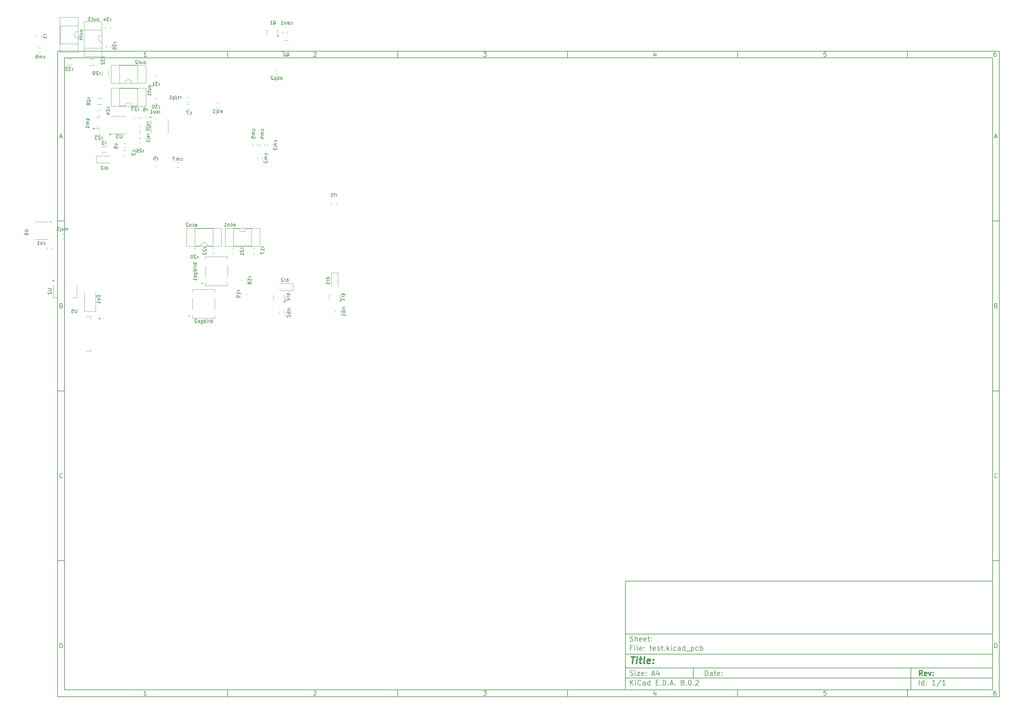
<source format=gbr>
%TF.GenerationSoftware,KiCad,Pcbnew,8.0.2-8.0.2-0~ubuntu22.04.1*%
%TF.CreationDate,2024-05-24T20:00:57+03:30*%
%TF.ProjectId,test,74657374-2e6b-4696-9361-645f70636258,rev?*%
%TF.SameCoordinates,Original*%
%TF.FileFunction,Legend,Bot*%
%TF.FilePolarity,Positive*%
%FSLAX46Y46*%
G04 Gerber Fmt 4.6, Leading zero omitted, Abs format (unit mm)*
G04 Created by KiCad (PCBNEW 8.0.2-8.0.2-0~ubuntu22.04.1) date 2024-05-24 20:00:57*
%MOMM*%
%LPD*%
G01*
G04 APERTURE LIST*
%ADD10C,0.100000*%
%ADD11C,0.150000*%
%ADD12C,0.300000*%
%ADD13C,0.400000*%
%ADD14C,0.120000*%
G04 APERTURE END LIST*
D10*
D11*
X177002200Y-166007200D02*
X285002200Y-166007200D01*
X285002200Y-198007200D01*
X177002200Y-198007200D01*
X177002200Y-166007200D01*
D10*
D11*
X10000000Y-10000000D02*
X287002200Y-10000000D01*
X287002200Y-200007200D01*
X10000000Y-200007200D01*
X10000000Y-10000000D01*
D10*
D11*
X12000000Y-12000000D02*
X285002200Y-12000000D01*
X285002200Y-198007200D01*
X12000000Y-198007200D01*
X12000000Y-12000000D01*
D10*
D11*
X60000000Y-12000000D02*
X60000000Y-10000000D01*
D10*
D11*
X110000000Y-12000000D02*
X110000000Y-10000000D01*
D10*
D11*
X160000000Y-12000000D02*
X160000000Y-10000000D01*
D10*
D11*
X210000000Y-12000000D02*
X210000000Y-10000000D01*
D10*
D11*
X260000000Y-12000000D02*
X260000000Y-10000000D01*
D10*
D11*
X36089160Y-11593604D02*
X35346303Y-11593604D01*
X35717731Y-11593604D02*
X35717731Y-10293604D01*
X35717731Y-10293604D02*
X35593922Y-10479319D01*
X35593922Y-10479319D02*
X35470112Y-10603128D01*
X35470112Y-10603128D02*
X35346303Y-10665033D01*
D10*
D11*
X85346303Y-10417414D02*
X85408207Y-10355509D01*
X85408207Y-10355509D02*
X85532017Y-10293604D01*
X85532017Y-10293604D02*
X85841541Y-10293604D01*
X85841541Y-10293604D02*
X85965350Y-10355509D01*
X85965350Y-10355509D02*
X86027255Y-10417414D01*
X86027255Y-10417414D02*
X86089160Y-10541223D01*
X86089160Y-10541223D02*
X86089160Y-10665033D01*
X86089160Y-10665033D02*
X86027255Y-10850747D01*
X86027255Y-10850747D02*
X85284398Y-11593604D01*
X85284398Y-11593604D02*
X86089160Y-11593604D01*
D10*
D11*
X135284398Y-10293604D02*
X136089160Y-10293604D01*
X136089160Y-10293604D02*
X135655826Y-10788842D01*
X135655826Y-10788842D02*
X135841541Y-10788842D01*
X135841541Y-10788842D02*
X135965350Y-10850747D01*
X135965350Y-10850747D02*
X136027255Y-10912652D01*
X136027255Y-10912652D02*
X136089160Y-11036461D01*
X136089160Y-11036461D02*
X136089160Y-11345985D01*
X136089160Y-11345985D02*
X136027255Y-11469795D01*
X136027255Y-11469795D02*
X135965350Y-11531700D01*
X135965350Y-11531700D02*
X135841541Y-11593604D01*
X135841541Y-11593604D02*
X135470112Y-11593604D01*
X135470112Y-11593604D02*
X135346303Y-11531700D01*
X135346303Y-11531700D02*
X135284398Y-11469795D01*
D10*
D11*
X185965350Y-10726938D02*
X185965350Y-11593604D01*
X185655826Y-10231700D02*
X185346303Y-11160271D01*
X185346303Y-11160271D02*
X186151064Y-11160271D01*
D10*
D11*
X236027255Y-10293604D02*
X235408207Y-10293604D01*
X235408207Y-10293604D02*
X235346303Y-10912652D01*
X235346303Y-10912652D02*
X235408207Y-10850747D01*
X235408207Y-10850747D02*
X235532017Y-10788842D01*
X235532017Y-10788842D02*
X235841541Y-10788842D01*
X235841541Y-10788842D02*
X235965350Y-10850747D01*
X235965350Y-10850747D02*
X236027255Y-10912652D01*
X236027255Y-10912652D02*
X236089160Y-11036461D01*
X236089160Y-11036461D02*
X236089160Y-11345985D01*
X236089160Y-11345985D02*
X236027255Y-11469795D01*
X236027255Y-11469795D02*
X235965350Y-11531700D01*
X235965350Y-11531700D02*
X235841541Y-11593604D01*
X235841541Y-11593604D02*
X235532017Y-11593604D01*
X235532017Y-11593604D02*
X235408207Y-11531700D01*
X235408207Y-11531700D02*
X235346303Y-11469795D01*
D10*
D11*
X285965350Y-10293604D02*
X285717731Y-10293604D01*
X285717731Y-10293604D02*
X285593922Y-10355509D01*
X285593922Y-10355509D02*
X285532017Y-10417414D01*
X285532017Y-10417414D02*
X285408207Y-10603128D01*
X285408207Y-10603128D02*
X285346303Y-10850747D01*
X285346303Y-10850747D02*
X285346303Y-11345985D01*
X285346303Y-11345985D02*
X285408207Y-11469795D01*
X285408207Y-11469795D02*
X285470112Y-11531700D01*
X285470112Y-11531700D02*
X285593922Y-11593604D01*
X285593922Y-11593604D02*
X285841541Y-11593604D01*
X285841541Y-11593604D02*
X285965350Y-11531700D01*
X285965350Y-11531700D02*
X286027255Y-11469795D01*
X286027255Y-11469795D02*
X286089160Y-11345985D01*
X286089160Y-11345985D02*
X286089160Y-11036461D01*
X286089160Y-11036461D02*
X286027255Y-10912652D01*
X286027255Y-10912652D02*
X285965350Y-10850747D01*
X285965350Y-10850747D02*
X285841541Y-10788842D01*
X285841541Y-10788842D02*
X285593922Y-10788842D01*
X285593922Y-10788842D02*
X285470112Y-10850747D01*
X285470112Y-10850747D02*
X285408207Y-10912652D01*
X285408207Y-10912652D02*
X285346303Y-11036461D01*
D10*
D11*
X60000000Y-198007200D02*
X60000000Y-200007200D01*
D10*
D11*
X110000000Y-198007200D02*
X110000000Y-200007200D01*
D10*
D11*
X160000000Y-198007200D02*
X160000000Y-200007200D01*
D10*
D11*
X210000000Y-198007200D02*
X210000000Y-200007200D01*
D10*
D11*
X260000000Y-198007200D02*
X260000000Y-200007200D01*
D10*
D11*
X36089160Y-199600804D02*
X35346303Y-199600804D01*
X35717731Y-199600804D02*
X35717731Y-198300804D01*
X35717731Y-198300804D02*
X35593922Y-198486519D01*
X35593922Y-198486519D02*
X35470112Y-198610328D01*
X35470112Y-198610328D02*
X35346303Y-198672233D01*
D10*
D11*
X85346303Y-198424614D02*
X85408207Y-198362709D01*
X85408207Y-198362709D02*
X85532017Y-198300804D01*
X85532017Y-198300804D02*
X85841541Y-198300804D01*
X85841541Y-198300804D02*
X85965350Y-198362709D01*
X85965350Y-198362709D02*
X86027255Y-198424614D01*
X86027255Y-198424614D02*
X86089160Y-198548423D01*
X86089160Y-198548423D02*
X86089160Y-198672233D01*
X86089160Y-198672233D02*
X86027255Y-198857947D01*
X86027255Y-198857947D02*
X85284398Y-199600804D01*
X85284398Y-199600804D02*
X86089160Y-199600804D01*
D10*
D11*
X135284398Y-198300804D02*
X136089160Y-198300804D01*
X136089160Y-198300804D02*
X135655826Y-198796042D01*
X135655826Y-198796042D02*
X135841541Y-198796042D01*
X135841541Y-198796042D02*
X135965350Y-198857947D01*
X135965350Y-198857947D02*
X136027255Y-198919852D01*
X136027255Y-198919852D02*
X136089160Y-199043661D01*
X136089160Y-199043661D02*
X136089160Y-199353185D01*
X136089160Y-199353185D02*
X136027255Y-199476995D01*
X136027255Y-199476995D02*
X135965350Y-199538900D01*
X135965350Y-199538900D02*
X135841541Y-199600804D01*
X135841541Y-199600804D02*
X135470112Y-199600804D01*
X135470112Y-199600804D02*
X135346303Y-199538900D01*
X135346303Y-199538900D02*
X135284398Y-199476995D01*
D10*
D11*
X185965350Y-198734138D02*
X185965350Y-199600804D01*
X185655826Y-198238900D02*
X185346303Y-199167471D01*
X185346303Y-199167471D02*
X186151064Y-199167471D01*
D10*
D11*
X236027255Y-198300804D02*
X235408207Y-198300804D01*
X235408207Y-198300804D02*
X235346303Y-198919852D01*
X235346303Y-198919852D02*
X235408207Y-198857947D01*
X235408207Y-198857947D02*
X235532017Y-198796042D01*
X235532017Y-198796042D02*
X235841541Y-198796042D01*
X235841541Y-198796042D02*
X235965350Y-198857947D01*
X235965350Y-198857947D02*
X236027255Y-198919852D01*
X236027255Y-198919852D02*
X236089160Y-199043661D01*
X236089160Y-199043661D02*
X236089160Y-199353185D01*
X236089160Y-199353185D02*
X236027255Y-199476995D01*
X236027255Y-199476995D02*
X235965350Y-199538900D01*
X235965350Y-199538900D02*
X235841541Y-199600804D01*
X235841541Y-199600804D02*
X235532017Y-199600804D01*
X235532017Y-199600804D02*
X235408207Y-199538900D01*
X235408207Y-199538900D02*
X235346303Y-199476995D01*
D10*
D11*
X285965350Y-198300804D02*
X285717731Y-198300804D01*
X285717731Y-198300804D02*
X285593922Y-198362709D01*
X285593922Y-198362709D02*
X285532017Y-198424614D01*
X285532017Y-198424614D02*
X285408207Y-198610328D01*
X285408207Y-198610328D02*
X285346303Y-198857947D01*
X285346303Y-198857947D02*
X285346303Y-199353185D01*
X285346303Y-199353185D02*
X285408207Y-199476995D01*
X285408207Y-199476995D02*
X285470112Y-199538900D01*
X285470112Y-199538900D02*
X285593922Y-199600804D01*
X285593922Y-199600804D02*
X285841541Y-199600804D01*
X285841541Y-199600804D02*
X285965350Y-199538900D01*
X285965350Y-199538900D02*
X286027255Y-199476995D01*
X286027255Y-199476995D02*
X286089160Y-199353185D01*
X286089160Y-199353185D02*
X286089160Y-199043661D01*
X286089160Y-199043661D02*
X286027255Y-198919852D01*
X286027255Y-198919852D02*
X285965350Y-198857947D01*
X285965350Y-198857947D02*
X285841541Y-198796042D01*
X285841541Y-198796042D02*
X285593922Y-198796042D01*
X285593922Y-198796042D02*
X285470112Y-198857947D01*
X285470112Y-198857947D02*
X285408207Y-198919852D01*
X285408207Y-198919852D02*
X285346303Y-199043661D01*
D10*
D11*
X10000000Y-60000000D02*
X12000000Y-60000000D01*
D10*
D11*
X10000000Y-110000000D02*
X12000000Y-110000000D01*
D10*
D11*
X10000000Y-160000000D02*
X12000000Y-160000000D01*
D10*
D11*
X10690476Y-35222176D02*
X11309523Y-35222176D01*
X10566666Y-35593604D02*
X10999999Y-34293604D01*
X10999999Y-34293604D02*
X11433333Y-35593604D01*
D10*
D11*
X11092857Y-84912652D02*
X11278571Y-84974557D01*
X11278571Y-84974557D02*
X11340476Y-85036461D01*
X11340476Y-85036461D02*
X11402380Y-85160271D01*
X11402380Y-85160271D02*
X11402380Y-85345985D01*
X11402380Y-85345985D02*
X11340476Y-85469795D01*
X11340476Y-85469795D02*
X11278571Y-85531700D01*
X11278571Y-85531700D02*
X11154761Y-85593604D01*
X11154761Y-85593604D02*
X10659523Y-85593604D01*
X10659523Y-85593604D02*
X10659523Y-84293604D01*
X10659523Y-84293604D02*
X11092857Y-84293604D01*
X11092857Y-84293604D02*
X11216666Y-84355509D01*
X11216666Y-84355509D02*
X11278571Y-84417414D01*
X11278571Y-84417414D02*
X11340476Y-84541223D01*
X11340476Y-84541223D02*
X11340476Y-84665033D01*
X11340476Y-84665033D02*
X11278571Y-84788842D01*
X11278571Y-84788842D02*
X11216666Y-84850747D01*
X11216666Y-84850747D02*
X11092857Y-84912652D01*
X11092857Y-84912652D02*
X10659523Y-84912652D01*
D10*
D11*
X11402380Y-135469795D02*
X11340476Y-135531700D01*
X11340476Y-135531700D02*
X11154761Y-135593604D01*
X11154761Y-135593604D02*
X11030952Y-135593604D01*
X11030952Y-135593604D02*
X10845238Y-135531700D01*
X10845238Y-135531700D02*
X10721428Y-135407890D01*
X10721428Y-135407890D02*
X10659523Y-135284080D01*
X10659523Y-135284080D02*
X10597619Y-135036461D01*
X10597619Y-135036461D02*
X10597619Y-134850747D01*
X10597619Y-134850747D02*
X10659523Y-134603128D01*
X10659523Y-134603128D02*
X10721428Y-134479319D01*
X10721428Y-134479319D02*
X10845238Y-134355509D01*
X10845238Y-134355509D02*
X11030952Y-134293604D01*
X11030952Y-134293604D02*
X11154761Y-134293604D01*
X11154761Y-134293604D02*
X11340476Y-134355509D01*
X11340476Y-134355509D02*
X11402380Y-134417414D01*
D10*
D11*
X10659523Y-185593604D02*
X10659523Y-184293604D01*
X10659523Y-184293604D02*
X10969047Y-184293604D01*
X10969047Y-184293604D02*
X11154761Y-184355509D01*
X11154761Y-184355509D02*
X11278571Y-184479319D01*
X11278571Y-184479319D02*
X11340476Y-184603128D01*
X11340476Y-184603128D02*
X11402380Y-184850747D01*
X11402380Y-184850747D02*
X11402380Y-185036461D01*
X11402380Y-185036461D02*
X11340476Y-185284080D01*
X11340476Y-185284080D02*
X11278571Y-185407890D01*
X11278571Y-185407890D02*
X11154761Y-185531700D01*
X11154761Y-185531700D02*
X10969047Y-185593604D01*
X10969047Y-185593604D02*
X10659523Y-185593604D01*
D10*
D11*
X287002200Y-60000000D02*
X285002200Y-60000000D01*
D10*
D11*
X287002200Y-110000000D02*
X285002200Y-110000000D01*
D10*
D11*
X287002200Y-160000000D02*
X285002200Y-160000000D01*
D10*
D11*
X285692676Y-35222176D02*
X286311723Y-35222176D01*
X285568866Y-35593604D02*
X286002199Y-34293604D01*
X286002199Y-34293604D02*
X286435533Y-35593604D01*
D10*
D11*
X286095057Y-84912652D02*
X286280771Y-84974557D01*
X286280771Y-84974557D02*
X286342676Y-85036461D01*
X286342676Y-85036461D02*
X286404580Y-85160271D01*
X286404580Y-85160271D02*
X286404580Y-85345985D01*
X286404580Y-85345985D02*
X286342676Y-85469795D01*
X286342676Y-85469795D02*
X286280771Y-85531700D01*
X286280771Y-85531700D02*
X286156961Y-85593604D01*
X286156961Y-85593604D02*
X285661723Y-85593604D01*
X285661723Y-85593604D02*
X285661723Y-84293604D01*
X285661723Y-84293604D02*
X286095057Y-84293604D01*
X286095057Y-84293604D02*
X286218866Y-84355509D01*
X286218866Y-84355509D02*
X286280771Y-84417414D01*
X286280771Y-84417414D02*
X286342676Y-84541223D01*
X286342676Y-84541223D02*
X286342676Y-84665033D01*
X286342676Y-84665033D02*
X286280771Y-84788842D01*
X286280771Y-84788842D02*
X286218866Y-84850747D01*
X286218866Y-84850747D02*
X286095057Y-84912652D01*
X286095057Y-84912652D02*
X285661723Y-84912652D01*
D10*
D11*
X286404580Y-135469795D02*
X286342676Y-135531700D01*
X286342676Y-135531700D02*
X286156961Y-135593604D01*
X286156961Y-135593604D02*
X286033152Y-135593604D01*
X286033152Y-135593604D02*
X285847438Y-135531700D01*
X285847438Y-135531700D02*
X285723628Y-135407890D01*
X285723628Y-135407890D02*
X285661723Y-135284080D01*
X285661723Y-135284080D02*
X285599819Y-135036461D01*
X285599819Y-135036461D02*
X285599819Y-134850747D01*
X285599819Y-134850747D02*
X285661723Y-134603128D01*
X285661723Y-134603128D02*
X285723628Y-134479319D01*
X285723628Y-134479319D02*
X285847438Y-134355509D01*
X285847438Y-134355509D02*
X286033152Y-134293604D01*
X286033152Y-134293604D02*
X286156961Y-134293604D01*
X286156961Y-134293604D02*
X286342676Y-134355509D01*
X286342676Y-134355509D02*
X286404580Y-134417414D01*
D10*
D11*
X285661723Y-185593604D02*
X285661723Y-184293604D01*
X285661723Y-184293604D02*
X285971247Y-184293604D01*
X285971247Y-184293604D02*
X286156961Y-184355509D01*
X286156961Y-184355509D02*
X286280771Y-184479319D01*
X286280771Y-184479319D02*
X286342676Y-184603128D01*
X286342676Y-184603128D02*
X286404580Y-184850747D01*
X286404580Y-184850747D02*
X286404580Y-185036461D01*
X286404580Y-185036461D02*
X286342676Y-185284080D01*
X286342676Y-185284080D02*
X286280771Y-185407890D01*
X286280771Y-185407890D02*
X286156961Y-185531700D01*
X286156961Y-185531700D02*
X285971247Y-185593604D01*
X285971247Y-185593604D02*
X285661723Y-185593604D01*
D10*
D11*
X200458026Y-193793328D02*
X200458026Y-192293328D01*
X200458026Y-192293328D02*
X200815169Y-192293328D01*
X200815169Y-192293328D02*
X201029455Y-192364757D01*
X201029455Y-192364757D02*
X201172312Y-192507614D01*
X201172312Y-192507614D02*
X201243741Y-192650471D01*
X201243741Y-192650471D02*
X201315169Y-192936185D01*
X201315169Y-192936185D02*
X201315169Y-193150471D01*
X201315169Y-193150471D02*
X201243741Y-193436185D01*
X201243741Y-193436185D02*
X201172312Y-193579042D01*
X201172312Y-193579042D02*
X201029455Y-193721900D01*
X201029455Y-193721900D02*
X200815169Y-193793328D01*
X200815169Y-193793328D02*
X200458026Y-193793328D01*
X202600884Y-193793328D02*
X202600884Y-193007614D01*
X202600884Y-193007614D02*
X202529455Y-192864757D01*
X202529455Y-192864757D02*
X202386598Y-192793328D01*
X202386598Y-192793328D02*
X202100884Y-192793328D01*
X202100884Y-192793328D02*
X201958026Y-192864757D01*
X202600884Y-193721900D02*
X202458026Y-193793328D01*
X202458026Y-193793328D02*
X202100884Y-193793328D01*
X202100884Y-193793328D02*
X201958026Y-193721900D01*
X201958026Y-193721900D02*
X201886598Y-193579042D01*
X201886598Y-193579042D02*
X201886598Y-193436185D01*
X201886598Y-193436185D02*
X201958026Y-193293328D01*
X201958026Y-193293328D02*
X202100884Y-193221900D01*
X202100884Y-193221900D02*
X202458026Y-193221900D01*
X202458026Y-193221900D02*
X202600884Y-193150471D01*
X203100884Y-192793328D02*
X203672312Y-192793328D01*
X203315169Y-192293328D02*
X203315169Y-193579042D01*
X203315169Y-193579042D02*
X203386598Y-193721900D01*
X203386598Y-193721900D02*
X203529455Y-193793328D01*
X203529455Y-193793328D02*
X203672312Y-193793328D01*
X204743741Y-193721900D02*
X204600884Y-193793328D01*
X204600884Y-193793328D02*
X204315170Y-193793328D01*
X204315170Y-193793328D02*
X204172312Y-193721900D01*
X204172312Y-193721900D02*
X204100884Y-193579042D01*
X204100884Y-193579042D02*
X204100884Y-193007614D01*
X204100884Y-193007614D02*
X204172312Y-192864757D01*
X204172312Y-192864757D02*
X204315170Y-192793328D01*
X204315170Y-192793328D02*
X204600884Y-192793328D01*
X204600884Y-192793328D02*
X204743741Y-192864757D01*
X204743741Y-192864757D02*
X204815170Y-193007614D01*
X204815170Y-193007614D02*
X204815170Y-193150471D01*
X204815170Y-193150471D02*
X204100884Y-193293328D01*
X205458026Y-193650471D02*
X205529455Y-193721900D01*
X205529455Y-193721900D02*
X205458026Y-193793328D01*
X205458026Y-193793328D02*
X205386598Y-193721900D01*
X205386598Y-193721900D02*
X205458026Y-193650471D01*
X205458026Y-193650471D02*
X205458026Y-193793328D01*
X205458026Y-192864757D02*
X205529455Y-192936185D01*
X205529455Y-192936185D02*
X205458026Y-193007614D01*
X205458026Y-193007614D02*
X205386598Y-192936185D01*
X205386598Y-192936185D02*
X205458026Y-192864757D01*
X205458026Y-192864757D02*
X205458026Y-193007614D01*
D10*
D11*
X177002200Y-194507200D02*
X285002200Y-194507200D01*
D10*
D11*
X178458026Y-196593328D02*
X178458026Y-195093328D01*
X179315169Y-196593328D02*
X178672312Y-195736185D01*
X179315169Y-195093328D02*
X178458026Y-195950471D01*
X179958026Y-196593328D02*
X179958026Y-195593328D01*
X179958026Y-195093328D02*
X179886598Y-195164757D01*
X179886598Y-195164757D02*
X179958026Y-195236185D01*
X179958026Y-195236185D02*
X180029455Y-195164757D01*
X180029455Y-195164757D02*
X179958026Y-195093328D01*
X179958026Y-195093328D02*
X179958026Y-195236185D01*
X181529455Y-196450471D02*
X181458027Y-196521900D01*
X181458027Y-196521900D02*
X181243741Y-196593328D01*
X181243741Y-196593328D02*
X181100884Y-196593328D01*
X181100884Y-196593328D02*
X180886598Y-196521900D01*
X180886598Y-196521900D02*
X180743741Y-196379042D01*
X180743741Y-196379042D02*
X180672312Y-196236185D01*
X180672312Y-196236185D02*
X180600884Y-195950471D01*
X180600884Y-195950471D02*
X180600884Y-195736185D01*
X180600884Y-195736185D02*
X180672312Y-195450471D01*
X180672312Y-195450471D02*
X180743741Y-195307614D01*
X180743741Y-195307614D02*
X180886598Y-195164757D01*
X180886598Y-195164757D02*
X181100884Y-195093328D01*
X181100884Y-195093328D02*
X181243741Y-195093328D01*
X181243741Y-195093328D02*
X181458027Y-195164757D01*
X181458027Y-195164757D02*
X181529455Y-195236185D01*
X182815170Y-196593328D02*
X182815170Y-195807614D01*
X182815170Y-195807614D02*
X182743741Y-195664757D01*
X182743741Y-195664757D02*
X182600884Y-195593328D01*
X182600884Y-195593328D02*
X182315170Y-195593328D01*
X182315170Y-195593328D02*
X182172312Y-195664757D01*
X182815170Y-196521900D02*
X182672312Y-196593328D01*
X182672312Y-196593328D02*
X182315170Y-196593328D01*
X182315170Y-196593328D02*
X182172312Y-196521900D01*
X182172312Y-196521900D02*
X182100884Y-196379042D01*
X182100884Y-196379042D02*
X182100884Y-196236185D01*
X182100884Y-196236185D02*
X182172312Y-196093328D01*
X182172312Y-196093328D02*
X182315170Y-196021900D01*
X182315170Y-196021900D02*
X182672312Y-196021900D01*
X182672312Y-196021900D02*
X182815170Y-195950471D01*
X184172313Y-196593328D02*
X184172313Y-195093328D01*
X184172313Y-196521900D02*
X184029455Y-196593328D01*
X184029455Y-196593328D02*
X183743741Y-196593328D01*
X183743741Y-196593328D02*
X183600884Y-196521900D01*
X183600884Y-196521900D02*
X183529455Y-196450471D01*
X183529455Y-196450471D02*
X183458027Y-196307614D01*
X183458027Y-196307614D02*
X183458027Y-195879042D01*
X183458027Y-195879042D02*
X183529455Y-195736185D01*
X183529455Y-195736185D02*
X183600884Y-195664757D01*
X183600884Y-195664757D02*
X183743741Y-195593328D01*
X183743741Y-195593328D02*
X184029455Y-195593328D01*
X184029455Y-195593328D02*
X184172313Y-195664757D01*
X186029455Y-195807614D02*
X186529455Y-195807614D01*
X186743741Y-196593328D02*
X186029455Y-196593328D01*
X186029455Y-196593328D02*
X186029455Y-195093328D01*
X186029455Y-195093328D02*
X186743741Y-195093328D01*
X187386598Y-196450471D02*
X187458027Y-196521900D01*
X187458027Y-196521900D02*
X187386598Y-196593328D01*
X187386598Y-196593328D02*
X187315170Y-196521900D01*
X187315170Y-196521900D02*
X187386598Y-196450471D01*
X187386598Y-196450471D02*
X187386598Y-196593328D01*
X188100884Y-196593328D02*
X188100884Y-195093328D01*
X188100884Y-195093328D02*
X188458027Y-195093328D01*
X188458027Y-195093328D02*
X188672313Y-195164757D01*
X188672313Y-195164757D02*
X188815170Y-195307614D01*
X188815170Y-195307614D02*
X188886599Y-195450471D01*
X188886599Y-195450471D02*
X188958027Y-195736185D01*
X188958027Y-195736185D02*
X188958027Y-195950471D01*
X188958027Y-195950471D02*
X188886599Y-196236185D01*
X188886599Y-196236185D02*
X188815170Y-196379042D01*
X188815170Y-196379042D02*
X188672313Y-196521900D01*
X188672313Y-196521900D02*
X188458027Y-196593328D01*
X188458027Y-196593328D02*
X188100884Y-196593328D01*
X189600884Y-196450471D02*
X189672313Y-196521900D01*
X189672313Y-196521900D02*
X189600884Y-196593328D01*
X189600884Y-196593328D02*
X189529456Y-196521900D01*
X189529456Y-196521900D02*
X189600884Y-196450471D01*
X189600884Y-196450471D02*
X189600884Y-196593328D01*
X190243742Y-196164757D02*
X190958028Y-196164757D01*
X190100885Y-196593328D02*
X190600885Y-195093328D01*
X190600885Y-195093328D02*
X191100885Y-196593328D01*
X191600884Y-196450471D02*
X191672313Y-196521900D01*
X191672313Y-196521900D02*
X191600884Y-196593328D01*
X191600884Y-196593328D02*
X191529456Y-196521900D01*
X191529456Y-196521900D02*
X191600884Y-196450471D01*
X191600884Y-196450471D02*
X191600884Y-196593328D01*
X193672313Y-195736185D02*
X193529456Y-195664757D01*
X193529456Y-195664757D02*
X193458027Y-195593328D01*
X193458027Y-195593328D02*
X193386599Y-195450471D01*
X193386599Y-195450471D02*
X193386599Y-195379042D01*
X193386599Y-195379042D02*
X193458027Y-195236185D01*
X193458027Y-195236185D02*
X193529456Y-195164757D01*
X193529456Y-195164757D02*
X193672313Y-195093328D01*
X193672313Y-195093328D02*
X193958027Y-195093328D01*
X193958027Y-195093328D02*
X194100885Y-195164757D01*
X194100885Y-195164757D02*
X194172313Y-195236185D01*
X194172313Y-195236185D02*
X194243742Y-195379042D01*
X194243742Y-195379042D02*
X194243742Y-195450471D01*
X194243742Y-195450471D02*
X194172313Y-195593328D01*
X194172313Y-195593328D02*
X194100885Y-195664757D01*
X194100885Y-195664757D02*
X193958027Y-195736185D01*
X193958027Y-195736185D02*
X193672313Y-195736185D01*
X193672313Y-195736185D02*
X193529456Y-195807614D01*
X193529456Y-195807614D02*
X193458027Y-195879042D01*
X193458027Y-195879042D02*
X193386599Y-196021900D01*
X193386599Y-196021900D02*
X193386599Y-196307614D01*
X193386599Y-196307614D02*
X193458027Y-196450471D01*
X193458027Y-196450471D02*
X193529456Y-196521900D01*
X193529456Y-196521900D02*
X193672313Y-196593328D01*
X193672313Y-196593328D02*
X193958027Y-196593328D01*
X193958027Y-196593328D02*
X194100885Y-196521900D01*
X194100885Y-196521900D02*
X194172313Y-196450471D01*
X194172313Y-196450471D02*
X194243742Y-196307614D01*
X194243742Y-196307614D02*
X194243742Y-196021900D01*
X194243742Y-196021900D02*
X194172313Y-195879042D01*
X194172313Y-195879042D02*
X194100885Y-195807614D01*
X194100885Y-195807614D02*
X193958027Y-195736185D01*
X194886598Y-196450471D02*
X194958027Y-196521900D01*
X194958027Y-196521900D02*
X194886598Y-196593328D01*
X194886598Y-196593328D02*
X194815170Y-196521900D01*
X194815170Y-196521900D02*
X194886598Y-196450471D01*
X194886598Y-196450471D02*
X194886598Y-196593328D01*
X195886599Y-195093328D02*
X196029456Y-195093328D01*
X196029456Y-195093328D02*
X196172313Y-195164757D01*
X196172313Y-195164757D02*
X196243742Y-195236185D01*
X196243742Y-195236185D02*
X196315170Y-195379042D01*
X196315170Y-195379042D02*
X196386599Y-195664757D01*
X196386599Y-195664757D02*
X196386599Y-196021900D01*
X196386599Y-196021900D02*
X196315170Y-196307614D01*
X196315170Y-196307614D02*
X196243742Y-196450471D01*
X196243742Y-196450471D02*
X196172313Y-196521900D01*
X196172313Y-196521900D02*
X196029456Y-196593328D01*
X196029456Y-196593328D02*
X195886599Y-196593328D01*
X195886599Y-196593328D02*
X195743742Y-196521900D01*
X195743742Y-196521900D02*
X195672313Y-196450471D01*
X195672313Y-196450471D02*
X195600884Y-196307614D01*
X195600884Y-196307614D02*
X195529456Y-196021900D01*
X195529456Y-196021900D02*
X195529456Y-195664757D01*
X195529456Y-195664757D02*
X195600884Y-195379042D01*
X195600884Y-195379042D02*
X195672313Y-195236185D01*
X195672313Y-195236185D02*
X195743742Y-195164757D01*
X195743742Y-195164757D02*
X195886599Y-195093328D01*
X197029455Y-196450471D02*
X197100884Y-196521900D01*
X197100884Y-196521900D02*
X197029455Y-196593328D01*
X197029455Y-196593328D02*
X196958027Y-196521900D01*
X196958027Y-196521900D02*
X197029455Y-196450471D01*
X197029455Y-196450471D02*
X197029455Y-196593328D01*
X197672313Y-195236185D02*
X197743741Y-195164757D01*
X197743741Y-195164757D02*
X197886599Y-195093328D01*
X197886599Y-195093328D02*
X198243741Y-195093328D01*
X198243741Y-195093328D02*
X198386599Y-195164757D01*
X198386599Y-195164757D02*
X198458027Y-195236185D01*
X198458027Y-195236185D02*
X198529456Y-195379042D01*
X198529456Y-195379042D02*
X198529456Y-195521900D01*
X198529456Y-195521900D02*
X198458027Y-195736185D01*
X198458027Y-195736185D02*
X197600884Y-196593328D01*
X197600884Y-196593328D02*
X198529456Y-196593328D01*
D10*
D11*
X177002200Y-191507200D02*
X285002200Y-191507200D01*
D10*
D12*
X264413853Y-193785528D02*
X263913853Y-193071242D01*
X263556710Y-193785528D02*
X263556710Y-192285528D01*
X263556710Y-192285528D02*
X264128139Y-192285528D01*
X264128139Y-192285528D02*
X264270996Y-192356957D01*
X264270996Y-192356957D02*
X264342425Y-192428385D01*
X264342425Y-192428385D02*
X264413853Y-192571242D01*
X264413853Y-192571242D02*
X264413853Y-192785528D01*
X264413853Y-192785528D02*
X264342425Y-192928385D01*
X264342425Y-192928385D02*
X264270996Y-192999814D01*
X264270996Y-192999814D02*
X264128139Y-193071242D01*
X264128139Y-193071242D02*
X263556710Y-193071242D01*
X265628139Y-193714100D02*
X265485282Y-193785528D01*
X265485282Y-193785528D02*
X265199568Y-193785528D01*
X265199568Y-193785528D02*
X265056710Y-193714100D01*
X265056710Y-193714100D02*
X264985282Y-193571242D01*
X264985282Y-193571242D02*
X264985282Y-192999814D01*
X264985282Y-192999814D02*
X265056710Y-192856957D01*
X265056710Y-192856957D02*
X265199568Y-192785528D01*
X265199568Y-192785528D02*
X265485282Y-192785528D01*
X265485282Y-192785528D02*
X265628139Y-192856957D01*
X265628139Y-192856957D02*
X265699568Y-192999814D01*
X265699568Y-192999814D02*
X265699568Y-193142671D01*
X265699568Y-193142671D02*
X264985282Y-193285528D01*
X266199567Y-192785528D02*
X266556710Y-193785528D01*
X266556710Y-193785528D02*
X266913853Y-192785528D01*
X267485281Y-193642671D02*
X267556710Y-193714100D01*
X267556710Y-193714100D02*
X267485281Y-193785528D01*
X267485281Y-193785528D02*
X267413853Y-193714100D01*
X267413853Y-193714100D02*
X267485281Y-193642671D01*
X267485281Y-193642671D02*
X267485281Y-193785528D01*
X267485281Y-192856957D02*
X267556710Y-192928385D01*
X267556710Y-192928385D02*
X267485281Y-192999814D01*
X267485281Y-192999814D02*
X267413853Y-192928385D01*
X267413853Y-192928385D02*
X267485281Y-192856957D01*
X267485281Y-192856957D02*
X267485281Y-192999814D01*
D10*
D11*
X178386598Y-193721900D02*
X178600884Y-193793328D01*
X178600884Y-193793328D02*
X178958026Y-193793328D01*
X178958026Y-193793328D02*
X179100884Y-193721900D01*
X179100884Y-193721900D02*
X179172312Y-193650471D01*
X179172312Y-193650471D02*
X179243741Y-193507614D01*
X179243741Y-193507614D02*
X179243741Y-193364757D01*
X179243741Y-193364757D02*
X179172312Y-193221900D01*
X179172312Y-193221900D02*
X179100884Y-193150471D01*
X179100884Y-193150471D02*
X178958026Y-193079042D01*
X178958026Y-193079042D02*
X178672312Y-193007614D01*
X178672312Y-193007614D02*
X178529455Y-192936185D01*
X178529455Y-192936185D02*
X178458026Y-192864757D01*
X178458026Y-192864757D02*
X178386598Y-192721900D01*
X178386598Y-192721900D02*
X178386598Y-192579042D01*
X178386598Y-192579042D02*
X178458026Y-192436185D01*
X178458026Y-192436185D02*
X178529455Y-192364757D01*
X178529455Y-192364757D02*
X178672312Y-192293328D01*
X178672312Y-192293328D02*
X179029455Y-192293328D01*
X179029455Y-192293328D02*
X179243741Y-192364757D01*
X179886597Y-193793328D02*
X179886597Y-192793328D01*
X179886597Y-192293328D02*
X179815169Y-192364757D01*
X179815169Y-192364757D02*
X179886597Y-192436185D01*
X179886597Y-192436185D02*
X179958026Y-192364757D01*
X179958026Y-192364757D02*
X179886597Y-192293328D01*
X179886597Y-192293328D02*
X179886597Y-192436185D01*
X180458026Y-192793328D02*
X181243741Y-192793328D01*
X181243741Y-192793328D02*
X180458026Y-193793328D01*
X180458026Y-193793328D02*
X181243741Y-193793328D01*
X182386598Y-193721900D02*
X182243741Y-193793328D01*
X182243741Y-193793328D02*
X181958027Y-193793328D01*
X181958027Y-193793328D02*
X181815169Y-193721900D01*
X181815169Y-193721900D02*
X181743741Y-193579042D01*
X181743741Y-193579042D02*
X181743741Y-193007614D01*
X181743741Y-193007614D02*
X181815169Y-192864757D01*
X181815169Y-192864757D02*
X181958027Y-192793328D01*
X181958027Y-192793328D02*
X182243741Y-192793328D01*
X182243741Y-192793328D02*
X182386598Y-192864757D01*
X182386598Y-192864757D02*
X182458027Y-193007614D01*
X182458027Y-193007614D02*
X182458027Y-193150471D01*
X182458027Y-193150471D02*
X181743741Y-193293328D01*
X183100883Y-193650471D02*
X183172312Y-193721900D01*
X183172312Y-193721900D02*
X183100883Y-193793328D01*
X183100883Y-193793328D02*
X183029455Y-193721900D01*
X183029455Y-193721900D02*
X183100883Y-193650471D01*
X183100883Y-193650471D02*
X183100883Y-193793328D01*
X183100883Y-192864757D02*
X183172312Y-192936185D01*
X183172312Y-192936185D02*
X183100883Y-193007614D01*
X183100883Y-193007614D02*
X183029455Y-192936185D01*
X183029455Y-192936185D02*
X183100883Y-192864757D01*
X183100883Y-192864757D02*
X183100883Y-193007614D01*
X184886598Y-193364757D02*
X185600884Y-193364757D01*
X184743741Y-193793328D02*
X185243741Y-192293328D01*
X185243741Y-192293328D02*
X185743741Y-193793328D01*
X186886598Y-192793328D02*
X186886598Y-193793328D01*
X186529455Y-192221900D02*
X186172312Y-193293328D01*
X186172312Y-193293328D02*
X187100883Y-193293328D01*
D10*
D11*
X263458026Y-196593328D02*
X263458026Y-195093328D01*
X264815170Y-196593328D02*
X264815170Y-195093328D01*
X264815170Y-196521900D02*
X264672312Y-196593328D01*
X264672312Y-196593328D02*
X264386598Y-196593328D01*
X264386598Y-196593328D02*
X264243741Y-196521900D01*
X264243741Y-196521900D02*
X264172312Y-196450471D01*
X264172312Y-196450471D02*
X264100884Y-196307614D01*
X264100884Y-196307614D02*
X264100884Y-195879042D01*
X264100884Y-195879042D02*
X264172312Y-195736185D01*
X264172312Y-195736185D02*
X264243741Y-195664757D01*
X264243741Y-195664757D02*
X264386598Y-195593328D01*
X264386598Y-195593328D02*
X264672312Y-195593328D01*
X264672312Y-195593328D02*
X264815170Y-195664757D01*
X265529455Y-196450471D02*
X265600884Y-196521900D01*
X265600884Y-196521900D02*
X265529455Y-196593328D01*
X265529455Y-196593328D02*
X265458027Y-196521900D01*
X265458027Y-196521900D02*
X265529455Y-196450471D01*
X265529455Y-196450471D02*
X265529455Y-196593328D01*
X265529455Y-195664757D02*
X265600884Y-195736185D01*
X265600884Y-195736185D02*
X265529455Y-195807614D01*
X265529455Y-195807614D02*
X265458027Y-195736185D01*
X265458027Y-195736185D02*
X265529455Y-195664757D01*
X265529455Y-195664757D02*
X265529455Y-195807614D01*
X268172313Y-196593328D02*
X267315170Y-196593328D01*
X267743741Y-196593328D02*
X267743741Y-195093328D01*
X267743741Y-195093328D02*
X267600884Y-195307614D01*
X267600884Y-195307614D02*
X267458027Y-195450471D01*
X267458027Y-195450471D02*
X267315170Y-195521900D01*
X269886598Y-195021900D02*
X268600884Y-196950471D01*
X271172313Y-196593328D02*
X270315170Y-196593328D01*
X270743741Y-196593328D02*
X270743741Y-195093328D01*
X270743741Y-195093328D02*
X270600884Y-195307614D01*
X270600884Y-195307614D02*
X270458027Y-195450471D01*
X270458027Y-195450471D02*
X270315170Y-195521900D01*
D10*
D11*
X177002200Y-187507200D02*
X285002200Y-187507200D01*
D10*
D13*
X178693928Y-188211638D02*
X179836785Y-188211638D01*
X179015357Y-190211638D02*
X179265357Y-188211638D01*
X180253452Y-190211638D02*
X180420119Y-188878304D01*
X180503452Y-188211638D02*
X180396309Y-188306876D01*
X180396309Y-188306876D02*
X180479643Y-188402114D01*
X180479643Y-188402114D02*
X180586786Y-188306876D01*
X180586786Y-188306876D02*
X180503452Y-188211638D01*
X180503452Y-188211638D02*
X180479643Y-188402114D01*
X181086786Y-188878304D02*
X181848690Y-188878304D01*
X181455833Y-188211638D02*
X181241548Y-189925923D01*
X181241548Y-189925923D02*
X181312976Y-190116400D01*
X181312976Y-190116400D02*
X181491548Y-190211638D01*
X181491548Y-190211638D02*
X181682024Y-190211638D01*
X182634405Y-190211638D02*
X182455833Y-190116400D01*
X182455833Y-190116400D02*
X182384405Y-189925923D01*
X182384405Y-189925923D02*
X182598690Y-188211638D01*
X184170119Y-190116400D02*
X183967738Y-190211638D01*
X183967738Y-190211638D02*
X183586785Y-190211638D01*
X183586785Y-190211638D02*
X183408214Y-190116400D01*
X183408214Y-190116400D02*
X183336785Y-189925923D01*
X183336785Y-189925923D02*
X183432024Y-189164019D01*
X183432024Y-189164019D02*
X183551071Y-188973542D01*
X183551071Y-188973542D02*
X183753452Y-188878304D01*
X183753452Y-188878304D02*
X184134404Y-188878304D01*
X184134404Y-188878304D02*
X184312976Y-188973542D01*
X184312976Y-188973542D02*
X184384404Y-189164019D01*
X184384404Y-189164019D02*
X184360595Y-189354495D01*
X184360595Y-189354495D02*
X183384404Y-189544971D01*
X185134405Y-190021161D02*
X185217738Y-190116400D01*
X185217738Y-190116400D02*
X185110595Y-190211638D01*
X185110595Y-190211638D02*
X185027262Y-190116400D01*
X185027262Y-190116400D02*
X185134405Y-190021161D01*
X185134405Y-190021161D02*
X185110595Y-190211638D01*
X185265357Y-188973542D02*
X185348690Y-189068780D01*
X185348690Y-189068780D02*
X185241548Y-189164019D01*
X185241548Y-189164019D02*
X185158214Y-189068780D01*
X185158214Y-189068780D02*
X185265357Y-188973542D01*
X185265357Y-188973542D02*
X185241548Y-189164019D01*
D10*
D11*
X178958026Y-185607614D02*
X178458026Y-185607614D01*
X178458026Y-186393328D02*
X178458026Y-184893328D01*
X178458026Y-184893328D02*
X179172312Y-184893328D01*
X179743740Y-186393328D02*
X179743740Y-185393328D01*
X179743740Y-184893328D02*
X179672312Y-184964757D01*
X179672312Y-184964757D02*
X179743740Y-185036185D01*
X179743740Y-185036185D02*
X179815169Y-184964757D01*
X179815169Y-184964757D02*
X179743740Y-184893328D01*
X179743740Y-184893328D02*
X179743740Y-185036185D01*
X180672312Y-186393328D02*
X180529455Y-186321900D01*
X180529455Y-186321900D02*
X180458026Y-186179042D01*
X180458026Y-186179042D02*
X180458026Y-184893328D01*
X181815169Y-186321900D02*
X181672312Y-186393328D01*
X181672312Y-186393328D02*
X181386598Y-186393328D01*
X181386598Y-186393328D02*
X181243740Y-186321900D01*
X181243740Y-186321900D02*
X181172312Y-186179042D01*
X181172312Y-186179042D02*
X181172312Y-185607614D01*
X181172312Y-185607614D02*
X181243740Y-185464757D01*
X181243740Y-185464757D02*
X181386598Y-185393328D01*
X181386598Y-185393328D02*
X181672312Y-185393328D01*
X181672312Y-185393328D02*
X181815169Y-185464757D01*
X181815169Y-185464757D02*
X181886598Y-185607614D01*
X181886598Y-185607614D02*
X181886598Y-185750471D01*
X181886598Y-185750471D02*
X181172312Y-185893328D01*
X182529454Y-186250471D02*
X182600883Y-186321900D01*
X182600883Y-186321900D02*
X182529454Y-186393328D01*
X182529454Y-186393328D02*
X182458026Y-186321900D01*
X182458026Y-186321900D02*
X182529454Y-186250471D01*
X182529454Y-186250471D02*
X182529454Y-186393328D01*
X182529454Y-185464757D02*
X182600883Y-185536185D01*
X182600883Y-185536185D02*
X182529454Y-185607614D01*
X182529454Y-185607614D02*
X182458026Y-185536185D01*
X182458026Y-185536185D02*
X182529454Y-185464757D01*
X182529454Y-185464757D02*
X182529454Y-185607614D01*
X184172312Y-185393328D02*
X184743740Y-185393328D01*
X184386597Y-184893328D02*
X184386597Y-186179042D01*
X184386597Y-186179042D02*
X184458026Y-186321900D01*
X184458026Y-186321900D02*
X184600883Y-186393328D01*
X184600883Y-186393328D02*
X184743740Y-186393328D01*
X185815169Y-186321900D02*
X185672312Y-186393328D01*
X185672312Y-186393328D02*
X185386598Y-186393328D01*
X185386598Y-186393328D02*
X185243740Y-186321900D01*
X185243740Y-186321900D02*
X185172312Y-186179042D01*
X185172312Y-186179042D02*
X185172312Y-185607614D01*
X185172312Y-185607614D02*
X185243740Y-185464757D01*
X185243740Y-185464757D02*
X185386598Y-185393328D01*
X185386598Y-185393328D02*
X185672312Y-185393328D01*
X185672312Y-185393328D02*
X185815169Y-185464757D01*
X185815169Y-185464757D02*
X185886598Y-185607614D01*
X185886598Y-185607614D02*
X185886598Y-185750471D01*
X185886598Y-185750471D02*
X185172312Y-185893328D01*
X186458026Y-186321900D02*
X186600883Y-186393328D01*
X186600883Y-186393328D02*
X186886597Y-186393328D01*
X186886597Y-186393328D02*
X187029454Y-186321900D01*
X187029454Y-186321900D02*
X187100883Y-186179042D01*
X187100883Y-186179042D02*
X187100883Y-186107614D01*
X187100883Y-186107614D02*
X187029454Y-185964757D01*
X187029454Y-185964757D02*
X186886597Y-185893328D01*
X186886597Y-185893328D02*
X186672312Y-185893328D01*
X186672312Y-185893328D02*
X186529454Y-185821900D01*
X186529454Y-185821900D02*
X186458026Y-185679042D01*
X186458026Y-185679042D02*
X186458026Y-185607614D01*
X186458026Y-185607614D02*
X186529454Y-185464757D01*
X186529454Y-185464757D02*
X186672312Y-185393328D01*
X186672312Y-185393328D02*
X186886597Y-185393328D01*
X186886597Y-185393328D02*
X187029454Y-185464757D01*
X187529455Y-185393328D02*
X188100883Y-185393328D01*
X187743740Y-184893328D02*
X187743740Y-186179042D01*
X187743740Y-186179042D02*
X187815169Y-186321900D01*
X187815169Y-186321900D02*
X187958026Y-186393328D01*
X187958026Y-186393328D02*
X188100883Y-186393328D01*
X188600883Y-186250471D02*
X188672312Y-186321900D01*
X188672312Y-186321900D02*
X188600883Y-186393328D01*
X188600883Y-186393328D02*
X188529455Y-186321900D01*
X188529455Y-186321900D02*
X188600883Y-186250471D01*
X188600883Y-186250471D02*
X188600883Y-186393328D01*
X189315169Y-186393328D02*
X189315169Y-184893328D01*
X189458027Y-185821900D02*
X189886598Y-186393328D01*
X189886598Y-185393328D02*
X189315169Y-185964757D01*
X190529455Y-186393328D02*
X190529455Y-185393328D01*
X190529455Y-184893328D02*
X190458027Y-184964757D01*
X190458027Y-184964757D02*
X190529455Y-185036185D01*
X190529455Y-185036185D02*
X190600884Y-184964757D01*
X190600884Y-184964757D02*
X190529455Y-184893328D01*
X190529455Y-184893328D02*
X190529455Y-185036185D01*
X191886599Y-186321900D02*
X191743741Y-186393328D01*
X191743741Y-186393328D02*
X191458027Y-186393328D01*
X191458027Y-186393328D02*
X191315170Y-186321900D01*
X191315170Y-186321900D02*
X191243741Y-186250471D01*
X191243741Y-186250471D02*
X191172313Y-186107614D01*
X191172313Y-186107614D02*
X191172313Y-185679042D01*
X191172313Y-185679042D02*
X191243741Y-185536185D01*
X191243741Y-185536185D02*
X191315170Y-185464757D01*
X191315170Y-185464757D02*
X191458027Y-185393328D01*
X191458027Y-185393328D02*
X191743741Y-185393328D01*
X191743741Y-185393328D02*
X191886599Y-185464757D01*
X193172313Y-186393328D02*
X193172313Y-185607614D01*
X193172313Y-185607614D02*
X193100884Y-185464757D01*
X193100884Y-185464757D02*
X192958027Y-185393328D01*
X192958027Y-185393328D02*
X192672313Y-185393328D01*
X192672313Y-185393328D02*
X192529455Y-185464757D01*
X193172313Y-186321900D02*
X193029455Y-186393328D01*
X193029455Y-186393328D02*
X192672313Y-186393328D01*
X192672313Y-186393328D02*
X192529455Y-186321900D01*
X192529455Y-186321900D02*
X192458027Y-186179042D01*
X192458027Y-186179042D02*
X192458027Y-186036185D01*
X192458027Y-186036185D02*
X192529455Y-185893328D01*
X192529455Y-185893328D02*
X192672313Y-185821900D01*
X192672313Y-185821900D02*
X193029455Y-185821900D01*
X193029455Y-185821900D02*
X193172313Y-185750471D01*
X194529456Y-186393328D02*
X194529456Y-184893328D01*
X194529456Y-186321900D02*
X194386598Y-186393328D01*
X194386598Y-186393328D02*
X194100884Y-186393328D01*
X194100884Y-186393328D02*
X193958027Y-186321900D01*
X193958027Y-186321900D02*
X193886598Y-186250471D01*
X193886598Y-186250471D02*
X193815170Y-186107614D01*
X193815170Y-186107614D02*
X193815170Y-185679042D01*
X193815170Y-185679042D02*
X193886598Y-185536185D01*
X193886598Y-185536185D02*
X193958027Y-185464757D01*
X193958027Y-185464757D02*
X194100884Y-185393328D01*
X194100884Y-185393328D02*
X194386598Y-185393328D01*
X194386598Y-185393328D02*
X194529456Y-185464757D01*
X194886599Y-186536185D02*
X196029456Y-186536185D01*
X196386598Y-185393328D02*
X196386598Y-186893328D01*
X196386598Y-185464757D02*
X196529456Y-185393328D01*
X196529456Y-185393328D02*
X196815170Y-185393328D01*
X196815170Y-185393328D02*
X196958027Y-185464757D01*
X196958027Y-185464757D02*
X197029456Y-185536185D01*
X197029456Y-185536185D02*
X197100884Y-185679042D01*
X197100884Y-185679042D02*
X197100884Y-186107614D01*
X197100884Y-186107614D02*
X197029456Y-186250471D01*
X197029456Y-186250471D02*
X196958027Y-186321900D01*
X196958027Y-186321900D02*
X196815170Y-186393328D01*
X196815170Y-186393328D02*
X196529456Y-186393328D01*
X196529456Y-186393328D02*
X196386598Y-186321900D01*
X198386599Y-186321900D02*
X198243741Y-186393328D01*
X198243741Y-186393328D02*
X197958027Y-186393328D01*
X197958027Y-186393328D02*
X197815170Y-186321900D01*
X197815170Y-186321900D02*
X197743741Y-186250471D01*
X197743741Y-186250471D02*
X197672313Y-186107614D01*
X197672313Y-186107614D02*
X197672313Y-185679042D01*
X197672313Y-185679042D02*
X197743741Y-185536185D01*
X197743741Y-185536185D02*
X197815170Y-185464757D01*
X197815170Y-185464757D02*
X197958027Y-185393328D01*
X197958027Y-185393328D02*
X198243741Y-185393328D01*
X198243741Y-185393328D02*
X198386599Y-185464757D01*
X199029455Y-186393328D02*
X199029455Y-184893328D01*
X199029455Y-185464757D02*
X199172313Y-185393328D01*
X199172313Y-185393328D02*
X199458027Y-185393328D01*
X199458027Y-185393328D02*
X199600884Y-185464757D01*
X199600884Y-185464757D02*
X199672313Y-185536185D01*
X199672313Y-185536185D02*
X199743741Y-185679042D01*
X199743741Y-185679042D02*
X199743741Y-186107614D01*
X199743741Y-186107614D02*
X199672313Y-186250471D01*
X199672313Y-186250471D02*
X199600884Y-186321900D01*
X199600884Y-186321900D02*
X199458027Y-186393328D01*
X199458027Y-186393328D02*
X199172313Y-186393328D01*
X199172313Y-186393328D02*
X199029455Y-186321900D01*
D10*
D11*
X177002200Y-181507200D02*
X285002200Y-181507200D01*
D10*
D11*
X178386598Y-183621900D02*
X178600884Y-183693328D01*
X178600884Y-183693328D02*
X178958026Y-183693328D01*
X178958026Y-183693328D02*
X179100884Y-183621900D01*
X179100884Y-183621900D02*
X179172312Y-183550471D01*
X179172312Y-183550471D02*
X179243741Y-183407614D01*
X179243741Y-183407614D02*
X179243741Y-183264757D01*
X179243741Y-183264757D02*
X179172312Y-183121900D01*
X179172312Y-183121900D02*
X179100884Y-183050471D01*
X179100884Y-183050471D02*
X178958026Y-182979042D01*
X178958026Y-182979042D02*
X178672312Y-182907614D01*
X178672312Y-182907614D02*
X178529455Y-182836185D01*
X178529455Y-182836185D02*
X178458026Y-182764757D01*
X178458026Y-182764757D02*
X178386598Y-182621900D01*
X178386598Y-182621900D02*
X178386598Y-182479042D01*
X178386598Y-182479042D02*
X178458026Y-182336185D01*
X178458026Y-182336185D02*
X178529455Y-182264757D01*
X178529455Y-182264757D02*
X178672312Y-182193328D01*
X178672312Y-182193328D02*
X179029455Y-182193328D01*
X179029455Y-182193328D02*
X179243741Y-182264757D01*
X179886597Y-183693328D02*
X179886597Y-182193328D01*
X180529455Y-183693328D02*
X180529455Y-182907614D01*
X180529455Y-182907614D02*
X180458026Y-182764757D01*
X180458026Y-182764757D02*
X180315169Y-182693328D01*
X180315169Y-182693328D02*
X180100883Y-182693328D01*
X180100883Y-182693328D02*
X179958026Y-182764757D01*
X179958026Y-182764757D02*
X179886597Y-182836185D01*
X181815169Y-183621900D02*
X181672312Y-183693328D01*
X181672312Y-183693328D02*
X181386598Y-183693328D01*
X181386598Y-183693328D02*
X181243740Y-183621900D01*
X181243740Y-183621900D02*
X181172312Y-183479042D01*
X181172312Y-183479042D02*
X181172312Y-182907614D01*
X181172312Y-182907614D02*
X181243740Y-182764757D01*
X181243740Y-182764757D02*
X181386598Y-182693328D01*
X181386598Y-182693328D02*
X181672312Y-182693328D01*
X181672312Y-182693328D02*
X181815169Y-182764757D01*
X181815169Y-182764757D02*
X181886598Y-182907614D01*
X181886598Y-182907614D02*
X181886598Y-183050471D01*
X181886598Y-183050471D02*
X181172312Y-183193328D01*
X183100883Y-183621900D02*
X182958026Y-183693328D01*
X182958026Y-183693328D02*
X182672312Y-183693328D01*
X182672312Y-183693328D02*
X182529454Y-183621900D01*
X182529454Y-183621900D02*
X182458026Y-183479042D01*
X182458026Y-183479042D02*
X182458026Y-182907614D01*
X182458026Y-182907614D02*
X182529454Y-182764757D01*
X182529454Y-182764757D02*
X182672312Y-182693328D01*
X182672312Y-182693328D02*
X182958026Y-182693328D01*
X182958026Y-182693328D02*
X183100883Y-182764757D01*
X183100883Y-182764757D02*
X183172312Y-182907614D01*
X183172312Y-182907614D02*
X183172312Y-183050471D01*
X183172312Y-183050471D02*
X182458026Y-183193328D01*
X183600883Y-182693328D02*
X184172311Y-182693328D01*
X183815168Y-182193328D02*
X183815168Y-183479042D01*
X183815168Y-183479042D02*
X183886597Y-183621900D01*
X183886597Y-183621900D02*
X184029454Y-183693328D01*
X184029454Y-183693328D02*
X184172311Y-183693328D01*
X184672311Y-183550471D02*
X184743740Y-183621900D01*
X184743740Y-183621900D02*
X184672311Y-183693328D01*
X184672311Y-183693328D02*
X184600883Y-183621900D01*
X184600883Y-183621900D02*
X184672311Y-183550471D01*
X184672311Y-183550471D02*
X184672311Y-183693328D01*
X184672311Y-182764757D02*
X184743740Y-182836185D01*
X184743740Y-182836185D02*
X184672311Y-182907614D01*
X184672311Y-182907614D02*
X184600883Y-182836185D01*
X184600883Y-182836185D02*
X184672311Y-182764757D01*
X184672311Y-182764757D02*
X184672311Y-182907614D01*
D10*
D11*
X197002200Y-191507200D02*
X197002200Y-194507200D01*
D10*
D11*
X261002200Y-191507200D02*
X261002200Y-198007200D01*
X7142319Y-79898095D02*
X7951842Y-79898095D01*
X7951842Y-79898095D02*
X8047080Y-79945714D01*
X8047080Y-79945714D02*
X8094700Y-79993333D01*
X8094700Y-79993333D02*
X8142319Y-80088571D01*
X8142319Y-80088571D02*
X8142319Y-80279047D01*
X8142319Y-80279047D02*
X8094700Y-80374285D01*
X8094700Y-80374285D02*
X8047080Y-80421904D01*
X8047080Y-80421904D02*
X7951842Y-80469523D01*
X7951842Y-80469523D02*
X7142319Y-80469523D01*
X7237557Y-80898095D02*
X7189938Y-80945714D01*
X7189938Y-80945714D02*
X7142319Y-81040952D01*
X7142319Y-81040952D02*
X7142319Y-81279047D01*
X7142319Y-81279047D02*
X7189938Y-81374285D01*
X7189938Y-81374285D02*
X7237557Y-81421904D01*
X7237557Y-81421904D02*
X7332795Y-81469523D01*
X7332795Y-81469523D02*
X7428033Y-81469523D01*
X7428033Y-81469523D02*
X7570890Y-81421904D01*
X7570890Y-81421904D02*
X8142319Y-80850476D01*
X8142319Y-80850476D02*
X8142319Y-81469523D01*
X27214819Y-7396190D02*
X26548152Y-7396190D01*
X26738628Y-7396190D02*
X26643390Y-7443809D01*
X26643390Y-7443809D02*
X26595771Y-7491428D01*
X26595771Y-7491428D02*
X26548152Y-7586666D01*
X26548152Y-7586666D02*
X26548152Y-7681904D01*
X26214819Y-7920000D02*
X26214819Y-8539047D01*
X26214819Y-8539047D02*
X26595771Y-8205714D01*
X26595771Y-8205714D02*
X26595771Y-8348571D01*
X26595771Y-8348571D02*
X26643390Y-8443809D01*
X26643390Y-8443809D02*
X26691009Y-8491428D01*
X26691009Y-8491428D02*
X26786247Y-8539047D01*
X26786247Y-8539047D02*
X27024342Y-8539047D01*
X27024342Y-8539047D02*
X27119580Y-8491428D01*
X27119580Y-8491428D02*
X27167200Y-8443809D01*
X27167200Y-8443809D02*
X27214819Y-8348571D01*
X27214819Y-8348571D02*
X27214819Y-8062857D01*
X27214819Y-8062857D02*
X27167200Y-7967619D01*
X27167200Y-7967619D02*
X27119580Y-7920000D01*
X26214819Y-9443809D02*
X26214819Y-8967619D01*
X26214819Y-8967619D02*
X26691009Y-8920000D01*
X26691009Y-8920000D02*
X26643390Y-8967619D01*
X26643390Y-8967619D02*
X26595771Y-9062857D01*
X26595771Y-9062857D02*
X26595771Y-9300952D01*
X26595771Y-9300952D02*
X26643390Y-9396190D01*
X26643390Y-9396190D02*
X26691009Y-9443809D01*
X26691009Y-9443809D02*
X26786247Y-9491428D01*
X26786247Y-9491428D02*
X27024342Y-9491428D01*
X27024342Y-9491428D02*
X27119580Y-9443809D01*
X27119580Y-9443809D02*
X27167200Y-9396190D01*
X27167200Y-9396190D02*
X27214819Y-9300952D01*
X27214819Y-9300952D02*
X27214819Y-9062857D01*
X27214819Y-9062857D02*
X27167200Y-8967619D01*
X27167200Y-8967619D02*
X27119580Y-8920000D01*
X18518152Y-30291428D02*
X19518152Y-30291428D01*
X19137200Y-30291428D02*
X19184819Y-30196190D01*
X19184819Y-30196190D02*
X19184819Y-30005714D01*
X19184819Y-30005714D02*
X19137200Y-29910476D01*
X19137200Y-29910476D02*
X19089580Y-29862857D01*
X19089580Y-29862857D02*
X18994342Y-29815238D01*
X18994342Y-29815238D02*
X18708628Y-29815238D01*
X18708628Y-29815238D02*
X18613390Y-29862857D01*
X18613390Y-29862857D02*
X18565771Y-29910476D01*
X18565771Y-29910476D02*
X18518152Y-30005714D01*
X18518152Y-30005714D02*
X18518152Y-30196190D01*
X18518152Y-30196190D02*
X18565771Y-30291428D01*
X19184819Y-30767619D02*
X18518152Y-30767619D01*
X18613390Y-30767619D02*
X18565771Y-30815238D01*
X18565771Y-30815238D02*
X18518152Y-30910476D01*
X18518152Y-30910476D02*
X18518152Y-31053333D01*
X18518152Y-31053333D02*
X18565771Y-31148571D01*
X18565771Y-31148571D02*
X18661009Y-31196190D01*
X18661009Y-31196190D02*
X19184819Y-31196190D01*
X18661009Y-31196190D02*
X18565771Y-31243809D01*
X18565771Y-31243809D02*
X18518152Y-31339047D01*
X18518152Y-31339047D02*
X18518152Y-31481904D01*
X18518152Y-31481904D02*
X18565771Y-31577143D01*
X18565771Y-31577143D02*
X18661009Y-31624762D01*
X18661009Y-31624762D02*
X19184819Y-31624762D01*
X19184819Y-32624761D02*
X19184819Y-32053333D01*
X19184819Y-32339047D02*
X18184819Y-32339047D01*
X18184819Y-32339047D02*
X18327676Y-32243809D01*
X18327676Y-32243809D02*
X18422914Y-32148571D01*
X18422914Y-32148571D02*
X18470533Y-32053333D01*
X37404819Y-20284285D02*
X37357200Y-20189047D01*
X37357200Y-20189047D02*
X37309580Y-20141428D01*
X37309580Y-20141428D02*
X37214342Y-20093809D01*
X37214342Y-20093809D02*
X36928628Y-20093809D01*
X36928628Y-20093809D02*
X36833390Y-20141428D01*
X36833390Y-20141428D02*
X36785771Y-20189047D01*
X36785771Y-20189047D02*
X36738152Y-20284285D01*
X36738152Y-20284285D02*
X36738152Y-20427142D01*
X36738152Y-20427142D02*
X36785771Y-20522380D01*
X36785771Y-20522380D02*
X36833390Y-20569999D01*
X36833390Y-20569999D02*
X36928628Y-20617618D01*
X36928628Y-20617618D02*
X37214342Y-20617618D01*
X37214342Y-20617618D02*
X37309580Y-20569999D01*
X37309580Y-20569999D02*
X37357200Y-20522380D01*
X37357200Y-20522380D02*
X37404819Y-20427142D01*
X37404819Y-20427142D02*
X37404819Y-20284285D01*
X36738152Y-21474761D02*
X37404819Y-21474761D01*
X36738152Y-21046190D02*
X37261961Y-21046190D01*
X37261961Y-21046190D02*
X37357200Y-21093809D01*
X37357200Y-21093809D02*
X37404819Y-21189047D01*
X37404819Y-21189047D02*
X37404819Y-21331904D01*
X37404819Y-21331904D02*
X37357200Y-21427142D01*
X37357200Y-21427142D02*
X37309580Y-21474761D01*
X36738152Y-21808095D02*
X36738152Y-22189047D01*
X36404819Y-21950952D02*
X37261961Y-21950952D01*
X37261961Y-21950952D02*
X37357200Y-21998571D01*
X37357200Y-21998571D02*
X37404819Y-22093809D01*
X37404819Y-22093809D02*
X37404819Y-22189047D01*
X37404819Y-23046190D02*
X37404819Y-22474762D01*
X37404819Y-22760476D02*
X36404819Y-22760476D01*
X36404819Y-22760476D02*
X36547676Y-22665238D01*
X36547676Y-22665238D02*
X36642914Y-22570000D01*
X36642914Y-22570000D02*
X36690533Y-22474762D01*
X66934819Y-76426190D02*
X66268152Y-76426190D01*
X66458628Y-76426190D02*
X66363390Y-76473809D01*
X66363390Y-76473809D02*
X66315771Y-76521428D01*
X66315771Y-76521428D02*
X66268152Y-76616666D01*
X66268152Y-76616666D02*
X66268152Y-76711904D01*
X66934819Y-77569047D02*
X66934819Y-76997619D01*
X66934819Y-77283333D02*
X65934819Y-77283333D01*
X65934819Y-77283333D02*
X66077676Y-77188095D01*
X66077676Y-77188095D02*
X66172914Y-77092857D01*
X66172914Y-77092857D02*
X66220533Y-76997619D01*
X66363390Y-78140476D02*
X66315771Y-78045238D01*
X66315771Y-78045238D02*
X66268152Y-77997619D01*
X66268152Y-77997619D02*
X66172914Y-77950000D01*
X66172914Y-77950000D02*
X66125295Y-77950000D01*
X66125295Y-77950000D02*
X66030057Y-77997619D01*
X66030057Y-77997619D02*
X65982438Y-78045238D01*
X65982438Y-78045238D02*
X65934819Y-78140476D01*
X65934819Y-78140476D02*
X65934819Y-78330952D01*
X65934819Y-78330952D02*
X65982438Y-78426190D01*
X65982438Y-78426190D02*
X66030057Y-78473809D01*
X66030057Y-78473809D02*
X66125295Y-78521428D01*
X66125295Y-78521428D02*
X66172914Y-78521428D01*
X66172914Y-78521428D02*
X66268152Y-78473809D01*
X66268152Y-78473809D02*
X66315771Y-78426190D01*
X66315771Y-78426190D02*
X66363390Y-78330952D01*
X66363390Y-78330952D02*
X66363390Y-78140476D01*
X66363390Y-78140476D02*
X66411009Y-78045238D01*
X66411009Y-78045238D02*
X66458628Y-77997619D01*
X66458628Y-77997619D02*
X66553866Y-77950000D01*
X66553866Y-77950000D02*
X66744342Y-77950000D01*
X66744342Y-77950000D02*
X66839580Y-77997619D01*
X66839580Y-77997619D02*
X66887200Y-78045238D01*
X66887200Y-78045238D02*
X66934819Y-78140476D01*
X66934819Y-78140476D02*
X66934819Y-78330952D01*
X66934819Y-78330952D02*
X66887200Y-78426190D01*
X66887200Y-78426190D02*
X66839580Y-78473809D01*
X66839580Y-78473809D02*
X66744342Y-78521428D01*
X66744342Y-78521428D02*
X66553866Y-78521428D01*
X66553866Y-78521428D02*
X66458628Y-78473809D01*
X66458628Y-78473809D02*
X66411009Y-78426190D01*
X66411009Y-78426190D02*
X66363390Y-78330952D01*
X50824819Y-72288571D02*
X49824819Y-72288571D01*
X50205771Y-72288571D02*
X50158152Y-72383809D01*
X50158152Y-72383809D02*
X50158152Y-72574285D01*
X50158152Y-72574285D02*
X50205771Y-72669523D01*
X50205771Y-72669523D02*
X50253390Y-72717142D01*
X50253390Y-72717142D02*
X50348628Y-72764761D01*
X50348628Y-72764761D02*
X50634342Y-72764761D01*
X50634342Y-72764761D02*
X50729580Y-72717142D01*
X50729580Y-72717142D02*
X50777200Y-72669523D01*
X50777200Y-72669523D02*
X50824819Y-72574285D01*
X50824819Y-72574285D02*
X50824819Y-72383809D01*
X50824819Y-72383809D02*
X50777200Y-72288571D01*
X50824819Y-73193333D02*
X50158152Y-73193333D01*
X50348628Y-73193333D02*
X50253390Y-73240952D01*
X50253390Y-73240952D02*
X50205771Y-73288571D01*
X50205771Y-73288571D02*
X50158152Y-73383809D01*
X50158152Y-73383809D02*
X50158152Y-73479047D01*
X50824819Y-73812381D02*
X50158152Y-73812381D01*
X49824819Y-73812381D02*
X49872438Y-73764762D01*
X49872438Y-73764762D02*
X49920057Y-73812381D01*
X49920057Y-73812381D02*
X49872438Y-73860000D01*
X49872438Y-73860000D02*
X49824819Y-73812381D01*
X49824819Y-73812381D02*
X49920057Y-73812381D01*
X50824819Y-74717142D02*
X49824819Y-74717142D01*
X50777200Y-74717142D02*
X50824819Y-74621904D01*
X50824819Y-74621904D02*
X50824819Y-74431428D01*
X50824819Y-74431428D02*
X50777200Y-74336190D01*
X50777200Y-74336190D02*
X50729580Y-74288571D01*
X50729580Y-74288571D02*
X50634342Y-74240952D01*
X50634342Y-74240952D02*
X50348628Y-74240952D01*
X50348628Y-74240952D02*
X50253390Y-74288571D01*
X50253390Y-74288571D02*
X50205771Y-74336190D01*
X50205771Y-74336190D02*
X50158152Y-74431428D01*
X50158152Y-74431428D02*
X50158152Y-74621904D01*
X50158152Y-74621904D02*
X50205771Y-74717142D01*
X50158152Y-75621904D02*
X50967676Y-75621904D01*
X50967676Y-75621904D02*
X51062914Y-75574285D01*
X51062914Y-75574285D02*
X51110533Y-75526666D01*
X51110533Y-75526666D02*
X51158152Y-75431428D01*
X51158152Y-75431428D02*
X51158152Y-75288571D01*
X51158152Y-75288571D02*
X51110533Y-75193333D01*
X50777200Y-75621904D02*
X50824819Y-75526666D01*
X50824819Y-75526666D02*
X50824819Y-75336190D01*
X50824819Y-75336190D02*
X50777200Y-75240952D01*
X50777200Y-75240952D02*
X50729580Y-75193333D01*
X50729580Y-75193333D02*
X50634342Y-75145714D01*
X50634342Y-75145714D02*
X50348628Y-75145714D01*
X50348628Y-75145714D02*
X50253390Y-75193333D01*
X50253390Y-75193333D02*
X50205771Y-75240952D01*
X50205771Y-75240952D02*
X50158152Y-75336190D01*
X50158152Y-75336190D02*
X50158152Y-75526666D01*
X50158152Y-75526666D02*
X50205771Y-75621904D01*
X50777200Y-76479047D02*
X50824819Y-76383809D01*
X50824819Y-76383809D02*
X50824819Y-76193333D01*
X50824819Y-76193333D02*
X50777200Y-76098095D01*
X50777200Y-76098095D02*
X50681961Y-76050476D01*
X50681961Y-76050476D02*
X50301009Y-76050476D01*
X50301009Y-76050476D02*
X50205771Y-76098095D01*
X50205771Y-76098095D02*
X50158152Y-76193333D01*
X50158152Y-76193333D02*
X50158152Y-76383809D01*
X50158152Y-76383809D02*
X50205771Y-76479047D01*
X50205771Y-76479047D02*
X50301009Y-76526666D01*
X50301009Y-76526666D02*
X50396247Y-76526666D01*
X50396247Y-76526666D02*
X50491485Y-76050476D01*
X50824819Y-77479047D02*
X50824819Y-76907619D01*
X50824819Y-77193333D02*
X49824819Y-77193333D01*
X49824819Y-77193333D02*
X49967676Y-77098095D01*
X49967676Y-77098095D02*
X50062914Y-77002857D01*
X50062914Y-77002857D02*
X50110533Y-76907619D01*
X19554819Y-23746190D02*
X18888152Y-23746190D01*
X19078628Y-23746190D02*
X18983390Y-23793809D01*
X18983390Y-23793809D02*
X18935771Y-23841428D01*
X18935771Y-23841428D02*
X18888152Y-23936666D01*
X18888152Y-23936666D02*
X18888152Y-24031904D01*
X18650057Y-24317619D02*
X18602438Y-24365238D01*
X18602438Y-24365238D02*
X18554819Y-24460476D01*
X18554819Y-24460476D02*
X18554819Y-24698571D01*
X18554819Y-24698571D02*
X18602438Y-24793809D01*
X18602438Y-24793809D02*
X18650057Y-24841428D01*
X18650057Y-24841428D02*
X18745295Y-24889047D01*
X18745295Y-24889047D02*
X18840533Y-24889047D01*
X18840533Y-24889047D02*
X18983390Y-24841428D01*
X18983390Y-24841428D02*
X19554819Y-24270000D01*
X19554819Y-24270000D02*
X19554819Y-24889047D01*
X18983390Y-25460476D02*
X18935771Y-25365238D01*
X18935771Y-25365238D02*
X18888152Y-25317619D01*
X18888152Y-25317619D02*
X18792914Y-25270000D01*
X18792914Y-25270000D02*
X18745295Y-25270000D01*
X18745295Y-25270000D02*
X18650057Y-25317619D01*
X18650057Y-25317619D02*
X18602438Y-25365238D01*
X18602438Y-25365238D02*
X18554819Y-25460476D01*
X18554819Y-25460476D02*
X18554819Y-25650952D01*
X18554819Y-25650952D02*
X18602438Y-25746190D01*
X18602438Y-25746190D02*
X18650057Y-25793809D01*
X18650057Y-25793809D02*
X18745295Y-25841428D01*
X18745295Y-25841428D02*
X18792914Y-25841428D01*
X18792914Y-25841428D02*
X18888152Y-25793809D01*
X18888152Y-25793809D02*
X18935771Y-25746190D01*
X18935771Y-25746190D02*
X18983390Y-25650952D01*
X18983390Y-25650952D02*
X18983390Y-25460476D01*
X18983390Y-25460476D02*
X19031009Y-25365238D01*
X19031009Y-25365238D02*
X19078628Y-25317619D01*
X19078628Y-25317619D02*
X19173866Y-25270000D01*
X19173866Y-25270000D02*
X19364342Y-25270000D01*
X19364342Y-25270000D02*
X19459580Y-25317619D01*
X19459580Y-25317619D02*
X19507200Y-25365238D01*
X19507200Y-25365238D02*
X19554819Y-25460476D01*
X19554819Y-25460476D02*
X19554819Y-25650952D01*
X19554819Y-25650952D02*
X19507200Y-25746190D01*
X19507200Y-25746190D02*
X19459580Y-25793809D01*
X19459580Y-25793809D02*
X19364342Y-25841428D01*
X19364342Y-25841428D02*
X19173866Y-25841428D01*
X19173866Y-25841428D02*
X19078628Y-25793809D01*
X19078628Y-25793809D02*
X19031009Y-25746190D01*
X19031009Y-25746190D02*
X18983390Y-25650952D01*
X70764819Y-67566190D02*
X70098152Y-67566190D01*
X70288628Y-67566190D02*
X70193390Y-67613809D01*
X70193390Y-67613809D02*
X70145771Y-67661428D01*
X70145771Y-67661428D02*
X70098152Y-67756666D01*
X70098152Y-67756666D02*
X70098152Y-67851904D01*
X70764819Y-68709047D02*
X70764819Y-68137619D01*
X70764819Y-68423333D02*
X69764819Y-68423333D01*
X69764819Y-68423333D02*
X69907676Y-68328095D01*
X69907676Y-68328095D02*
X70002914Y-68232857D01*
X70002914Y-68232857D02*
X70050533Y-68137619D01*
X69764819Y-69042381D02*
X69764819Y-69709047D01*
X69764819Y-69709047D02*
X70764819Y-69280476D01*
X89904819Y-76988571D02*
X88904819Y-76988571D01*
X89857200Y-76988571D02*
X89904819Y-76893333D01*
X89904819Y-76893333D02*
X89904819Y-76702857D01*
X89904819Y-76702857D02*
X89857200Y-76607619D01*
X89857200Y-76607619D02*
X89809580Y-76560000D01*
X89809580Y-76560000D02*
X89714342Y-76512381D01*
X89714342Y-76512381D02*
X89428628Y-76512381D01*
X89428628Y-76512381D02*
X89333390Y-76560000D01*
X89333390Y-76560000D02*
X89285771Y-76607619D01*
X89285771Y-76607619D02*
X89238152Y-76702857D01*
X89238152Y-76702857D02*
X89238152Y-76893333D01*
X89238152Y-76893333D02*
X89285771Y-76988571D01*
X89904819Y-77464762D02*
X89238152Y-77464762D01*
X89428628Y-77464762D02*
X89333390Y-77512381D01*
X89333390Y-77512381D02*
X89285771Y-77560000D01*
X89285771Y-77560000D02*
X89238152Y-77655238D01*
X89238152Y-77655238D02*
X89238152Y-77750476D01*
X89904819Y-78607619D02*
X89904819Y-78036191D01*
X89904819Y-78321905D02*
X88904819Y-78321905D01*
X88904819Y-78321905D02*
X89047676Y-78226667D01*
X89047676Y-78226667D02*
X89142914Y-78131429D01*
X89142914Y-78131429D02*
X89190533Y-78036191D01*
X46184761Y-42137200D02*
X46279999Y-42184819D01*
X46279999Y-42184819D02*
X46470475Y-42184819D01*
X46470475Y-42184819D02*
X46565713Y-42137200D01*
X46565713Y-42137200D02*
X46613332Y-42089580D01*
X46613332Y-42089580D02*
X46660951Y-41994342D01*
X46660951Y-41994342D02*
X46660951Y-41708628D01*
X46660951Y-41708628D02*
X46613332Y-41613390D01*
X46613332Y-41613390D02*
X46565713Y-41565771D01*
X46565713Y-41565771D02*
X46470475Y-41518152D01*
X46470475Y-41518152D02*
X46279999Y-41518152D01*
X46279999Y-41518152D02*
X46184761Y-41565771D01*
X45756189Y-42184819D02*
X45756189Y-41518152D01*
X45756189Y-41613390D02*
X45708570Y-41565771D01*
X45708570Y-41565771D02*
X45613332Y-41518152D01*
X45613332Y-41518152D02*
X45470475Y-41518152D01*
X45470475Y-41518152D02*
X45375237Y-41565771D01*
X45375237Y-41565771D02*
X45327618Y-41661009D01*
X45327618Y-41661009D02*
X45327618Y-42184819D01*
X45327618Y-41661009D02*
X45279999Y-41565771D01*
X45279999Y-41565771D02*
X45184761Y-41518152D01*
X45184761Y-41518152D02*
X45041904Y-41518152D01*
X45041904Y-41518152D02*
X44946665Y-41565771D01*
X44946665Y-41565771D02*
X44899046Y-41661009D01*
X44899046Y-41661009D02*
X44899046Y-42184819D01*
X44518094Y-41184819D02*
X43851428Y-41184819D01*
X43851428Y-41184819D02*
X44279999Y-42184819D01*
X77355238Y-11540057D02*
X77450476Y-11492438D01*
X77450476Y-11492438D02*
X77545714Y-11397200D01*
X77545714Y-11397200D02*
X77688571Y-11254342D01*
X77688571Y-11254342D02*
X77783809Y-11206723D01*
X77783809Y-11206723D02*
X77879047Y-11206723D01*
X77831428Y-11444819D02*
X77926666Y-11397200D01*
X77926666Y-11397200D02*
X78021904Y-11301961D01*
X78021904Y-11301961D02*
X78069523Y-11111485D01*
X78069523Y-11111485D02*
X78069523Y-10778152D01*
X78069523Y-10778152D02*
X78021904Y-10587676D01*
X78021904Y-10587676D02*
X77926666Y-10492438D01*
X77926666Y-10492438D02*
X77831428Y-10444819D01*
X77831428Y-10444819D02*
X77640952Y-10444819D01*
X77640952Y-10444819D02*
X77545714Y-10492438D01*
X77545714Y-10492438D02*
X77450476Y-10587676D01*
X77450476Y-10587676D02*
X77402857Y-10778152D01*
X77402857Y-10778152D02*
X77402857Y-11111485D01*
X77402857Y-11111485D02*
X77450476Y-11301961D01*
X77450476Y-11301961D02*
X77545714Y-11397200D01*
X77545714Y-11397200D02*
X77640952Y-11444819D01*
X77640952Y-11444819D02*
X77831428Y-11444819D01*
X77021904Y-10540057D02*
X76974285Y-10492438D01*
X76974285Y-10492438D02*
X76879047Y-10444819D01*
X76879047Y-10444819D02*
X76640952Y-10444819D01*
X76640952Y-10444819D02*
X76545714Y-10492438D01*
X76545714Y-10492438D02*
X76498095Y-10540057D01*
X76498095Y-10540057D02*
X76450476Y-10635295D01*
X76450476Y-10635295D02*
X76450476Y-10730533D01*
X76450476Y-10730533D02*
X76498095Y-10873390D01*
X76498095Y-10873390D02*
X77069523Y-11444819D01*
X77069523Y-11444819D02*
X76450476Y-11444819D01*
X93640652Y-81738927D02*
X94640652Y-81738927D01*
X94259700Y-81738927D02*
X94307319Y-81643689D01*
X94307319Y-81643689D02*
X94307319Y-81453213D01*
X94307319Y-81453213D02*
X94259700Y-81357975D01*
X94259700Y-81357975D02*
X94212080Y-81310356D01*
X94212080Y-81310356D02*
X94116842Y-81262737D01*
X94116842Y-81262737D02*
X93831128Y-81262737D01*
X93831128Y-81262737D02*
X93735890Y-81310356D01*
X93735890Y-81310356D02*
X93688271Y-81357975D01*
X93688271Y-81357975D02*
X93640652Y-81453213D01*
X93640652Y-81453213D02*
X93640652Y-81643689D01*
X93640652Y-81643689D02*
X93688271Y-81738927D01*
X94307319Y-82215118D02*
X93640652Y-82215118D01*
X93831128Y-82215118D02*
X93735890Y-82262737D01*
X93735890Y-82262737D02*
X93688271Y-82310356D01*
X93688271Y-82310356D02*
X93640652Y-82405594D01*
X93640652Y-82405594D02*
X93640652Y-82500832D01*
X94307319Y-83357975D02*
X94307319Y-82786547D01*
X94307319Y-83072261D02*
X93307319Y-83072261D01*
X93307319Y-83072261D02*
X93450176Y-82977023D01*
X93450176Y-82977023D02*
X93545414Y-82881785D01*
X93545414Y-82881785D02*
X93593033Y-82786547D01*
X17274819Y-3914285D02*
X17227200Y-3819047D01*
X17227200Y-3819047D02*
X17179580Y-3771428D01*
X17179580Y-3771428D02*
X17084342Y-3723809D01*
X17084342Y-3723809D02*
X16798628Y-3723809D01*
X16798628Y-3723809D02*
X16703390Y-3771428D01*
X16703390Y-3771428D02*
X16655771Y-3819047D01*
X16655771Y-3819047D02*
X16608152Y-3914285D01*
X16608152Y-3914285D02*
X16608152Y-4057142D01*
X16608152Y-4057142D02*
X16655771Y-4152380D01*
X16655771Y-4152380D02*
X16703390Y-4199999D01*
X16703390Y-4199999D02*
X16798628Y-4247618D01*
X16798628Y-4247618D02*
X17084342Y-4247618D01*
X17084342Y-4247618D02*
X17179580Y-4199999D01*
X17179580Y-4199999D02*
X17227200Y-4152380D01*
X17227200Y-4152380D02*
X17274819Y-4057142D01*
X17274819Y-4057142D02*
X17274819Y-3914285D01*
X16608152Y-5104761D02*
X17274819Y-5104761D01*
X16608152Y-4676190D02*
X17131961Y-4676190D01*
X17131961Y-4676190D02*
X17227200Y-4723809D01*
X17227200Y-4723809D02*
X17274819Y-4819047D01*
X17274819Y-4819047D02*
X17274819Y-4961904D01*
X17274819Y-4961904D02*
X17227200Y-5057142D01*
X17227200Y-5057142D02*
X17179580Y-5104761D01*
X16608152Y-5438095D02*
X16608152Y-5819047D01*
X16274819Y-5580952D02*
X17131961Y-5580952D01*
X17131961Y-5580952D02*
X17227200Y-5628571D01*
X17227200Y-5628571D02*
X17274819Y-5723809D01*
X17274819Y-5723809D02*
X17274819Y-5819047D01*
X16608152Y-6580952D02*
X17274819Y-6580952D01*
X16227200Y-6342857D02*
X16941485Y-6104762D01*
X16941485Y-6104762D02*
X16941485Y-6723809D01*
X50542857Y-61544819D02*
X50542857Y-61021009D01*
X50542857Y-61021009D02*
X50590476Y-60925771D01*
X50590476Y-60925771D02*
X50685714Y-60878152D01*
X50685714Y-60878152D02*
X50876190Y-60878152D01*
X50876190Y-60878152D02*
X50971428Y-60925771D01*
X50542857Y-61497200D02*
X50638095Y-61544819D01*
X50638095Y-61544819D02*
X50876190Y-61544819D01*
X50876190Y-61544819D02*
X50971428Y-61497200D01*
X50971428Y-61497200D02*
X51019047Y-61401961D01*
X51019047Y-61401961D02*
X51019047Y-61306723D01*
X51019047Y-61306723D02*
X50971428Y-61211485D01*
X50971428Y-61211485D02*
X50876190Y-61163866D01*
X50876190Y-61163866D02*
X50638095Y-61163866D01*
X50638095Y-61163866D02*
X50542857Y-61116247D01*
X49638095Y-61497200D02*
X49733333Y-61544819D01*
X49733333Y-61544819D02*
X49923809Y-61544819D01*
X49923809Y-61544819D02*
X50019047Y-61497200D01*
X50019047Y-61497200D02*
X50066666Y-61449580D01*
X50066666Y-61449580D02*
X50114285Y-61354342D01*
X50114285Y-61354342D02*
X50114285Y-61068628D01*
X50114285Y-61068628D02*
X50066666Y-60973390D01*
X50066666Y-60973390D02*
X50019047Y-60925771D01*
X50019047Y-60925771D02*
X49923809Y-60878152D01*
X49923809Y-60878152D02*
X49733333Y-60878152D01*
X49733333Y-60878152D02*
X49638095Y-60925771D01*
X49066666Y-61544819D02*
X49161904Y-61497200D01*
X49161904Y-61497200D02*
X49209523Y-61449580D01*
X49209523Y-61449580D02*
X49257142Y-61354342D01*
X49257142Y-61354342D02*
X49257142Y-61068628D01*
X49257142Y-61068628D02*
X49209523Y-60973390D01*
X49209523Y-60973390D02*
X49161904Y-60925771D01*
X49161904Y-60925771D02*
X49066666Y-60878152D01*
X49066666Y-60878152D02*
X48923809Y-60878152D01*
X48923809Y-60878152D02*
X48828571Y-60925771D01*
X48828571Y-60925771D02*
X48780952Y-60973390D01*
X48780952Y-60973390D02*
X48733333Y-61068628D01*
X48733333Y-61068628D02*
X48733333Y-61354342D01*
X48733333Y-61354342D02*
X48780952Y-61449580D01*
X48780952Y-61449580D02*
X48828571Y-61497200D01*
X48828571Y-61497200D02*
X48923809Y-61544819D01*
X48923809Y-61544819D02*
X49066666Y-61544819D01*
X48352380Y-60640057D02*
X48304761Y-60592438D01*
X48304761Y-60592438D02*
X48209523Y-60544819D01*
X48209523Y-60544819D02*
X47971428Y-60544819D01*
X47971428Y-60544819D02*
X47876190Y-60592438D01*
X47876190Y-60592438D02*
X47828571Y-60640057D01*
X47828571Y-60640057D02*
X47780952Y-60735295D01*
X47780952Y-60735295D02*
X47780952Y-60830533D01*
X47780952Y-60830533D02*
X47828571Y-60973390D01*
X47828571Y-60973390D02*
X48399999Y-61544819D01*
X48399999Y-61544819D02*
X47780952Y-61544819D01*
X64634819Y-67936190D02*
X63968152Y-67936190D01*
X64158628Y-67936190D02*
X64063390Y-67983809D01*
X64063390Y-67983809D02*
X64015771Y-68031428D01*
X64015771Y-68031428D02*
X63968152Y-68126666D01*
X63968152Y-68126666D02*
X63968152Y-68221904D01*
X63730057Y-68507619D02*
X63682438Y-68555238D01*
X63682438Y-68555238D02*
X63634819Y-68650476D01*
X63634819Y-68650476D02*
X63634819Y-68888571D01*
X63634819Y-68888571D02*
X63682438Y-68983809D01*
X63682438Y-68983809D02*
X63730057Y-69031428D01*
X63730057Y-69031428D02*
X63825295Y-69079047D01*
X63825295Y-69079047D02*
X63920533Y-69079047D01*
X63920533Y-69079047D02*
X64063390Y-69031428D01*
X64063390Y-69031428D02*
X64634819Y-68460000D01*
X64634819Y-68460000D02*
X64634819Y-69079047D01*
X64634819Y-70031428D02*
X64634819Y-69460000D01*
X64634819Y-69745714D02*
X63634819Y-69745714D01*
X63634819Y-69745714D02*
X63777676Y-69650476D01*
X63777676Y-69650476D02*
X63872914Y-69555238D01*
X63872914Y-69555238D02*
X63920533Y-69460000D01*
X78459047Y-2067200D02*
X78554285Y-2114819D01*
X78554285Y-2114819D02*
X78744761Y-2114819D01*
X78744761Y-2114819D02*
X78839999Y-2067200D01*
X78839999Y-2067200D02*
X78887618Y-2019580D01*
X78887618Y-2019580D02*
X78935237Y-1924342D01*
X78935237Y-1924342D02*
X78935237Y-1638628D01*
X78935237Y-1638628D02*
X78887618Y-1543390D01*
X78887618Y-1543390D02*
X78839999Y-1495771D01*
X78839999Y-1495771D02*
X78744761Y-1448152D01*
X78744761Y-1448152D02*
X78554285Y-1448152D01*
X78554285Y-1448152D02*
X78459047Y-1495771D01*
X77649523Y-2067200D02*
X77744761Y-2114819D01*
X77744761Y-2114819D02*
X77935237Y-2114819D01*
X77935237Y-2114819D02*
X78030475Y-2067200D01*
X78030475Y-2067200D02*
X78078094Y-1971961D01*
X78078094Y-1971961D02*
X78078094Y-1591009D01*
X78078094Y-1591009D02*
X78030475Y-1495771D01*
X78030475Y-1495771D02*
X77935237Y-1448152D01*
X77935237Y-1448152D02*
X77744761Y-1448152D01*
X77744761Y-1448152D02*
X77649523Y-1495771D01*
X77649523Y-1495771D02*
X77601904Y-1591009D01*
X77601904Y-1591009D02*
X77601904Y-1686247D01*
X77601904Y-1686247D02*
X78078094Y-1781485D01*
X77173332Y-1448152D02*
X77173332Y-2114819D01*
X77173332Y-1543390D02*
X77125713Y-1495771D01*
X77125713Y-1495771D02*
X77030475Y-1448152D01*
X77030475Y-1448152D02*
X76887618Y-1448152D01*
X76887618Y-1448152D02*
X76792380Y-1495771D01*
X76792380Y-1495771D02*
X76744761Y-1591009D01*
X76744761Y-1591009D02*
X76744761Y-2114819D01*
X75744761Y-2114819D02*
X76316189Y-2114819D01*
X76030475Y-2114819D02*
X76030475Y-1114819D01*
X76030475Y-1114819D02*
X76125713Y-1257676D01*
X76125713Y-1257676D02*
X76220951Y-1352914D01*
X76220951Y-1352914D02*
X76316189Y-1400533D01*
X25653809Y-1124819D02*
X25653809Y-458152D01*
X25653809Y-648628D02*
X25606190Y-553390D01*
X25606190Y-553390D02*
X25558571Y-505771D01*
X25558571Y-505771D02*
X25463333Y-458152D01*
X25463333Y-458152D02*
X25368095Y-458152D01*
X25129999Y-124819D02*
X24510952Y-124819D01*
X24510952Y-124819D02*
X24844285Y-505771D01*
X24844285Y-505771D02*
X24701428Y-505771D01*
X24701428Y-505771D02*
X24606190Y-553390D01*
X24606190Y-553390D02*
X24558571Y-601009D01*
X24558571Y-601009D02*
X24510952Y-696247D01*
X24510952Y-696247D02*
X24510952Y-934342D01*
X24510952Y-934342D02*
X24558571Y-1029580D01*
X24558571Y-1029580D02*
X24606190Y-1077200D01*
X24606190Y-1077200D02*
X24701428Y-1124819D01*
X24701428Y-1124819D02*
X24987142Y-1124819D01*
X24987142Y-1124819D02*
X25082380Y-1077200D01*
X25082380Y-1077200D02*
X25129999Y-1029580D01*
X23653809Y-458152D02*
X23653809Y-1124819D01*
X23891904Y-77200D02*
X24129999Y-791485D01*
X24129999Y-791485D02*
X23510952Y-791485D01*
X28891904Y-34589819D02*
X28891904Y-35399342D01*
X28891904Y-35399342D02*
X28844285Y-35494580D01*
X28844285Y-35494580D02*
X28796666Y-35542200D01*
X28796666Y-35542200D02*
X28701428Y-35589819D01*
X28701428Y-35589819D02*
X28510952Y-35589819D01*
X28510952Y-35589819D02*
X28415714Y-35542200D01*
X28415714Y-35542200D02*
X28368095Y-35494580D01*
X28368095Y-35494580D02*
X28320476Y-35399342D01*
X28320476Y-35399342D02*
X28320476Y-34589819D01*
X27939523Y-34589819D02*
X27320476Y-34589819D01*
X27320476Y-34589819D02*
X27653809Y-34970771D01*
X27653809Y-34970771D02*
X27510952Y-34970771D01*
X27510952Y-34970771D02*
X27415714Y-35018390D01*
X27415714Y-35018390D02*
X27368095Y-35066009D01*
X27368095Y-35066009D02*
X27320476Y-35161247D01*
X27320476Y-35161247D02*
X27320476Y-35399342D01*
X27320476Y-35399342D02*
X27368095Y-35494580D01*
X27368095Y-35494580D02*
X27415714Y-35542200D01*
X27415714Y-35542200D02*
X27510952Y-35589819D01*
X27510952Y-35589819D02*
X27796666Y-35589819D01*
X27796666Y-35589819D02*
X27891904Y-35542200D01*
X27891904Y-35542200D02*
X27939523Y-35494580D01*
X14443809Y-15764819D02*
X14443809Y-15098152D01*
X14443809Y-15288628D02*
X14396190Y-15193390D01*
X14396190Y-15193390D02*
X14348571Y-15145771D01*
X14348571Y-15145771D02*
X14253333Y-15098152D01*
X14253333Y-15098152D02*
X14158095Y-15098152D01*
X13919999Y-14764819D02*
X13300952Y-14764819D01*
X13300952Y-14764819D02*
X13634285Y-15145771D01*
X13634285Y-15145771D02*
X13491428Y-15145771D01*
X13491428Y-15145771D02*
X13396190Y-15193390D01*
X13396190Y-15193390D02*
X13348571Y-15241009D01*
X13348571Y-15241009D02*
X13300952Y-15336247D01*
X13300952Y-15336247D02*
X13300952Y-15574342D01*
X13300952Y-15574342D02*
X13348571Y-15669580D01*
X13348571Y-15669580D02*
X13396190Y-15717200D01*
X13396190Y-15717200D02*
X13491428Y-15764819D01*
X13491428Y-15764819D02*
X13777142Y-15764819D01*
X13777142Y-15764819D02*
X13872380Y-15717200D01*
X13872380Y-15717200D02*
X13919999Y-15669580D01*
X12967618Y-14764819D02*
X12348571Y-14764819D01*
X12348571Y-14764819D02*
X12681904Y-15145771D01*
X12681904Y-15145771D02*
X12539047Y-15145771D01*
X12539047Y-15145771D02*
X12443809Y-15193390D01*
X12443809Y-15193390D02*
X12396190Y-15241009D01*
X12396190Y-15241009D02*
X12348571Y-15336247D01*
X12348571Y-15336247D02*
X12348571Y-15574342D01*
X12348571Y-15574342D02*
X12396190Y-15669580D01*
X12396190Y-15669580D02*
X12443809Y-15717200D01*
X12443809Y-15717200D02*
X12539047Y-15764819D01*
X12539047Y-15764819D02*
X12824761Y-15764819D01*
X12824761Y-15764819D02*
X12919999Y-15717200D01*
X12919999Y-15717200D02*
X12967618Y-15669580D01*
X22493809Y-16974819D02*
X22493809Y-16308152D01*
X22493809Y-16498628D02*
X22446190Y-16403390D01*
X22446190Y-16403390D02*
X22398571Y-16355771D01*
X22398571Y-16355771D02*
X22303333Y-16308152D01*
X22303333Y-16308152D02*
X22208095Y-16308152D01*
X21922380Y-16070057D02*
X21874761Y-16022438D01*
X21874761Y-16022438D02*
X21779523Y-15974819D01*
X21779523Y-15974819D02*
X21541428Y-15974819D01*
X21541428Y-15974819D02*
X21446190Y-16022438D01*
X21446190Y-16022438D02*
X21398571Y-16070057D01*
X21398571Y-16070057D02*
X21350952Y-16165295D01*
X21350952Y-16165295D02*
X21350952Y-16260533D01*
X21350952Y-16260533D02*
X21398571Y-16403390D01*
X21398571Y-16403390D02*
X21969999Y-16974819D01*
X21969999Y-16974819D02*
X21350952Y-16974819D01*
X20874761Y-16974819D02*
X20684285Y-16974819D01*
X20684285Y-16974819D02*
X20589047Y-16927200D01*
X20589047Y-16927200D02*
X20541428Y-16879580D01*
X20541428Y-16879580D02*
X20446190Y-16736723D01*
X20446190Y-16736723D02*
X20398571Y-16546247D01*
X20398571Y-16546247D02*
X20398571Y-16165295D01*
X20398571Y-16165295D02*
X20446190Y-16070057D01*
X20446190Y-16070057D02*
X20493809Y-16022438D01*
X20493809Y-16022438D02*
X20589047Y-15974819D01*
X20589047Y-15974819D02*
X20779523Y-15974819D01*
X20779523Y-15974819D02*
X20874761Y-16022438D01*
X20874761Y-16022438D02*
X20922380Y-16070057D01*
X20922380Y-16070057D02*
X20969999Y-16165295D01*
X20969999Y-16165295D02*
X20969999Y-16403390D01*
X20969999Y-16403390D02*
X20922380Y-16498628D01*
X20922380Y-16498628D02*
X20874761Y-16546247D01*
X20874761Y-16546247D02*
X20779523Y-16593866D01*
X20779523Y-16593866D02*
X20589047Y-16593866D01*
X20589047Y-16593866D02*
X20493809Y-16546247D01*
X20493809Y-16546247D02*
X20446190Y-16498628D01*
X20446190Y-16498628D02*
X20398571Y-16403390D01*
X15661904Y-86004819D02*
X15661904Y-86814342D01*
X15661904Y-86814342D02*
X15614285Y-86909580D01*
X15614285Y-86909580D02*
X15566666Y-86957200D01*
X15566666Y-86957200D02*
X15471428Y-87004819D01*
X15471428Y-87004819D02*
X15280952Y-87004819D01*
X15280952Y-87004819D02*
X15185714Y-86957200D01*
X15185714Y-86957200D02*
X15138095Y-86909580D01*
X15138095Y-86909580D02*
X15090476Y-86814342D01*
X15090476Y-86814342D02*
X15090476Y-86004819D01*
X14138095Y-86004819D02*
X14614285Y-86004819D01*
X14614285Y-86004819D02*
X14661904Y-86481009D01*
X14661904Y-86481009D02*
X14614285Y-86433390D01*
X14614285Y-86433390D02*
X14519047Y-86385771D01*
X14519047Y-86385771D02*
X14280952Y-86385771D01*
X14280952Y-86385771D02*
X14185714Y-86433390D01*
X14185714Y-86433390D02*
X14138095Y-86481009D01*
X14138095Y-86481009D02*
X14090476Y-86576247D01*
X14090476Y-86576247D02*
X14090476Y-86814342D01*
X14090476Y-86814342D02*
X14138095Y-86909580D01*
X14138095Y-86909580D02*
X14185714Y-86957200D01*
X14185714Y-86957200D02*
X14280952Y-87004819D01*
X14280952Y-87004819D02*
X14519047Y-87004819D01*
X14519047Y-87004819D02*
X14614285Y-86957200D01*
X14614285Y-86957200D02*
X14661904Y-86909580D01*
X21875714Y-1024819D02*
X21970952Y-977200D01*
X21970952Y-977200D02*
X22018571Y-929580D01*
X22018571Y-929580D02*
X22066190Y-834342D01*
X22066190Y-834342D02*
X22066190Y-548628D01*
X22066190Y-548628D02*
X22018571Y-453390D01*
X22018571Y-453390D02*
X21970952Y-405771D01*
X21970952Y-405771D02*
X21875714Y-358152D01*
X21875714Y-358152D02*
X21732857Y-358152D01*
X21732857Y-358152D02*
X21637619Y-405771D01*
X21637619Y-405771D02*
X21590000Y-453390D01*
X21590000Y-453390D02*
X21542381Y-548628D01*
X21542381Y-548628D02*
X21542381Y-834342D01*
X21542381Y-834342D02*
X21590000Y-929580D01*
X21590000Y-929580D02*
X21637619Y-977200D01*
X21637619Y-977200D02*
X21732857Y-1024819D01*
X21732857Y-1024819D02*
X21875714Y-1024819D01*
X20685238Y-358152D02*
X20685238Y-1024819D01*
X21113809Y-358152D02*
X21113809Y-881961D01*
X21113809Y-881961D02*
X21066190Y-977200D01*
X21066190Y-977200D02*
X20970952Y-1024819D01*
X20970952Y-1024819D02*
X20828095Y-1024819D01*
X20828095Y-1024819D02*
X20732857Y-977200D01*
X20732857Y-977200D02*
X20685238Y-929580D01*
X20351904Y-358152D02*
X19970952Y-358152D01*
X20209047Y-24819D02*
X20209047Y-881961D01*
X20209047Y-881961D02*
X20161428Y-977200D01*
X20161428Y-977200D02*
X20066190Y-1024819D01*
X20066190Y-1024819D02*
X19970952Y-1024819D01*
X19732856Y-24819D02*
X19113809Y-24819D01*
X19113809Y-24819D02*
X19447142Y-405771D01*
X19447142Y-405771D02*
X19304285Y-405771D01*
X19304285Y-405771D02*
X19209047Y-453390D01*
X19209047Y-453390D02*
X19161428Y-501009D01*
X19161428Y-501009D02*
X19113809Y-596247D01*
X19113809Y-596247D02*
X19113809Y-834342D01*
X19113809Y-834342D02*
X19161428Y-929580D01*
X19161428Y-929580D02*
X19209047Y-977200D01*
X19209047Y-977200D02*
X19304285Y-1024819D01*
X19304285Y-1024819D02*
X19589999Y-1024819D01*
X19589999Y-1024819D02*
X19685237Y-977200D01*
X19685237Y-977200D02*
X19732856Y-929580D01*
X39387618Y-42004819D02*
X39387618Y-41338152D01*
X39387618Y-41528628D02*
X39339999Y-41433390D01*
X39339999Y-41433390D02*
X39292380Y-41385771D01*
X39292380Y-41385771D02*
X39197142Y-41338152D01*
X39197142Y-41338152D02*
X39101904Y-41338152D01*
X38292380Y-41004819D02*
X38768570Y-41004819D01*
X38768570Y-41004819D02*
X38816189Y-41481009D01*
X38816189Y-41481009D02*
X38768570Y-41433390D01*
X38768570Y-41433390D02*
X38673332Y-41385771D01*
X38673332Y-41385771D02*
X38435237Y-41385771D01*
X38435237Y-41385771D02*
X38339999Y-41433390D01*
X38339999Y-41433390D02*
X38292380Y-41481009D01*
X38292380Y-41481009D02*
X38244761Y-41576247D01*
X38244761Y-41576247D02*
X38244761Y-41814342D01*
X38244761Y-41814342D02*
X38292380Y-41909580D01*
X38292380Y-41909580D02*
X38339999Y-41957200D01*
X38339999Y-41957200D02*
X38435237Y-42004819D01*
X38435237Y-42004819D02*
X38673332Y-42004819D01*
X38673332Y-42004819D02*
X38768570Y-41957200D01*
X38768570Y-41957200D02*
X38816189Y-41909580D01*
X23123809Y-35934819D02*
X23123809Y-35268152D01*
X23123809Y-35458628D02*
X23076190Y-35363390D01*
X23076190Y-35363390D02*
X23028571Y-35315771D01*
X23028571Y-35315771D02*
X22933333Y-35268152D01*
X22933333Y-35268152D02*
X22838095Y-35268152D01*
X22552380Y-35030057D02*
X22504761Y-34982438D01*
X22504761Y-34982438D02*
X22409523Y-34934819D01*
X22409523Y-34934819D02*
X22171428Y-34934819D01*
X22171428Y-34934819D02*
X22076190Y-34982438D01*
X22076190Y-34982438D02*
X22028571Y-35030057D01*
X22028571Y-35030057D02*
X21980952Y-35125295D01*
X21980952Y-35125295D02*
X21980952Y-35220533D01*
X21980952Y-35220533D02*
X22028571Y-35363390D01*
X22028571Y-35363390D02*
X22599999Y-35934819D01*
X22599999Y-35934819D02*
X21980952Y-35934819D01*
X21647618Y-34934819D02*
X21028571Y-34934819D01*
X21028571Y-34934819D02*
X21361904Y-35315771D01*
X21361904Y-35315771D02*
X21219047Y-35315771D01*
X21219047Y-35315771D02*
X21123809Y-35363390D01*
X21123809Y-35363390D02*
X21076190Y-35411009D01*
X21076190Y-35411009D02*
X21028571Y-35506247D01*
X21028571Y-35506247D02*
X21028571Y-35744342D01*
X21028571Y-35744342D02*
X21076190Y-35839580D01*
X21076190Y-35839580D02*
X21123809Y-35887200D01*
X21123809Y-35887200D02*
X21219047Y-35934819D01*
X21219047Y-35934819D02*
X21504761Y-35934819D01*
X21504761Y-35934819D02*
X21599999Y-35887200D01*
X21599999Y-35887200D02*
X21647618Y-35839580D01*
X57976190Y-28057200D02*
X58071428Y-28104819D01*
X58071428Y-28104819D02*
X58261904Y-28104819D01*
X58261904Y-28104819D02*
X58357142Y-28057200D01*
X58357142Y-28057200D02*
X58404761Y-27961961D01*
X58404761Y-27961961D02*
X58404761Y-27581009D01*
X58404761Y-27581009D02*
X58357142Y-27485771D01*
X58357142Y-27485771D02*
X58261904Y-27438152D01*
X58261904Y-27438152D02*
X58071428Y-27438152D01*
X58071428Y-27438152D02*
X57976190Y-27485771D01*
X57976190Y-27485771D02*
X57928571Y-27581009D01*
X57928571Y-27581009D02*
X57928571Y-27676247D01*
X57928571Y-27676247D02*
X58404761Y-27771485D01*
X57499999Y-28104819D02*
X57499999Y-27104819D01*
X57499999Y-27485771D02*
X57404761Y-27438152D01*
X57404761Y-27438152D02*
X57214285Y-27438152D01*
X57214285Y-27438152D02*
X57119047Y-27485771D01*
X57119047Y-27485771D02*
X57071428Y-27533390D01*
X57071428Y-27533390D02*
X57023809Y-27628628D01*
X57023809Y-27628628D02*
X57023809Y-27914342D01*
X57023809Y-27914342D02*
X57071428Y-28009580D01*
X57071428Y-28009580D02*
X57119047Y-28057200D01*
X57119047Y-28057200D02*
X57214285Y-28104819D01*
X57214285Y-28104819D02*
X57404761Y-28104819D01*
X57404761Y-28104819D02*
X57499999Y-28057200D01*
X56595237Y-27438152D02*
X56595237Y-28295295D01*
X56595237Y-28295295D02*
X56642856Y-28390533D01*
X56642856Y-28390533D02*
X56738094Y-28438152D01*
X56738094Y-28438152D02*
X56785713Y-28438152D01*
X56595237Y-27104819D02*
X56642856Y-27152438D01*
X56642856Y-27152438D02*
X56595237Y-27200057D01*
X56595237Y-27200057D02*
X56547618Y-27152438D01*
X56547618Y-27152438D02*
X56595237Y-27104819D01*
X56595237Y-27104819D02*
X56595237Y-27200057D01*
X55595238Y-28104819D02*
X56166666Y-28104819D01*
X55880952Y-28104819D02*
X55880952Y-27104819D01*
X55880952Y-27104819D02*
X55976190Y-27247676D01*
X55976190Y-27247676D02*
X56071428Y-27342914D01*
X56071428Y-27342914D02*
X56166666Y-27390533D01*
X77418928Y-77794819D02*
X77418928Y-76794819D01*
X77418928Y-77747200D02*
X77514166Y-77794819D01*
X77514166Y-77794819D02*
X77704642Y-77794819D01*
X77704642Y-77794819D02*
X77799880Y-77747200D01*
X77799880Y-77747200D02*
X77847499Y-77699580D01*
X77847499Y-77699580D02*
X77895118Y-77604342D01*
X77895118Y-77604342D02*
X77895118Y-77318628D01*
X77895118Y-77318628D02*
X77847499Y-77223390D01*
X77847499Y-77223390D02*
X77799880Y-77175771D01*
X77799880Y-77175771D02*
X77704642Y-77128152D01*
X77704642Y-77128152D02*
X77514166Y-77128152D01*
X77514166Y-77128152D02*
X77418928Y-77175771D01*
X76942737Y-77794819D02*
X76942737Y-77128152D01*
X76942737Y-77318628D02*
X76895118Y-77223390D01*
X76895118Y-77223390D02*
X76847499Y-77175771D01*
X76847499Y-77175771D02*
X76752261Y-77128152D01*
X76752261Y-77128152D02*
X76657023Y-77128152D01*
X76371308Y-76890057D02*
X76323689Y-76842438D01*
X76323689Y-76842438D02*
X76228451Y-76794819D01*
X76228451Y-76794819D02*
X75990356Y-76794819D01*
X75990356Y-76794819D02*
X75895118Y-76842438D01*
X75895118Y-76842438D02*
X75847499Y-76890057D01*
X75847499Y-76890057D02*
X75799880Y-76985295D01*
X75799880Y-76985295D02*
X75799880Y-77080533D01*
X75799880Y-77080533D02*
X75847499Y-77223390D01*
X75847499Y-77223390D02*
X76418927Y-77794819D01*
X76418927Y-77794819D02*
X75799880Y-77794819D01*
X24155118Y-37464819D02*
X24155118Y-36798152D01*
X24155118Y-36988628D02*
X24107499Y-36893390D01*
X24107499Y-36893390D02*
X24059880Y-36845771D01*
X24059880Y-36845771D02*
X23964642Y-36798152D01*
X23964642Y-36798152D02*
X23869404Y-36798152D01*
X23583689Y-36560057D02*
X23536070Y-36512438D01*
X23536070Y-36512438D02*
X23440832Y-36464819D01*
X23440832Y-36464819D02*
X23202737Y-36464819D01*
X23202737Y-36464819D02*
X23107499Y-36512438D01*
X23107499Y-36512438D02*
X23059880Y-36560057D01*
X23059880Y-36560057D02*
X23012261Y-36655295D01*
X23012261Y-36655295D02*
X23012261Y-36750533D01*
X23012261Y-36750533D02*
X23059880Y-36893390D01*
X23059880Y-36893390D02*
X23631308Y-37464819D01*
X23631308Y-37464819D02*
X23012261Y-37464819D01*
X37004819Y-34369524D02*
X36338152Y-34369524D01*
X36528628Y-34369524D02*
X36433390Y-34417143D01*
X36433390Y-34417143D02*
X36385771Y-34464762D01*
X36385771Y-34464762D02*
X36338152Y-34560000D01*
X36338152Y-34560000D02*
X36338152Y-34655238D01*
X36957200Y-34940953D02*
X37004819Y-35036191D01*
X37004819Y-35036191D02*
X37004819Y-35226667D01*
X37004819Y-35226667D02*
X36957200Y-35321905D01*
X36957200Y-35321905D02*
X36861961Y-35369524D01*
X36861961Y-35369524D02*
X36814342Y-35369524D01*
X36814342Y-35369524D02*
X36719104Y-35321905D01*
X36719104Y-35321905D02*
X36671485Y-35226667D01*
X36671485Y-35226667D02*
X36671485Y-35083810D01*
X36671485Y-35083810D02*
X36623866Y-34988572D01*
X36623866Y-34988572D02*
X36528628Y-34940953D01*
X36528628Y-34940953D02*
X36481009Y-34940953D01*
X36481009Y-34940953D02*
X36385771Y-34988572D01*
X36385771Y-34988572D02*
X36338152Y-35083810D01*
X36338152Y-35083810D02*
X36338152Y-35226667D01*
X36338152Y-35226667D02*
X36385771Y-35321905D01*
X36338152Y-35798096D02*
X37195295Y-35798096D01*
X37195295Y-35798096D02*
X37290533Y-35750477D01*
X37290533Y-35750477D02*
X37338152Y-35655239D01*
X37338152Y-35655239D02*
X37338152Y-35607620D01*
X36004819Y-35798096D02*
X36052438Y-35750477D01*
X36052438Y-35750477D02*
X36100057Y-35798096D01*
X36100057Y-35798096D02*
X36052438Y-35845715D01*
X36052438Y-35845715D02*
X36004819Y-35798096D01*
X36004819Y-35798096D02*
X36100057Y-35798096D01*
X37004819Y-36798095D02*
X37004819Y-36226667D01*
X37004819Y-36512381D02*
X36004819Y-36512381D01*
X36004819Y-36512381D02*
X36147676Y-36417143D01*
X36147676Y-36417143D02*
X36242914Y-36321905D01*
X36242914Y-36321905D02*
X36290533Y-36226667D01*
X61782857Y-61484819D02*
X61782857Y-60961009D01*
X61782857Y-60961009D02*
X61830476Y-60865771D01*
X61830476Y-60865771D02*
X61925714Y-60818152D01*
X61925714Y-60818152D02*
X62116190Y-60818152D01*
X62116190Y-60818152D02*
X62211428Y-60865771D01*
X61782857Y-61437200D02*
X61878095Y-61484819D01*
X61878095Y-61484819D02*
X62116190Y-61484819D01*
X62116190Y-61484819D02*
X62211428Y-61437200D01*
X62211428Y-61437200D02*
X62259047Y-61341961D01*
X62259047Y-61341961D02*
X62259047Y-61246723D01*
X62259047Y-61246723D02*
X62211428Y-61151485D01*
X62211428Y-61151485D02*
X62116190Y-61103866D01*
X62116190Y-61103866D02*
X61878095Y-61103866D01*
X61878095Y-61103866D02*
X61782857Y-61056247D01*
X60878095Y-61437200D02*
X60973333Y-61484819D01*
X60973333Y-61484819D02*
X61163809Y-61484819D01*
X61163809Y-61484819D02*
X61259047Y-61437200D01*
X61259047Y-61437200D02*
X61306666Y-61389580D01*
X61306666Y-61389580D02*
X61354285Y-61294342D01*
X61354285Y-61294342D02*
X61354285Y-61008628D01*
X61354285Y-61008628D02*
X61306666Y-60913390D01*
X61306666Y-60913390D02*
X61259047Y-60865771D01*
X61259047Y-60865771D02*
X61163809Y-60818152D01*
X61163809Y-60818152D02*
X60973333Y-60818152D01*
X60973333Y-60818152D02*
X60878095Y-60865771D01*
X60306666Y-61484819D02*
X60401904Y-61437200D01*
X60401904Y-61437200D02*
X60449523Y-61389580D01*
X60449523Y-61389580D02*
X60497142Y-61294342D01*
X60497142Y-61294342D02*
X60497142Y-61008628D01*
X60497142Y-61008628D02*
X60449523Y-60913390D01*
X60449523Y-60913390D02*
X60401904Y-60865771D01*
X60401904Y-60865771D02*
X60306666Y-60818152D01*
X60306666Y-60818152D02*
X60163809Y-60818152D01*
X60163809Y-60818152D02*
X60068571Y-60865771D01*
X60068571Y-60865771D02*
X60020952Y-60913390D01*
X60020952Y-60913390D02*
X59973333Y-61008628D01*
X59973333Y-61008628D02*
X59973333Y-61294342D01*
X59973333Y-61294342D02*
X60020952Y-61389580D01*
X60020952Y-61389580D02*
X60068571Y-61437200D01*
X60068571Y-61437200D02*
X60163809Y-61484819D01*
X60163809Y-61484819D02*
X60306666Y-61484819D01*
X59020952Y-61484819D02*
X59592380Y-61484819D01*
X59306666Y-61484819D02*
X59306666Y-60484819D01*
X59306666Y-60484819D02*
X59401904Y-60627676D01*
X59401904Y-60627676D02*
X59497142Y-60722914D01*
X59497142Y-60722914D02*
X59592380Y-60770533D01*
X39943809Y-26834819D02*
X39943809Y-26168152D01*
X39943809Y-26358628D02*
X39896190Y-26263390D01*
X39896190Y-26263390D02*
X39848571Y-26215771D01*
X39848571Y-26215771D02*
X39753333Y-26168152D01*
X39753333Y-26168152D02*
X39658095Y-26168152D01*
X39419999Y-25834819D02*
X38800952Y-25834819D01*
X38800952Y-25834819D02*
X39134285Y-26215771D01*
X39134285Y-26215771D02*
X38991428Y-26215771D01*
X38991428Y-26215771D02*
X38896190Y-26263390D01*
X38896190Y-26263390D02*
X38848571Y-26311009D01*
X38848571Y-26311009D02*
X38800952Y-26406247D01*
X38800952Y-26406247D02*
X38800952Y-26644342D01*
X38800952Y-26644342D02*
X38848571Y-26739580D01*
X38848571Y-26739580D02*
X38896190Y-26787200D01*
X38896190Y-26787200D02*
X38991428Y-26834819D01*
X38991428Y-26834819D02*
X39277142Y-26834819D01*
X39277142Y-26834819D02*
X39372380Y-26787200D01*
X39372380Y-26787200D02*
X39419999Y-26739580D01*
X38181904Y-25834819D02*
X38086666Y-25834819D01*
X38086666Y-25834819D02*
X37991428Y-25882438D01*
X37991428Y-25882438D02*
X37943809Y-25930057D01*
X37943809Y-25930057D02*
X37896190Y-26025295D01*
X37896190Y-26025295D02*
X37848571Y-26215771D01*
X37848571Y-26215771D02*
X37848571Y-26453866D01*
X37848571Y-26453866D02*
X37896190Y-26644342D01*
X37896190Y-26644342D02*
X37943809Y-26739580D01*
X37943809Y-26739580D02*
X37991428Y-26787200D01*
X37991428Y-26787200D02*
X38086666Y-26834819D01*
X38086666Y-26834819D02*
X38181904Y-26834819D01*
X38181904Y-26834819D02*
X38277142Y-26787200D01*
X38277142Y-26787200D02*
X38324761Y-26739580D01*
X38324761Y-26739580D02*
X38372380Y-26644342D01*
X38372380Y-26644342D02*
X38419999Y-26453866D01*
X38419999Y-26453866D02*
X38419999Y-26215771D01*
X38419999Y-26215771D02*
X38372380Y-26025295D01*
X38372380Y-26025295D02*
X38324761Y-25930057D01*
X38324761Y-25930057D02*
X38277142Y-25882438D01*
X38277142Y-25882438D02*
X38181904Y-25834819D01*
X39943809Y-20194819D02*
X39943809Y-19528152D01*
X39943809Y-19718628D02*
X39896190Y-19623390D01*
X39896190Y-19623390D02*
X39848571Y-19575771D01*
X39848571Y-19575771D02*
X39753333Y-19528152D01*
X39753333Y-19528152D02*
X39658095Y-19528152D01*
X39419999Y-19194819D02*
X38800952Y-19194819D01*
X38800952Y-19194819D02*
X39134285Y-19575771D01*
X39134285Y-19575771D02*
X38991428Y-19575771D01*
X38991428Y-19575771D02*
X38896190Y-19623390D01*
X38896190Y-19623390D02*
X38848571Y-19671009D01*
X38848571Y-19671009D02*
X38800952Y-19766247D01*
X38800952Y-19766247D02*
X38800952Y-20004342D01*
X38800952Y-20004342D02*
X38848571Y-20099580D01*
X38848571Y-20099580D02*
X38896190Y-20147200D01*
X38896190Y-20147200D02*
X38991428Y-20194819D01*
X38991428Y-20194819D02*
X39277142Y-20194819D01*
X39277142Y-20194819D02*
X39372380Y-20147200D01*
X39372380Y-20147200D02*
X39419999Y-20099580D01*
X37848571Y-20194819D02*
X38419999Y-20194819D01*
X38134285Y-20194819D02*
X38134285Y-19194819D01*
X38134285Y-19194819D02*
X38229523Y-19337676D01*
X38229523Y-19337676D02*
X38324761Y-19432914D01*
X38324761Y-19432914D02*
X38419999Y-19480533D01*
X36994819Y-30909524D02*
X36328152Y-30909524D01*
X36518628Y-30909524D02*
X36423390Y-30957143D01*
X36423390Y-30957143D02*
X36375771Y-31004762D01*
X36375771Y-31004762D02*
X36328152Y-31100000D01*
X36328152Y-31100000D02*
X36328152Y-31195238D01*
X36947200Y-31480953D02*
X36994819Y-31576191D01*
X36994819Y-31576191D02*
X36994819Y-31766667D01*
X36994819Y-31766667D02*
X36947200Y-31861905D01*
X36947200Y-31861905D02*
X36851961Y-31909524D01*
X36851961Y-31909524D02*
X36804342Y-31909524D01*
X36804342Y-31909524D02*
X36709104Y-31861905D01*
X36709104Y-31861905D02*
X36661485Y-31766667D01*
X36661485Y-31766667D02*
X36661485Y-31623810D01*
X36661485Y-31623810D02*
X36613866Y-31528572D01*
X36613866Y-31528572D02*
X36518628Y-31480953D01*
X36518628Y-31480953D02*
X36471009Y-31480953D01*
X36471009Y-31480953D02*
X36375771Y-31528572D01*
X36375771Y-31528572D02*
X36328152Y-31623810D01*
X36328152Y-31623810D02*
X36328152Y-31766667D01*
X36328152Y-31766667D02*
X36375771Y-31861905D01*
X36328152Y-32338096D02*
X37185295Y-32338096D01*
X37185295Y-32338096D02*
X37280533Y-32290477D01*
X37280533Y-32290477D02*
X37328152Y-32195239D01*
X37328152Y-32195239D02*
X37328152Y-32147620D01*
X35994819Y-32338096D02*
X36042438Y-32290477D01*
X36042438Y-32290477D02*
X36090057Y-32338096D01*
X36090057Y-32338096D02*
X36042438Y-32385715D01*
X36042438Y-32385715D02*
X35994819Y-32338096D01*
X35994819Y-32338096D02*
X36090057Y-32338096D01*
X35994819Y-33004762D02*
X35994819Y-33100000D01*
X35994819Y-33100000D02*
X36042438Y-33195238D01*
X36042438Y-33195238D02*
X36090057Y-33242857D01*
X36090057Y-33242857D02*
X36185295Y-33290476D01*
X36185295Y-33290476D02*
X36375771Y-33338095D01*
X36375771Y-33338095D02*
X36613866Y-33338095D01*
X36613866Y-33338095D02*
X36804342Y-33290476D01*
X36804342Y-33290476D02*
X36899580Y-33242857D01*
X36899580Y-33242857D02*
X36947200Y-33195238D01*
X36947200Y-33195238D02*
X36994819Y-33100000D01*
X36994819Y-33100000D02*
X36994819Y-33004762D01*
X36994819Y-33004762D02*
X36947200Y-32909524D01*
X36947200Y-32909524D02*
X36899580Y-32861905D01*
X36899580Y-32861905D02*
X36804342Y-32814286D01*
X36804342Y-32814286D02*
X36613866Y-32766667D01*
X36613866Y-32766667D02*
X36375771Y-32766667D01*
X36375771Y-32766667D02*
X36185295Y-32814286D01*
X36185295Y-32814286D02*
X36090057Y-32861905D01*
X36090057Y-32861905D02*
X36042438Y-32909524D01*
X36042438Y-32909524D02*
X35994819Y-33004762D01*
X5772857Y-66877200D02*
X5868095Y-66924819D01*
X5868095Y-66924819D02*
X6058571Y-66924819D01*
X6058571Y-66924819D02*
X6153809Y-66877200D01*
X6153809Y-66877200D02*
X6201428Y-66829580D01*
X6201428Y-66829580D02*
X6249047Y-66734342D01*
X6249047Y-66734342D02*
X6249047Y-66448628D01*
X6249047Y-66448628D02*
X6201428Y-66353390D01*
X6201428Y-66353390D02*
X6153809Y-66305771D01*
X6153809Y-66305771D02*
X6058571Y-66258152D01*
X6058571Y-66258152D02*
X5868095Y-66258152D01*
X5868095Y-66258152D02*
X5772857Y-66305771D01*
X5439523Y-66924819D02*
X4915714Y-66258152D01*
X5439523Y-66258152D02*
X4915714Y-66924819D01*
X4010952Y-66924819D02*
X4582380Y-66924819D01*
X4296666Y-66924819D02*
X4296666Y-65924819D01*
X4296666Y-65924819D02*
X4391904Y-66067676D01*
X4391904Y-66067676D02*
X4487142Y-66162914D01*
X4487142Y-66162914D02*
X4582380Y-66210533D01*
X70517200Y-33465238D02*
X70564819Y-33370000D01*
X70564819Y-33370000D02*
X70564819Y-33179524D01*
X70564819Y-33179524D02*
X70517200Y-33084286D01*
X70517200Y-33084286D02*
X70469580Y-33036667D01*
X70469580Y-33036667D02*
X70374342Y-32989048D01*
X70374342Y-32989048D02*
X70088628Y-32989048D01*
X70088628Y-32989048D02*
X69993390Y-33036667D01*
X69993390Y-33036667D02*
X69945771Y-33084286D01*
X69945771Y-33084286D02*
X69898152Y-33179524D01*
X69898152Y-33179524D02*
X69898152Y-33370000D01*
X69898152Y-33370000D02*
X69945771Y-33465238D01*
X70564819Y-33893810D02*
X69898152Y-33893810D01*
X69993390Y-33893810D02*
X69945771Y-33941429D01*
X69945771Y-33941429D02*
X69898152Y-34036667D01*
X69898152Y-34036667D02*
X69898152Y-34179524D01*
X69898152Y-34179524D02*
X69945771Y-34274762D01*
X69945771Y-34274762D02*
X70041009Y-34322381D01*
X70041009Y-34322381D02*
X70564819Y-34322381D01*
X70041009Y-34322381D02*
X69945771Y-34370000D01*
X69945771Y-34370000D02*
X69898152Y-34465238D01*
X69898152Y-34465238D02*
X69898152Y-34608095D01*
X69898152Y-34608095D02*
X69945771Y-34703334D01*
X69945771Y-34703334D02*
X70041009Y-34750953D01*
X70041009Y-34750953D02*
X70564819Y-34750953D01*
X69898152Y-35655714D02*
X70564819Y-35655714D01*
X69517200Y-35417619D02*
X70231485Y-35179524D01*
X70231485Y-35179524D02*
X70231485Y-35798571D01*
X51253809Y-71014819D02*
X51253809Y-70348152D01*
X51253809Y-70538628D02*
X51206190Y-70443390D01*
X51206190Y-70443390D02*
X51158571Y-70395771D01*
X51158571Y-70395771D02*
X51063333Y-70348152D01*
X51063333Y-70348152D02*
X50968095Y-70348152D01*
X50682380Y-70110057D02*
X50634761Y-70062438D01*
X50634761Y-70062438D02*
X50539523Y-70014819D01*
X50539523Y-70014819D02*
X50301428Y-70014819D01*
X50301428Y-70014819D02*
X50206190Y-70062438D01*
X50206190Y-70062438D02*
X50158571Y-70110057D01*
X50158571Y-70110057D02*
X50110952Y-70205295D01*
X50110952Y-70205295D02*
X50110952Y-70300533D01*
X50110952Y-70300533D02*
X50158571Y-70443390D01*
X50158571Y-70443390D02*
X50729999Y-71014819D01*
X50729999Y-71014819D02*
X50110952Y-71014819D01*
X49491904Y-70014819D02*
X49396666Y-70014819D01*
X49396666Y-70014819D02*
X49301428Y-70062438D01*
X49301428Y-70062438D02*
X49253809Y-70110057D01*
X49253809Y-70110057D02*
X49206190Y-70205295D01*
X49206190Y-70205295D02*
X49158571Y-70395771D01*
X49158571Y-70395771D02*
X49158571Y-70633866D01*
X49158571Y-70633866D02*
X49206190Y-70824342D01*
X49206190Y-70824342D02*
X49253809Y-70919580D01*
X49253809Y-70919580D02*
X49301428Y-70967200D01*
X49301428Y-70967200D02*
X49396666Y-71014819D01*
X49396666Y-71014819D02*
X49491904Y-71014819D01*
X49491904Y-71014819D02*
X49587142Y-70967200D01*
X49587142Y-70967200D02*
X49634761Y-70919580D01*
X49634761Y-70919580D02*
X49682380Y-70824342D01*
X49682380Y-70824342D02*
X49729999Y-70633866D01*
X49729999Y-70633866D02*
X49729999Y-70395771D01*
X49729999Y-70395771D02*
X49682380Y-70205295D01*
X49682380Y-70205295D02*
X49634761Y-70110057D01*
X49634761Y-70110057D02*
X49587142Y-70062438D01*
X49587142Y-70062438D02*
X49491904Y-70014819D01*
X94504819Y-85368451D02*
X93838152Y-85368451D01*
X94028628Y-85368451D02*
X93933390Y-85416070D01*
X93933390Y-85416070D02*
X93885771Y-85463689D01*
X93885771Y-85463689D02*
X93838152Y-85558927D01*
X93838152Y-85558927D02*
X93838152Y-85654165D01*
X94504819Y-86130356D02*
X94457200Y-86035118D01*
X94457200Y-86035118D02*
X94361961Y-85987499D01*
X94361961Y-85987499D02*
X93504819Y-85987499D01*
X94504819Y-86511309D02*
X93504819Y-86511309D01*
X93885771Y-86511309D02*
X93838152Y-86606547D01*
X93838152Y-86606547D02*
X93838152Y-86797023D01*
X93838152Y-86797023D02*
X93885771Y-86892261D01*
X93885771Y-86892261D02*
X93933390Y-86939880D01*
X93933390Y-86939880D02*
X94028628Y-86987499D01*
X94028628Y-86987499D02*
X94314342Y-86987499D01*
X94314342Y-86987499D02*
X94409580Y-86939880D01*
X94409580Y-86939880D02*
X94457200Y-86892261D01*
X94457200Y-86892261D02*
X94504819Y-86797023D01*
X94504819Y-86797023D02*
X94504819Y-86606547D01*
X94504819Y-86606547D02*
X94457200Y-86511309D01*
X94504819Y-87939880D02*
X94504819Y-87368452D01*
X94504819Y-87654166D02*
X93504819Y-87654166D01*
X93504819Y-87654166D02*
X93647676Y-87558928D01*
X93647676Y-87558928D02*
X93742914Y-87463690D01*
X93742914Y-87463690D02*
X93790533Y-87368452D01*
X5784761Y-12037200D02*
X5879999Y-12084819D01*
X5879999Y-12084819D02*
X6070475Y-12084819D01*
X6070475Y-12084819D02*
X6165713Y-12037200D01*
X6165713Y-12037200D02*
X6213332Y-11989580D01*
X6213332Y-11989580D02*
X6260951Y-11894342D01*
X6260951Y-11894342D02*
X6260951Y-11608628D01*
X6260951Y-11608628D02*
X6213332Y-11513390D01*
X6213332Y-11513390D02*
X6165713Y-11465771D01*
X6165713Y-11465771D02*
X6070475Y-11418152D01*
X6070475Y-11418152D02*
X5879999Y-11418152D01*
X5879999Y-11418152D02*
X5784761Y-11465771D01*
X5356189Y-12084819D02*
X5356189Y-11418152D01*
X5356189Y-11513390D02*
X5308570Y-11465771D01*
X5308570Y-11465771D02*
X5213332Y-11418152D01*
X5213332Y-11418152D02*
X5070475Y-11418152D01*
X5070475Y-11418152D02*
X4975237Y-11465771D01*
X4975237Y-11465771D02*
X4927618Y-11561009D01*
X4927618Y-11561009D02*
X4927618Y-12084819D01*
X4927618Y-11561009D02*
X4879999Y-11465771D01*
X4879999Y-11465771D02*
X4784761Y-11418152D01*
X4784761Y-11418152D02*
X4641904Y-11418152D01*
X4641904Y-11418152D02*
X4546665Y-11465771D01*
X4546665Y-11465771D02*
X4499046Y-11561009D01*
X4499046Y-11561009D02*
X4499046Y-12084819D01*
X3594285Y-11084819D02*
X3784761Y-11084819D01*
X3784761Y-11084819D02*
X3879999Y-11132438D01*
X3879999Y-11132438D02*
X3927618Y-11180057D01*
X3927618Y-11180057D02*
X4022856Y-11322914D01*
X4022856Y-11322914D02*
X4070475Y-11513390D01*
X4070475Y-11513390D02*
X4070475Y-11894342D01*
X4070475Y-11894342D02*
X4022856Y-11989580D01*
X4022856Y-11989580D02*
X3975237Y-12037200D01*
X3975237Y-12037200D02*
X3879999Y-12084819D01*
X3879999Y-12084819D02*
X3689523Y-12084819D01*
X3689523Y-12084819D02*
X3594285Y-12037200D01*
X3594285Y-12037200D02*
X3546666Y-11989580D01*
X3546666Y-11989580D02*
X3499047Y-11894342D01*
X3499047Y-11894342D02*
X3499047Y-11656247D01*
X3499047Y-11656247D02*
X3546666Y-11561009D01*
X3546666Y-11561009D02*
X3594285Y-11513390D01*
X3594285Y-11513390D02*
X3689523Y-11465771D01*
X3689523Y-11465771D02*
X3879999Y-11465771D01*
X3879999Y-11465771D02*
X3975237Y-11513390D01*
X3975237Y-11513390D02*
X4022856Y-11561009D01*
X4022856Y-11561009D02*
X4070475Y-11656247D01*
X73405238Y-2150057D02*
X73500476Y-2102438D01*
X73500476Y-2102438D02*
X73595714Y-2007200D01*
X73595714Y-2007200D02*
X73738571Y-1864342D01*
X73738571Y-1864342D02*
X73833809Y-1816723D01*
X73833809Y-1816723D02*
X73929047Y-1816723D01*
X73881428Y-2054819D02*
X73976666Y-2007200D01*
X73976666Y-2007200D02*
X74071904Y-1911961D01*
X74071904Y-1911961D02*
X74119523Y-1721485D01*
X74119523Y-1721485D02*
X74119523Y-1388152D01*
X74119523Y-1388152D02*
X74071904Y-1197676D01*
X74071904Y-1197676D02*
X73976666Y-1102438D01*
X73976666Y-1102438D02*
X73881428Y-1054819D01*
X73881428Y-1054819D02*
X73690952Y-1054819D01*
X73690952Y-1054819D02*
X73595714Y-1102438D01*
X73595714Y-1102438D02*
X73500476Y-1197676D01*
X73500476Y-1197676D02*
X73452857Y-1388152D01*
X73452857Y-1388152D02*
X73452857Y-1721485D01*
X73452857Y-1721485D02*
X73500476Y-1911961D01*
X73500476Y-1911961D02*
X73595714Y-2007200D01*
X73595714Y-2007200D02*
X73690952Y-2054819D01*
X73690952Y-2054819D02*
X73881428Y-2054819D01*
X72500476Y-2054819D02*
X73071904Y-2054819D01*
X72786190Y-2054819D02*
X72786190Y-1054819D01*
X72786190Y-1054819D02*
X72881428Y-1197676D01*
X72881428Y-1197676D02*
X72976666Y-1292914D01*
X72976666Y-1292914D02*
X73071904Y-1340533D01*
X78414819Y-85668095D02*
X77748152Y-85668095D01*
X77938628Y-85668095D02*
X77843390Y-85715714D01*
X77843390Y-85715714D02*
X77795771Y-85763333D01*
X77795771Y-85763333D02*
X77748152Y-85858571D01*
X77748152Y-85858571D02*
X77748152Y-85953809D01*
X78414819Y-86430000D02*
X78367200Y-86334762D01*
X78367200Y-86334762D02*
X78271961Y-86287143D01*
X78271961Y-86287143D02*
X77414819Y-86287143D01*
X78414819Y-86810953D02*
X77414819Y-86810953D01*
X77795771Y-86810953D02*
X77748152Y-86906191D01*
X77748152Y-86906191D02*
X77748152Y-87096667D01*
X77748152Y-87096667D02*
X77795771Y-87191905D01*
X77795771Y-87191905D02*
X77843390Y-87239524D01*
X77843390Y-87239524D02*
X77938628Y-87287143D01*
X77938628Y-87287143D02*
X78224342Y-87287143D01*
X78224342Y-87287143D02*
X78319580Y-87239524D01*
X78319580Y-87239524D02*
X78367200Y-87191905D01*
X78367200Y-87191905D02*
X78414819Y-87096667D01*
X78414819Y-87096667D02*
X78414819Y-86906191D01*
X78414819Y-86906191D02*
X78367200Y-86810953D01*
X77510057Y-87668096D02*
X77462438Y-87715715D01*
X77462438Y-87715715D02*
X77414819Y-87810953D01*
X77414819Y-87810953D02*
X77414819Y-88049048D01*
X77414819Y-88049048D02*
X77462438Y-88144286D01*
X77462438Y-88144286D02*
X77510057Y-88191905D01*
X77510057Y-88191905D02*
X77605295Y-88239524D01*
X77605295Y-88239524D02*
X77700533Y-88239524D01*
X77700533Y-88239524D02*
X77843390Y-88191905D01*
X77843390Y-88191905D02*
X78414819Y-87620477D01*
X78414819Y-87620477D02*
X78414819Y-88239524D01*
X35263809Y-39764819D02*
X35263809Y-39098152D01*
X35263809Y-39288628D02*
X35216190Y-39193390D01*
X35216190Y-39193390D02*
X35168571Y-39145771D01*
X35168571Y-39145771D02*
X35073333Y-39098152D01*
X35073333Y-39098152D02*
X34978095Y-39098152D01*
X34692380Y-38860057D02*
X34644761Y-38812438D01*
X34644761Y-38812438D02*
X34549523Y-38764819D01*
X34549523Y-38764819D02*
X34311428Y-38764819D01*
X34311428Y-38764819D02*
X34216190Y-38812438D01*
X34216190Y-38812438D02*
X34168571Y-38860057D01*
X34168571Y-38860057D02*
X34120952Y-38955295D01*
X34120952Y-38955295D02*
X34120952Y-39050533D01*
X34120952Y-39050533D02*
X34168571Y-39193390D01*
X34168571Y-39193390D02*
X34739999Y-39764819D01*
X34739999Y-39764819D02*
X34120952Y-39764819D01*
X33263809Y-38764819D02*
X33454285Y-38764819D01*
X33454285Y-38764819D02*
X33549523Y-38812438D01*
X33549523Y-38812438D02*
X33597142Y-38860057D01*
X33597142Y-38860057D02*
X33692380Y-39002914D01*
X33692380Y-39002914D02*
X33739999Y-39193390D01*
X33739999Y-39193390D02*
X33739999Y-39574342D01*
X33739999Y-39574342D02*
X33692380Y-39669580D01*
X33692380Y-39669580D02*
X33644761Y-39717200D01*
X33644761Y-39717200D02*
X33549523Y-39764819D01*
X33549523Y-39764819D02*
X33359047Y-39764819D01*
X33359047Y-39764819D02*
X33263809Y-39717200D01*
X33263809Y-39717200D02*
X33216190Y-39669580D01*
X33216190Y-39669580D02*
X33168571Y-39574342D01*
X33168571Y-39574342D02*
X33168571Y-39336247D01*
X33168571Y-39336247D02*
X33216190Y-39241009D01*
X33216190Y-39241009D02*
X33263809Y-39193390D01*
X33263809Y-39193390D02*
X33359047Y-39145771D01*
X33359047Y-39145771D02*
X33549523Y-39145771D01*
X33549523Y-39145771D02*
X33644761Y-39193390D01*
X33644761Y-39193390D02*
X33692380Y-39241009D01*
X33692380Y-39241009D02*
X33739999Y-39336247D01*
X32787200Y-39621904D02*
X32834819Y-39526666D01*
X32834819Y-39526666D02*
X32834819Y-39336190D01*
X32834819Y-39336190D02*
X32787200Y-39240952D01*
X32787200Y-39240952D02*
X32739580Y-39193333D01*
X32739580Y-39193333D02*
X32644342Y-39145714D01*
X32644342Y-39145714D02*
X32358628Y-39145714D01*
X32358628Y-39145714D02*
X32263390Y-39193333D01*
X32263390Y-39193333D02*
X32215771Y-39240952D01*
X32215771Y-39240952D02*
X32168152Y-39336190D01*
X32168152Y-39336190D02*
X32168152Y-39526666D01*
X32168152Y-39526666D02*
X32215771Y-39621904D01*
X31834819Y-39955238D02*
X31834819Y-40574285D01*
X31834819Y-40574285D02*
X32215771Y-40240952D01*
X32215771Y-40240952D02*
X32215771Y-40383809D01*
X32215771Y-40383809D02*
X32263390Y-40479047D01*
X32263390Y-40479047D02*
X32311009Y-40526666D01*
X32311009Y-40526666D02*
X32406247Y-40574285D01*
X32406247Y-40574285D02*
X32644342Y-40574285D01*
X32644342Y-40574285D02*
X32739580Y-40526666D01*
X32739580Y-40526666D02*
X32787200Y-40479047D01*
X32787200Y-40479047D02*
X32834819Y-40383809D01*
X32834819Y-40383809D02*
X32834819Y-40098095D01*
X32834819Y-40098095D02*
X32787200Y-40002857D01*
X32787200Y-40002857D02*
X32739580Y-39955238D01*
X55511428Y-89914819D02*
X55511428Y-88914819D01*
X55511428Y-89295771D02*
X55416190Y-89248152D01*
X55416190Y-89248152D02*
X55225714Y-89248152D01*
X55225714Y-89248152D02*
X55130476Y-89295771D01*
X55130476Y-89295771D02*
X55082857Y-89343390D01*
X55082857Y-89343390D02*
X55035238Y-89438628D01*
X55035238Y-89438628D02*
X55035238Y-89724342D01*
X55035238Y-89724342D02*
X55082857Y-89819580D01*
X55082857Y-89819580D02*
X55130476Y-89867200D01*
X55130476Y-89867200D02*
X55225714Y-89914819D01*
X55225714Y-89914819D02*
X55416190Y-89914819D01*
X55416190Y-89914819D02*
X55511428Y-89867200D01*
X54606666Y-89914819D02*
X54606666Y-89248152D01*
X54606666Y-89438628D02*
X54559047Y-89343390D01*
X54559047Y-89343390D02*
X54511428Y-89295771D01*
X54511428Y-89295771D02*
X54416190Y-89248152D01*
X54416190Y-89248152D02*
X54320952Y-89248152D01*
X53987618Y-89914819D02*
X53987618Y-89248152D01*
X53987618Y-88914819D02*
X54035237Y-88962438D01*
X54035237Y-88962438D02*
X53987618Y-89010057D01*
X53987618Y-89010057D02*
X53939999Y-88962438D01*
X53939999Y-88962438D02*
X53987618Y-88914819D01*
X53987618Y-88914819D02*
X53987618Y-89010057D01*
X53082857Y-89914819D02*
X53082857Y-88914819D01*
X53082857Y-89867200D02*
X53178095Y-89914819D01*
X53178095Y-89914819D02*
X53368571Y-89914819D01*
X53368571Y-89914819D02*
X53463809Y-89867200D01*
X53463809Y-89867200D02*
X53511428Y-89819580D01*
X53511428Y-89819580D02*
X53559047Y-89724342D01*
X53559047Y-89724342D02*
X53559047Y-89438628D01*
X53559047Y-89438628D02*
X53511428Y-89343390D01*
X53511428Y-89343390D02*
X53463809Y-89295771D01*
X53463809Y-89295771D02*
X53368571Y-89248152D01*
X53368571Y-89248152D02*
X53178095Y-89248152D01*
X53178095Y-89248152D02*
X53082857Y-89295771D01*
X52178095Y-89248152D02*
X52178095Y-90057676D01*
X52178095Y-90057676D02*
X52225714Y-90152914D01*
X52225714Y-90152914D02*
X52273333Y-90200533D01*
X52273333Y-90200533D02*
X52368571Y-90248152D01*
X52368571Y-90248152D02*
X52511428Y-90248152D01*
X52511428Y-90248152D02*
X52606666Y-90200533D01*
X52178095Y-89867200D02*
X52273333Y-89914819D01*
X52273333Y-89914819D02*
X52463809Y-89914819D01*
X52463809Y-89914819D02*
X52559047Y-89867200D01*
X52559047Y-89867200D02*
X52606666Y-89819580D01*
X52606666Y-89819580D02*
X52654285Y-89724342D01*
X52654285Y-89724342D02*
X52654285Y-89438628D01*
X52654285Y-89438628D02*
X52606666Y-89343390D01*
X52606666Y-89343390D02*
X52559047Y-89295771D01*
X52559047Y-89295771D02*
X52463809Y-89248152D01*
X52463809Y-89248152D02*
X52273333Y-89248152D01*
X52273333Y-89248152D02*
X52178095Y-89295771D01*
X51320952Y-89867200D02*
X51416190Y-89914819D01*
X51416190Y-89914819D02*
X51606666Y-89914819D01*
X51606666Y-89914819D02*
X51701904Y-89867200D01*
X51701904Y-89867200D02*
X51749523Y-89771961D01*
X51749523Y-89771961D02*
X51749523Y-89391009D01*
X51749523Y-89391009D02*
X51701904Y-89295771D01*
X51701904Y-89295771D02*
X51606666Y-89248152D01*
X51606666Y-89248152D02*
X51416190Y-89248152D01*
X51416190Y-89248152D02*
X51320952Y-89295771D01*
X51320952Y-89295771D02*
X51273333Y-89391009D01*
X51273333Y-89391009D02*
X51273333Y-89486247D01*
X51273333Y-89486247D02*
X51749523Y-89581485D01*
X50892380Y-89010057D02*
X50844761Y-88962438D01*
X50844761Y-88962438D02*
X50749523Y-88914819D01*
X50749523Y-88914819D02*
X50511428Y-88914819D01*
X50511428Y-88914819D02*
X50416190Y-88962438D01*
X50416190Y-88962438D02*
X50368571Y-89010057D01*
X50368571Y-89010057D02*
X50320952Y-89105295D01*
X50320952Y-89105295D02*
X50320952Y-89200533D01*
X50320952Y-89200533D02*
X50368571Y-89343390D01*
X50368571Y-89343390D02*
X50939999Y-89914819D01*
X50939999Y-89914819D02*
X50320952Y-89914819D01*
X74397200Y-36725238D02*
X74444819Y-36630000D01*
X74444819Y-36630000D02*
X74444819Y-36439524D01*
X74444819Y-36439524D02*
X74397200Y-36344286D01*
X74397200Y-36344286D02*
X74349580Y-36296667D01*
X74349580Y-36296667D02*
X74254342Y-36249048D01*
X74254342Y-36249048D02*
X73968628Y-36249048D01*
X73968628Y-36249048D02*
X73873390Y-36296667D01*
X73873390Y-36296667D02*
X73825771Y-36344286D01*
X73825771Y-36344286D02*
X73778152Y-36439524D01*
X73778152Y-36439524D02*
X73778152Y-36630000D01*
X73778152Y-36630000D02*
X73825771Y-36725238D01*
X74444819Y-37153810D02*
X73778152Y-37153810D01*
X73873390Y-37153810D02*
X73825771Y-37201429D01*
X73825771Y-37201429D02*
X73778152Y-37296667D01*
X73778152Y-37296667D02*
X73778152Y-37439524D01*
X73778152Y-37439524D02*
X73825771Y-37534762D01*
X73825771Y-37534762D02*
X73921009Y-37582381D01*
X73921009Y-37582381D02*
X74444819Y-37582381D01*
X73921009Y-37582381D02*
X73825771Y-37630000D01*
X73825771Y-37630000D02*
X73778152Y-37725238D01*
X73778152Y-37725238D02*
X73778152Y-37868095D01*
X73778152Y-37868095D02*
X73825771Y-37963334D01*
X73825771Y-37963334D02*
X73921009Y-38010953D01*
X73921009Y-38010953D02*
X74444819Y-38010953D01*
X73444819Y-38391905D02*
X73444819Y-39010952D01*
X73444819Y-39010952D02*
X73825771Y-38677619D01*
X73825771Y-38677619D02*
X73825771Y-38820476D01*
X73825771Y-38820476D02*
X73873390Y-38915714D01*
X73873390Y-38915714D02*
X73921009Y-38963333D01*
X73921009Y-38963333D02*
X74016247Y-39010952D01*
X74016247Y-39010952D02*
X74254342Y-39010952D01*
X74254342Y-39010952D02*
X74349580Y-38963333D01*
X74349580Y-38963333D02*
X74397200Y-38915714D01*
X74397200Y-38915714D02*
X74444819Y-38820476D01*
X74444819Y-38820476D02*
X74444819Y-38534762D01*
X74444819Y-38534762D02*
X74397200Y-38439524D01*
X74397200Y-38439524D02*
X74349580Y-38391905D01*
X71587200Y-40595238D02*
X71634819Y-40500000D01*
X71634819Y-40500000D02*
X71634819Y-40309524D01*
X71634819Y-40309524D02*
X71587200Y-40214286D01*
X71587200Y-40214286D02*
X71539580Y-40166667D01*
X71539580Y-40166667D02*
X71444342Y-40119048D01*
X71444342Y-40119048D02*
X71158628Y-40119048D01*
X71158628Y-40119048D02*
X71063390Y-40166667D01*
X71063390Y-40166667D02*
X71015771Y-40214286D01*
X71015771Y-40214286D02*
X70968152Y-40309524D01*
X70968152Y-40309524D02*
X70968152Y-40500000D01*
X70968152Y-40500000D02*
X71015771Y-40595238D01*
X71634819Y-41023810D02*
X70968152Y-41023810D01*
X71063390Y-41023810D02*
X71015771Y-41071429D01*
X71015771Y-41071429D02*
X70968152Y-41166667D01*
X70968152Y-41166667D02*
X70968152Y-41309524D01*
X70968152Y-41309524D02*
X71015771Y-41404762D01*
X71015771Y-41404762D02*
X71111009Y-41452381D01*
X71111009Y-41452381D02*
X71634819Y-41452381D01*
X71111009Y-41452381D02*
X71015771Y-41500000D01*
X71015771Y-41500000D02*
X70968152Y-41595238D01*
X70968152Y-41595238D02*
X70968152Y-41738095D01*
X70968152Y-41738095D02*
X71015771Y-41833334D01*
X71015771Y-41833334D02*
X71111009Y-41880953D01*
X71111009Y-41880953D02*
X71634819Y-41880953D01*
X70730057Y-42309524D02*
X70682438Y-42357143D01*
X70682438Y-42357143D02*
X70634819Y-42452381D01*
X70634819Y-42452381D02*
X70634819Y-42690476D01*
X70634819Y-42690476D02*
X70682438Y-42785714D01*
X70682438Y-42785714D02*
X70730057Y-42833333D01*
X70730057Y-42833333D02*
X70825295Y-42880952D01*
X70825295Y-42880952D02*
X70920533Y-42880952D01*
X70920533Y-42880952D02*
X71063390Y-42833333D01*
X71063390Y-42833333D02*
X71634819Y-42261905D01*
X71634819Y-42261905D02*
X71634819Y-42880952D01*
X35645714Y-13694819D02*
X35740952Y-13647200D01*
X35740952Y-13647200D02*
X35788571Y-13599580D01*
X35788571Y-13599580D02*
X35836190Y-13504342D01*
X35836190Y-13504342D02*
X35836190Y-13218628D01*
X35836190Y-13218628D02*
X35788571Y-13123390D01*
X35788571Y-13123390D02*
X35740952Y-13075771D01*
X35740952Y-13075771D02*
X35645714Y-13028152D01*
X35645714Y-13028152D02*
X35502857Y-13028152D01*
X35502857Y-13028152D02*
X35407619Y-13075771D01*
X35407619Y-13075771D02*
X35360000Y-13123390D01*
X35360000Y-13123390D02*
X35312381Y-13218628D01*
X35312381Y-13218628D02*
X35312381Y-13504342D01*
X35312381Y-13504342D02*
X35360000Y-13599580D01*
X35360000Y-13599580D02*
X35407619Y-13647200D01*
X35407619Y-13647200D02*
X35502857Y-13694819D01*
X35502857Y-13694819D02*
X35645714Y-13694819D01*
X34455238Y-13028152D02*
X34455238Y-13694819D01*
X34883809Y-13028152D02*
X34883809Y-13551961D01*
X34883809Y-13551961D02*
X34836190Y-13647200D01*
X34836190Y-13647200D02*
X34740952Y-13694819D01*
X34740952Y-13694819D02*
X34598095Y-13694819D01*
X34598095Y-13694819D02*
X34502857Y-13647200D01*
X34502857Y-13647200D02*
X34455238Y-13599580D01*
X34121904Y-13028152D02*
X33740952Y-13028152D01*
X33979047Y-12694819D02*
X33979047Y-13551961D01*
X33979047Y-13551961D02*
X33931428Y-13647200D01*
X33931428Y-13647200D02*
X33836190Y-13694819D01*
X33836190Y-13694819D02*
X33740952Y-13694819D01*
X33455237Y-12790057D02*
X33407618Y-12742438D01*
X33407618Y-12742438D02*
X33312380Y-12694819D01*
X33312380Y-12694819D02*
X33074285Y-12694819D01*
X33074285Y-12694819D02*
X32979047Y-12742438D01*
X32979047Y-12742438D02*
X32931428Y-12790057D01*
X32931428Y-12790057D02*
X32883809Y-12885295D01*
X32883809Y-12885295D02*
X32883809Y-12980533D01*
X32883809Y-12980533D02*
X32931428Y-13123390D01*
X32931428Y-13123390D02*
X33502856Y-13694819D01*
X33502856Y-13694819D02*
X32883809Y-13694819D01*
X12937618Y-62794819D02*
X12937618Y-62128152D01*
X12937618Y-62223390D02*
X12889999Y-62175771D01*
X12889999Y-62175771D02*
X12794761Y-62128152D01*
X12794761Y-62128152D02*
X12651904Y-62128152D01*
X12651904Y-62128152D02*
X12556666Y-62175771D01*
X12556666Y-62175771D02*
X12509047Y-62271009D01*
X12509047Y-62271009D02*
X12509047Y-62794819D01*
X12509047Y-62271009D02*
X12461428Y-62175771D01*
X12461428Y-62175771D02*
X12366190Y-62128152D01*
X12366190Y-62128152D02*
X12223333Y-62128152D01*
X12223333Y-62128152D02*
X12128094Y-62175771D01*
X12128094Y-62175771D02*
X12080475Y-62271009D01*
X12080475Y-62271009D02*
X12080475Y-62794819D01*
X11699523Y-62794819D02*
X11175714Y-62128152D01*
X11699523Y-62128152D02*
X11175714Y-62794819D01*
X10794761Y-62128152D02*
X10794761Y-62985295D01*
X10794761Y-62985295D02*
X10842380Y-63080533D01*
X10842380Y-63080533D02*
X10937618Y-63128152D01*
X10937618Y-63128152D02*
X10985237Y-63128152D01*
X10794761Y-61794819D02*
X10842380Y-61842438D01*
X10842380Y-61842438D02*
X10794761Y-61890057D01*
X10794761Y-61890057D02*
X10747142Y-61842438D01*
X10747142Y-61842438D02*
X10794761Y-61794819D01*
X10794761Y-61794819D02*
X10794761Y-61890057D01*
X9794762Y-62794819D02*
X10366190Y-62794819D01*
X10080476Y-62794819D02*
X10080476Y-61794819D01*
X10080476Y-61794819D02*
X10175714Y-61937676D01*
X10175714Y-61937676D02*
X10270952Y-62032914D01*
X10270952Y-62032914D02*
X10366190Y-62080533D01*
X92093333Y-52754819D02*
X92093333Y-52088152D01*
X92093333Y-52278628D02*
X92045714Y-52183390D01*
X92045714Y-52183390D02*
X91998095Y-52135771D01*
X91998095Y-52135771D02*
X91902857Y-52088152D01*
X91902857Y-52088152D02*
X91807619Y-52088152D01*
X91617142Y-52088152D02*
X91236190Y-52088152D01*
X91474285Y-52754819D02*
X91474285Y-51897676D01*
X91474285Y-51897676D02*
X91426666Y-51802438D01*
X91426666Y-51802438D02*
X91331428Y-51754819D01*
X91331428Y-51754819D02*
X91236190Y-51754819D01*
X90379047Y-52754819D02*
X90950475Y-52754819D01*
X90664761Y-52754819D02*
X90664761Y-51754819D01*
X90664761Y-51754819D02*
X90759999Y-51897676D01*
X90759999Y-51897676D02*
X90855237Y-51992914D01*
X90855237Y-51992914D02*
X90950475Y-52040533D01*
X67967200Y-33395238D02*
X68014819Y-33300000D01*
X68014819Y-33300000D02*
X68014819Y-33109524D01*
X68014819Y-33109524D02*
X67967200Y-33014286D01*
X67967200Y-33014286D02*
X67919580Y-32966667D01*
X67919580Y-32966667D02*
X67824342Y-32919048D01*
X67824342Y-32919048D02*
X67538628Y-32919048D01*
X67538628Y-32919048D02*
X67443390Y-32966667D01*
X67443390Y-32966667D02*
X67395771Y-33014286D01*
X67395771Y-33014286D02*
X67348152Y-33109524D01*
X67348152Y-33109524D02*
X67348152Y-33300000D01*
X67348152Y-33300000D02*
X67395771Y-33395238D01*
X68014819Y-33823810D02*
X67348152Y-33823810D01*
X67443390Y-33823810D02*
X67395771Y-33871429D01*
X67395771Y-33871429D02*
X67348152Y-33966667D01*
X67348152Y-33966667D02*
X67348152Y-34109524D01*
X67348152Y-34109524D02*
X67395771Y-34204762D01*
X67395771Y-34204762D02*
X67491009Y-34252381D01*
X67491009Y-34252381D02*
X68014819Y-34252381D01*
X67491009Y-34252381D02*
X67395771Y-34300000D01*
X67395771Y-34300000D02*
X67348152Y-34395238D01*
X67348152Y-34395238D02*
X67348152Y-34538095D01*
X67348152Y-34538095D02*
X67395771Y-34633334D01*
X67395771Y-34633334D02*
X67491009Y-34680953D01*
X67491009Y-34680953D02*
X68014819Y-34680953D01*
X67014819Y-35633333D02*
X67014819Y-35157143D01*
X67014819Y-35157143D02*
X67491009Y-35109524D01*
X67491009Y-35109524D02*
X67443390Y-35157143D01*
X67443390Y-35157143D02*
X67395771Y-35252381D01*
X67395771Y-35252381D02*
X67395771Y-35490476D01*
X67395771Y-35490476D02*
X67443390Y-35585714D01*
X67443390Y-35585714D02*
X67491009Y-35633333D01*
X67491009Y-35633333D02*
X67586247Y-35680952D01*
X67586247Y-35680952D02*
X67824342Y-35680952D01*
X67824342Y-35680952D02*
X67919580Y-35633333D01*
X67919580Y-35633333D02*
X67967200Y-35585714D01*
X67967200Y-35585714D02*
X68014819Y-35490476D01*
X68014819Y-35490476D02*
X68014819Y-35252381D01*
X68014819Y-35252381D02*
X67967200Y-35157143D01*
X67967200Y-35157143D02*
X67919580Y-35109524D01*
X46262856Y-23984819D02*
X46262856Y-23318152D01*
X46262856Y-23508628D02*
X46215237Y-23413390D01*
X46215237Y-23413390D02*
X46167618Y-23365771D01*
X46167618Y-23365771D02*
X46072380Y-23318152D01*
X46072380Y-23318152D02*
X45977142Y-23318152D01*
X45691427Y-23937200D02*
X45596189Y-23984819D01*
X45596189Y-23984819D02*
X45405713Y-23984819D01*
X45405713Y-23984819D02*
X45310475Y-23937200D01*
X45310475Y-23937200D02*
X45262856Y-23841961D01*
X45262856Y-23841961D02*
X45262856Y-23794342D01*
X45262856Y-23794342D02*
X45310475Y-23699104D01*
X45310475Y-23699104D02*
X45405713Y-23651485D01*
X45405713Y-23651485D02*
X45548570Y-23651485D01*
X45548570Y-23651485D02*
X45643808Y-23603866D01*
X45643808Y-23603866D02*
X45691427Y-23508628D01*
X45691427Y-23508628D02*
X45691427Y-23461009D01*
X45691427Y-23461009D02*
X45643808Y-23365771D01*
X45643808Y-23365771D02*
X45548570Y-23318152D01*
X45548570Y-23318152D02*
X45405713Y-23318152D01*
X45405713Y-23318152D02*
X45310475Y-23365771D01*
X44834284Y-23318152D02*
X44834284Y-24175295D01*
X44834284Y-24175295D02*
X44881903Y-24270533D01*
X44881903Y-24270533D02*
X44977141Y-24318152D01*
X44977141Y-24318152D02*
X45024760Y-24318152D01*
X44834284Y-22984819D02*
X44881903Y-23032438D01*
X44881903Y-23032438D02*
X44834284Y-23080057D01*
X44834284Y-23080057D02*
X44786665Y-23032438D01*
X44786665Y-23032438D02*
X44834284Y-22984819D01*
X44834284Y-22984819D02*
X44834284Y-23080057D01*
X43929523Y-23318152D02*
X43929523Y-24127676D01*
X43929523Y-24127676D02*
X43977142Y-24222914D01*
X43977142Y-24222914D02*
X44024761Y-24270533D01*
X44024761Y-24270533D02*
X44119999Y-24318152D01*
X44119999Y-24318152D02*
X44262856Y-24318152D01*
X44262856Y-24318152D02*
X44358094Y-24270533D01*
X43929523Y-23937200D02*
X44024761Y-23984819D01*
X44024761Y-23984819D02*
X44215237Y-23984819D01*
X44215237Y-23984819D02*
X44310475Y-23937200D01*
X44310475Y-23937200D02*
X44358094Y-23889580D01*
X44358094Y-23889580D02*
X44405713Y-23794342D01*
X44405713Y-23794342D02*
X44405713Y-23508628D01*
X44405713Y-23508628D02*
X44358094Y-23413390D01*
X44358094Y-23413390D02*
X44310475Y-23365771D01*
X44310475Y-23365771D02*
X44215237Y-23318152D01*
X44215237Y-23318152D02*
X44024761Y-23318152D01*
X44024761Y-23318152D02*
X43929523Y-23365771D01*
X42929523Y-23984819D02*
X43500951Y-23984819D01*
X43215237Y-23984819D02*
X43215237Y-22984819D01*
X43215237Y-22984819D02*
X43310475Y-23127676D01*
X43310475Y-23127676D02*
X43405713Y-23222914D01*
X43405713Y-23222914D02*
X43500951Y-23270533D01*
X27487200Y-37711904D02*
X27534819Y-37616666D01*
X27534819Y-37616666D02*
X27534819Y-37426190D01*
X27534819Y-37426190D02*
X27487200Y-37330952D01*
X27487200Y-37330952D02*
X27439580Y-37283333D01*
X27439580Y-37283333D02*
X27344342Y-37235714D01*
X27344342Y-37235714D02*
X27058628Y-37235714D01*
X27058628Y-37235714D02*
X26963390Y-37283333D01*
X26963390Y-37283333D02*
X26915771Y-37330952D01*
X26915771Y-37330952D02*
X26868152Y-37426190D01*
X26868152Y-37426190D02*
X26868152Y-37616666D01*
X26868152Y-37616666D02*
X26915771Y-37711904D01*
X26534819Y-38569047D02*
X26534819Y-38378571D01*
X26534819Y-38378571D02*
X26582438Y-38283333D01*
X26582438Y-38283333D02*
X26630057Y-38235714D01*
X26630057Y-38235714D02*
X26772914Y-38140476D01*
X26772914Y-38140476D02*
X26963390Y-38092857D01*
X26963390Y-38092857D02*
X27344342Y-38092857D01*
X27344342Y-38092857D02*
X27439580Y-38140476D01*
X27439580Y-38140476D02*
X27487200Y-38188095D01*
X27487200Y-38188095D02*
X27534819Y-38283333D01*
X27534819Y-38283333D02*
X27534819Y-38473809D01*
X27534819Y-38473809D02*
X27487200Y-38569047D01*
X27487200Y-38569047D02*
X27439580Y-38616666D01*
X27439580Y-38616666D02*
X27344342Y-38664285D01*
X27344342Y-38664285D02*
X27106247Y-38664285D01*
X27106247Y-38664285D02*
X27011009Y-38616666D01*
X27011009Y-38616666D02*
X26963390Y-38569047D01*
X26963390Y-38569047D02*
X26915771Y-38473809D01*
X26915771Y-38473809D02*
X26915771Y-38283333D01*
X26915771Y-38283333D02*
X26963390Y-38188095D01*
X26963390Y-38188095D02*
X27011009Y-38140476D01*
X27011009Y-38140476D02*
X27106247Y-38092857D01*
X48858095Y-28467200D02*
X48953333Y-28514819D01*
X48953333Y-28514819D02*
X49143809Y-28514819D01*
X49143809Y-28514819D02*
X49239047Y-28467200D01*
X49239047Y-28467200D02*
X49286666Y-28419580D01*
X49286666Y-28419580D02*
X49334285Y-28324342D01*
X49334285Y-28324342D02*
X49334285Y-28038628D01*
X49334285Y-28038628D02*
X49286666Y-27943390D01*
X49286666Y-27943390D02*
X49239047Y-27895771D01*
X49239047Y-27895771D02*
X49143809Y-27848152D01*
X49143809Y-27848152D02*
X48953333Y-27848152D01*
X48953333Y-27848152D02*
X48858095Y-27895771D01*
X48524761Y-27514819D02*
X47858095Y-27514819D01*
X47858095Y-27514819D02*
X48286666Y-28514819D01*
X24289999Y-44844819D02*
X24289999Y-43844819D01*
X24289999Y-44797200D02*
X24385237Y-44844819D01*
X24385237Y-44844819D02*
X24575713Y-44844819D01*
X24575713Y-44844819D02*
X24670951Y-44797200D01*
X24670951Y-44797200D02*
X24718570Y-44749580D01*
X24718570Y-44749580D02*
X24766189Y-44654342D01*
X24766189Y-44654342D02*
X24766189Y-44368628D01*
X24766189Y-44368628D02*
X24718570Y-44273390D01*
X24718570Y-44273390D02*
X24670951Y-44225771D01*
X24670951Y-44225771D02*
X24575713Y-44178152D01*
X24575713Y-44178152D02*
X24385237Y-44178152D01*
X24385237Y-44178152D02*
X24289999Y-44225771D01*
X23813808Y-44844819D02*
X23813808Y-44178152D01*
X23813808Y-43844819D02*
X23861427Y-43892438D01*
X23861427Y-43892438D02*
X23813808Y-43940057D01*
X23813808Y-43940057D02*
X23766189Y-43892438D01*
X23766189Y-43892438D02*
X23813808Y-43844819D01*
X23813808Y-43844819D02*
X23813808Y-43940057D01*
X23385237Y-43940057D02*
X23337618Y-43892438D01*
X23337618Y-43892438D02*
X23242380Y-43844819D01*
X23242380Y-43844819D02*
X23004285Y-43844819D01*
X23004285Y-43844819D02*
X22909047Y-43892438D01*
X22909047Y-43892438D02*
X22861428Y-43940057D01*
X22861428Y-43940057D02*
X22813809Y-44035295D01*
X22813809Y-44035295D02*
X22813809Y-44130533D01*
X22813809Y-44130533D02*
X22861428Y-44273390D01*
X22861428Y-44273390D02*
X23432856Y-44844819D01*
X23432856Y-44844819D02*
X22813809Y-44844819D01*
X53754819Y-67776190D02*
X53088152Y-67776190D01*
X53278628Y-67776190D02*
X53183390Y-67823809D01*
X53183390Y-67823809D02*
X53135771Y-67871428D01*
X53135771Y-67871428D02*
X53088152Y-67966666D01*
X53088152Y-67966666D02*
X53088152Y-68061904D01*
X52850057Y-68347619D02*
X52802438Y-68395238D01*
X52802438Y-68395238D02*
X52754819Y-68490476D01*
X52754819Y-68490476D02*
X52754819Y-68728571D01*
X52754819Y-68728571D02*
X52802438Y-68823809D01*
X52802438Y-68823809D02*
X52850057Y-68871428D01*
X52850057Y-68871428D02*
X52945295Y-68919047D01*
X52945295Y-68919047D02*
X53040533Y-68919047D01*
X53040533Y-68919047D02*
X53183390Y-68871428D01*
X53183390Y-68871428D02*
X53754819Y-68300000D01*
X53754819Y-68300000D02*
X53754819Y-68919047D01*
X52850057Y-69300000D02*
X52802438Y-69347619D01*
X52802438Y-69347619D02*
X52754819Y-69442857D01*
X52754819Y-69442857D02*
X52754819Y-69680952D01*
X52754819Y-69680952D02*
X52802438Y-69776190D01*
X52802438Y-69776190D02*
X52850057Y-69823809D01*
X52850057Y-69823809D02*
X52945295Y-69871428D01*
X52945295Y-69871428D02*
X53040533Y-69871428D01*
X53040533Y-69871428D02*
X53183390Y-69823809D01*
X53183390Y-69823809D02*
X53754819Y-69252381D01*
X53754819Y-69252381D02*
X53754819Y-69871428D01*
X36317618Y-27614819D02*
X36317618Y-26948152D01*
X36317618Y-27138628D02*
X36269999Y-27043390D01*
X36269999Y-27043390D02*
X36222380Y-26995771D01*
X36222380Y-26995771D02*
X36127142Y-26948152D01*
X36127142Y-26948152D02*
X36031904Y-26948152D01*
X35269999Y-26614819D02*
X35460475Y-26614819D01*
X35460475Y-26614819D02*
X35555713Y-26662438D01*
X35555713Y-26662438D02*
X35603332Y-26710057D01*
X35603332Y-26710057D02*
X35698570Y-26852914D01*
X35698570Y-26852914D02*
X35746189Y-27043390D01*
X35746189Y-27043390D02*
X35746189Y-27424342D01*
X35746189Y-27424342D02*
X35698570Y-27519580D01*
X35698570Y-27519580D02*
X35650951Y-27567200D01*
X35650951Y-27567200D02*
X35555713Y-27614819D01*
X35555713Y-27614819D02*
X35365237Y-27614819D01*
X35365237Y-27614819D02*
X35269999Y-27567200D01*
X35269999Y-27567200D02*
X35222380Y-27519580D01*
X35222380Y-27519580D02*
X35174761Y-27424342D01*
X35174761Y-27424342D02*
X35174761Y-27186247D01*
X35174761Y-27186247D02*
X35222380Y-27091009D01*
X35222380Y-27091009D02*
X35269999Y-27043390D01*
X35269999Y-27043390D02*
X35365237Y-26995771D01*
X35365237Y-26995771D02*
X35555713Y-26995771D01*
X35555713Y-26995771D02*
X35650951Y-27043390D01*
X35650951Y-27043390D02*
X35698570Y-27091009D01*
X35698570Y-27091009D02*
X35746189Y-27186247D01*
X39993332Y-28264819D02*
X39993332Y-27598152D01*
X39993332Y-27264819D02*
X40040951Y-27312438D01*
X40040951Y-27312438D02*
X39993332Y-27360057D01*
X39993332Y-27360057D02*
X39945713Y-27312438D01*
X39945713Y-27312438D02*
X39993332Y-27264819D01*
X39993332Y-27264819D02*
X39993332Y-27360057D01*
X39564761Y-28217200D02*
X39469523Y-28264819D01*
X39469523Y-28264819D02*
X39279047Y-28264819D01*
X39279047Y-28264819D02*
X39183809Y-28217200D01*
X39183809Y-28217200D02*
X39136190Y-28121961D01*
X39136190Y-28121961D02*
X39136190Y-28074342D01*
X39136190Y-28074342D02*
X39183809Y-27979104D01*
X39183809Y-27979104D02*
X39279047Y-27931485D01*
X39279047Y-27931485D02*
X39421904Y-27931485D01*
X39421904Y-27931485D02*
X39517142Y-27883866D01*
X39517142Y-27883866D02*
X39564761Y-27788628D01*
X39564761Y-27788628D02*
X39564761Y-27741009D01*
X39564761Y-27741009D02*
X39517142Y-27645771D01*
X39517142Y-27645771D02*
X39421904Y-27598152D01*
X39421904Y-27598152D02*
X39279047Y-27598152D01*
X39279047Y-27598152D02*
X39183809Y-27645771D01*
X38564761Y-28264819D02*
X38659999Y-28217200D01*
X38659999Y-28217200D02*
X38707618Y-28169580D01*
X38707618Y-28169580D02*
X38755237Y-28074342D01*
X38755237Y-28074342D02*
X38755237Y-27788628D01*
X38755237Y-27788628D02*
X38707618Y-27693390D01*
X38707618Y-27693390D02*
X38659999Y-27645771D01*
X38659999Y-27645771D02*
X38564761Y-27598152D01*
X38564761Y-27598152D02*
X38421904Y-27598152D01*
X38421904Y-27598152D02*
X38326666Y-27645771D01*
X38326666Y-27645771D02*
X38279047Y-27693390D01*
X38279047Y-27693390D02*
X38231428Y-27788628D01*
X38231428Y-27788628D02*
X38231428Y-28074342D01*
X38231428Y-28074342D02*
X38279047Y-28169580D01*
X38279047Y-28169580D02*
X38326666Y-28217200D01*
X38326666Y-28217200D02*
X38421904Y-28264819D01*
X38421904Y-28264819D02*
X38564761Y-28264819D01*
X37279047Y-28264819D02*
X37850475Y-28264819D01*
X37564761Y-28264819D02*
X37564761Y-27264819D01*
X37564761Y-27264819D02*
X37659999Y-27407676D01*
X37659999Y-27407676D02*
X37755237Y-27502914D01*
X37755237Y-27502914D02*
X37850475Y-27550533D01*
X6674819Y-5102381D02*
X6008152Y-5102381D01*
X6198628Y-5102381D02*
X6103390Y-5150000D01*
X6103390Y-5150000D02*
X6055771Y-5197619D01*
X6055771Y-5197619D02*
X6008152Y-5292857D01*
X6008152Y-5292857D02*
X6008152Y-5388095D01*
X6674819Y-6245238D02*
X6674819Y-5673810D01*
X6674819Y-5959524D02*
X5674819Y-5959524D01*
X5674819Y-5959524D02*
X5817676Y-5864286D01*
X5817676Y-5864286D02*
X5912914Y-5769048D01*
X5912914Y-5769048D02*
X5960533Y-5673810D01*
X274819Y-62568095D02*
X1084342Y-62568095D01*
X1084342Y-62568095D02*
X1179580Y-62615714D01*
X1179580Y-62615714D02*
X1227200Y-62663333D01*
X1227200Y-62663333D02*
X1274819Y-62758571D01*
X1274819Y-62758571D02*
X1274819Y-62949047D01*
X1274819Y-62949047D02*
X1227200Y-63044285D01*
X1227200Y-63044285D02*
X1179580Y-63091904D01*
X1179580Y-63091904D02*
X1084342Y-63139523D01*
X1084342Y-63139523D02*
X274819Y-63139523D01*
X274819Y-64044285D02*
X274819Y-63853809D01*
X274819Y-63853809D02*
X322438Y-63758571D01*
X322438Y-63758571D02*
X370057Y-63710952D01*
X370057Y-63710952D02*
X512914Y-63615714D01*
X512914Y-63615714D02*
X703390Y-63568095D01*
X703390Y-63568095D02*
X1084342Y-63568095D01*
X1084342Y-63568095D02*
X1179580Y-63615714D01*
X1179580Y-63615714D02*
X1227200Y-63663333D01*
X1227200Y-63663333D02*
X1274819Y-63758571D01*
X1274819Y-63758571D02*
X1274819Y-63949047D01*
X1274819Y-63949047D02*
X1227200Y-64044285D01*
X1227200Y-64044285D02*
X1179580Y-64091904D01*
X1179580Y-64091904D02*
X1084342Y-64139523D01*
X1084342Y-64139523D02*
X846247Y-64139523D01*
X846247Y-64139523D02*
X751009Y-64091904D01*
X751009Y-64091904D02*
X703390Y-64044285D01*
X703390Y-64044285D02*
X655771Y-63949047D01*
X655771Y-63949047D02*
X655771Y-63758571D01*
X655771Y-63758571D02*
X703390Y-63663333D01*
X703390Y-63663333D02*
X751009Y-63615714D01*
X751009Y-63615714D02*
X846247Y-63568095D01*
X77488152Y-81718571D02*
X78488152Y-81718571D01*
X78107200Y-81718571D02*
X78154819Y-81623333D01*
X78154819Y-81623333D02*
X78154819Y-81432857D01*
X78154819Y-81432857D02*
X78107200Y-81337619D01*
X78107200Y-81337619D02*
X78059580Y-81290000D01*
X78059580Y-81290000D02*
X77964342Y-81242381D01*
X77964342Y-81242381D02*
X77678628Y-81242381D01*
X77678628Y-81242381D02*
X77583390Y-81290000D01*
X77583390Y-81290000D02*
X77535771Y-81337619D01*
X77535771Y-81337619D02*
X77488152Y-81432857D01*
X77488152Y-81432857D02*
X77488152Y-81623333D01*
X77488152Y-81623333D02*
X77535771Y-81718571D01*
X78154819Y-82194762D02*
X77488152Y-82194762D01*
X77678628Y-82194762D02*
X77583390Y-82242381D01*
X77583390Y-82242381D02*
X77535771Y-82290000D01*
X77535771Y-82290000D02*
X77488152Y-82385238D01*
X77488152Y-82385238D02*
X77488152Y-82480476D01*
X77250057Y-82766191D02*
X77202438Y-82813810D01*
X77202438Y-82813810D02*
X77154819Y-82909048D01*
X77154819Y-82909048D02*
X77154819Y-83147143D01*
X77154819Y-83147143D02*
X77202438Y-83242381D01*
X77202438Y-83242381D02*
X77250057Y-83290000D01*
X77250057Y-83290000D02*
X77345295Y-83337619D01*
X77345295Y-83337619D02*
X77440533Y-83337619D01*
X77440533Y-83337619D02*
X77583390Y-83290000D01*
X77583390Y-83290000D02*
X78154819Y-82718572D01*
X78154819Y-82718572D02*
X78154819Y-83337619D01*
X22464819Y-81907143D02*
X21464819Y-81907143D01*
X21464819Y-81907143D02*
X21464819Y-82145238D01*
X21464819Y-82145238D02*
X21512438Y-82288095D01*
X21512438Y-82288095D02*
X21607676Y-82383333D01*
X21607676Y-82383333D02*
X21702914Y-82430952D01*
X21702914Y-82430952D02*
X21893390Y-82478571D01*
X21893390Y-82478571D02*
X22036247Y-82478571D01*
X22036247Y-82478571D02*
X22226723Y-82430952D01*
X22226723Y-82430952D02*
X22321961Y-82383333D01*
X22321961Y-82383333D02*
X22417200Y-82288095D01*
X22417200Y-82288095D02*
X22464819Y-82145238D01*
X22464819Y-82145238D02*
X22464819Y-81907143D01*
X22417200Y-82859524D02*
X22464819Y-82954762D01*
X22464819Y-82954762D02*
X22464819Y-83145238D01*
X22464819Y-83145238D02*
X22417200Y-83240476D01*
X22417200Y-83240476D02*
X22321961Y-83288095D01*
X22321961Y-83288095D02*
X22274342Y-83288095D01*
X22274342Y-83288095D02*
X22179104Y-83240476D01*
X22179104Y-83240476D02*
X22131485Y-83145238D01*
X22131485Y-83145238D02*
X22131485Y-83002381D01*
X22131485Y-83002381D02*
X22083866Y-82907143D01*
X22083866Y-82907143D02*
X21988628Y-82859524D01*
X21988628Y-82859524D02*
X21941009Y-82859524D01*
X21941009Y-82859524D02*
X21845771Y-82907143D01*
X21845771Y-82907143D02*
X21798152Y-83002381D01*
X21798152Y-83002381D02*
X21798152Y-83145238D01*
X21798152Y-83145238D02*
X21845771Y-83240476D01*
X22464819Y-84240476D02*
X22464819Y-83669048D01*
X22464819Y-83954762D02*
X21464819Y-83954762D01*
X21464819Y-83954762D02*
X21607676Y-83859524D01*
X21607676Y-83859524D02*
X21702914Y-83764286D01*
X21702914Y-83764286D02*
X21750533Y-83669048D01*
X33793809Y-27514819D02*
X33793809Y-26848152D01*
X33793809Y-27038628D02*
X33746190Y-26943390D01*
X33746190Y-26943390D02*
X33698571Y-26895771D01*
X33698571Y-26895771D02*
X33603333Y-26848152D01*
X33603333Y-26848152D02*
X33508095Y-26848152D01*
X33222380Y-26610057D02*
X33174761Y-26562438D01*
X33174761Y-26562438D02*
X33079523Y-26514819D01*
X33079523Y-26514819D02*
X32841428Y-26514819D01*
X32841428Y-26514819D02*
X32746190Y-26562438D01*
X32746190Y-26562438D02*
X32698571Y-26610057D01*
X32698571Y-26610057D02*
X32650952Y-26705295D01*
X32650952Y-26705295D02*
X32650952Y-26800533D01*
X32650952Y-26800533D02*
X32698571Y-26943390D01*
X32698571Y-26943390D02*
X33269999Y-27514819D01*
X33269999Y-27514819D02*
X32650952Y-27514819D01*
X32317618Y-26514819D02*
X31650952Y-26514819D01*
X31650952Y-26514819D02*
X32079523Y-27514819D01*
X75530476Y-18327200D02*
X75625714Y-18374819D01*
X75625714Y-18374819D02*
X75816190Y-18374819D01*
X75816190Y-18374819D02*
X75911428Y-18327200D01*
X75911428Y-18327200D02*
X75959047Y-18231961D01*
X75959047Y-18231961D02*
X75959047Y-17851009D01*
X75959047Y-17851009D02*
X75911428Y-17755771D01*
X75911428Y-17755771D02*
X75816190Y-17708152D01*
X75816190Y-17708152D02*
X75625714Y-17708152D01*
X75625714Y-17708152D02*
X75530476Y-17755771D01*
X75530476Y-17755771D02*
X75482857Y-17851009D01*
X75482857Y-17851009D02*
X75482857Y-17946247D01*
X75482857Y-17946247D02*
X75959047Y-18041485D01*
X75054285Y-18374819D02*
X75054285Y-17374819D01*
X75054285Y-17755771D02*
X74959047Y-17708152D01*
X74959047Y-17708152D02*
X74768571Y-17708152D01*
X74768571Y-17708152D02*
X74673333Y-17755771D01*
X74673333Y-17755771D02*
X74625714Y-17803390D01*
X74625714Y-17803390D02*
X74578095Y-17898628D01*
X74578095Y-17898628D02*
X74578095Y-18184342D01*
X74578095Y-18184342D02*
X74625714Y-18279580D01*
X74625714Y-18279580D02*
X74673333Y-18327200D01*
X74673333Y-18327200D02*
X74768571Y-18374819D01*
X74768571Y-18374819D02*
X74959047Y-18374819D01*
X74959047Y-18374819D02*
X75054285Y-18327200D01*
X74149523Y-17708152D02*
X74149523Y-18708152D01*
X74149523Y-17755771D02*
X74054285Y-17708152D01*
X74054285Y-17708152D02*
X73863809Y-17708152D01*
X73863809Y-17708152D02*
X73768571Y-17755771D01*
X73768571Y-17755771D02*
X73720952Y-17803390D01*
X73720952Y-17803390D02*
X73673333Y-17898628D01*
X73673333Y-17898628D02*
X73673333Y-18184342D01*
X73673333Y-18184342D02*
X73720952Y-18279580D01*
X73720952Y-18279580D02*
X73768571Y-18327200D01*
X73768571Y-18327200D02*
X73863809Y-18374819D01*
X73863809Y-18374819D02*
X74054285Y-18374819D01*
X74054285Y-18374819D02*
X74149523Y-18327200D01*
X73292380Y-17470057D02*
X73244761Y-17422438D01*
X73244761Y-17422438D02*
X73149523Y-17374819D01*
X73149523Y-17374819D02*
X72911428Y-17374819D01*
X72911428Y-17374819D02*
X72816190Y-17422438D01*
X72816190Y-17422438D02*
X72768571Y-17470057D01*
X72768571Y-17470057D02*
X72720952Y-17565295D01*
X72720952Y-17565295D02*
X72720952Y-17660533D01*
X72720952Y-17660533D02*
X72768571Y-17803390D01*
X72768571Y-17803390D02*
X73339999Y-18374819D01*
X73339999Y-18374819D02*
X72720952Y-18374819D01*
X23774819Y-11746190D02*
X23108152Y-11746190D01*
X23298628Y-11746190D02*
X23203390Y-11793809D01*
X23203390Y-11793809D02*
X23155771Y-11841428D01*
X23155771Y-11841428D02*
X23108152Y-11936666D01*
X23108152Y-11936666D02*
X23108152Y-12031904D01*
X22774819Y-12270000D02*
X22774819Y-12889047D01*
X22774819Y-12889047D02*
X23155771Y-12555714D01*
X23155771Y-12555714D02*
X23155771Y-12698571D01*
X23155771Y-12698571D02*
X23203390Y-12793809D01*
X23203390Y-12793809D02*
X23251009Y-12841428D01*
X23251009Y-12841428D02*
X23346247Y-12889047D01*
X23346247Y-12889047D02*
X23584342Y-12889047D01*
X23584342Y-12889047D02*
X23679580Y-12841428D01*
X23679580Y-12841428D02*
X23727200Y-12793809D01*
X23727200Y-12793809D02*
X23774819Y-12698571D01*
X23774819Y-12698571D02*
X23774819Y-12412857D01*
X23774819Y-12412857D02*
X23727200Y-12317619D01*
X23727200Y-12317619D02*
X23679580Y-12270000D01*
X22870057Y-13270000D02*
X22822438Y-13317619D01*
X22822438Y-13317619D02*
X22774819Y-13412857D01*
X22774819Y-13412857D02*
X22774819Y-13650952D01*
X22774819Y-13650952D02*
X22822438Y-13746190D01*
X22822438Y-13746190D02*
X22870057Y-13793809D01*
X22870057Y-13793809D02*
X22965295Y-13841428D01*
X22965295Y-13841428D02*
X23060533Y-13841428D01*
X23060533Y-13841428D02*
X23203390Y-13793809D01*
X23203390Y-13793809D02*
X23774819Y-13222381D01*
X23774819Y-13222381D02*
X23774819Y-13841428D01*
X63634819Y-80386190D02*
X62968152Y-80386190D01*
X63158628Y-80386190D02*
X63063390Y-80433809D01*
X63063390Y-80433809D02*
X63015771Y-80481428D01*
X63015771Y-80481428D02*
X62968152Y-80576666D01*
X62968152Y-80576666D02*
X62968152Y-80671904D01*
X63634819Y-81529047D02*
X63634819Y-80957619D01*
X63634819Y-81243333D02*
X62634819Y-81243333D01*
X62634819Y-81243333D02*
X62777676Y-81148095D01*
X62777676Y-81148095D02*
X62872914Y-81052857D01*
X62872914Y-81052857D02*
X62920533Y-80957619D01*
X63634819Y-82005238D02*
X63634819Y-82195714D01*
X63634819Y-82195714D02*
X63587200Y-82290952D01*
X63587200Y-82290952D02*
X63539580Y-82338571D01*
X63539580Y-82338571D02*
X63396723Y-82433809D01*
X63396723Y-82433809D02*
X63206247Y-82481428D01*
X63206247Y-82481428D02*
X62825295Y-82481428D01*
X62825295Y-82481428D02*
X62730057Y-82433809D01*
X62730057Y-82433809D02*
X62682438Y-82386190D01*
X62682438Y-82386190D02*
X62634819Y-82290952D01*
X62634819Y-82290952D02*
X62634819Y-82100476D01*
X62634819Y-82100476D02*
X62682438Y-82005238D01*
X62682438Y-82005238D02*
X62730057Y-81957619D01*
X62730057Y-81957619D02*
X62825295Y-81910000D01*
X62825295Y-81910000D02*
X63063390Y-81910000D01*
X63063390Y-81910000D02*
X63158628Y-81957619D01*
X63158628Y-81957619D02*
X63206247Y-82005238D01*
X63206247Y-82005238D02*
X63253866Y-82100476D01*
X63253866Y-82100476D02*
X63253866Y-82290952D01*
X63253866Y-82290952D02*
X63206247Y-82386190D01*
X63206247Y-82386190D02*
X63158628Y-82433809D01*
X63158628Y-82433809D02*
X63063390Y-82481428D01*
X25294819Y-26566190D02*
X24628152Y-26566190D01*
X24818628Y-26566190D02*
X24723390Y-26613809D01*
X24723390Y-26613809D02*
X24675771Y-26661428D01*
X24675771Y-26661428D02*
X24628152Y-26756666D01*
X24628152Y-26756666D02*
X24628152Y-26851904D01*
X24390057Y-27137619D02*
X24342438Y-27185238D01*
X24342438Y-27185238D02*
X24294819Y-27280476D01*
X24294819Y-27280476D02*
X24294819Y-27518571D01*
X24294819Y-27518571D02*
X24342438Y-27613809D01*
X24342438Y-27613809D02*
X24390057Y-27661428D01*
X24390057Y-27661428D02*
X24485295Y-27709047D01*
X24485295Y-27709047D02*
X24580533Y-27709047D01*
X24580533Y-27709047D02*
X24723390Y-27661428D01*
X24723390Y-27661428D02*
X25294819Y-27090000D01*
X25294819Y-27090000D02*
X25294819Y-27709047D01*
X24628152Y-28566190D02*
X25294819Y-28566190D01*
X24247200Y-28328095D02*
X24961485Y-28090000D01*
X24961485Y-28090000D02*
X24961485Y-28709047D01*
D14*
%TO.C,U2*%
X8777500Y-82570000D02*
X8777500Y-78810000D01*
X10037500Y-82570000D02*
X8777500Y-82570000D01*
X14337500Y-82570000D02*
X15597500Y-82570000D01*
X15597500Y-82570000D02*
X15597500Y-78810000D01*
X8877500Y-77530000D02*
X8547500Y-77770000D01*
X8547500Y-77290000D01*
X8877500Y-77530000D01*
G36*
X8877500Y-77530000D02*
G01*
X8547500Y-77770000D01*
X8547500Y-77290000D01*
X8877500Y-77530000D01*
G37*
%TO.C,r35*%
X24175000Y-8807064D02*
X24175000Y-8352936D01*
X25645000Y-8807064D02*
X25645000Y-8352936D01*
%TO.C,qm1*%
X21110000Y-29470000D02*
X21760000Y-29470000D01*
X21110000Y-32590000D02*
X21760000Y-32590000D01*
X22410000Y-29470000D02*
X21760000Y-29470000D01*
X22410000Y-32590000D02*
X21760000Y-32590000D01*
X20837500Y-32870000D02*
X20357500Y-32870000D01*
X20597500Y-32540000D01*
X20837500Y-32870000D01*
G36*
X20837500Y-32870000D02*
G01*
X20357500Y-32870000D01*
X20597500Y-32540000D01*
X20837500Y-32870000D01*
G37*
%TO.C,out1*%
X25700000Y-20870000D02*
X25700000Y-26190000D01*
X25700000Y-26190000D02*
X35980000Y-26190000D01*
X28190000Y-20930000D02*
X28190000Y-26130000D01*
X28190000Y-26130000D02*
X29840000Y-26130000D01*
X31840000Y-26130000D02*
X33490000Y-26130000D01*
X33490000Y-20930000D02*
X28190000Y-20930000D01*
X33490000Y-26130000D02*
X33490000Y-20930000D01*
X35980000Y-20870000D02*
X25700000Y-20870000D01*
X35980000Y-26190000D02*
X35980000Y-20870000D01*
X29840000Y-26130000D02*
G75*
G02*
X31840000Y-26130000I1000000J0D01*
G01*
%TO.C,r18*%
X64095000Y-77222936D02*
X64095000Y-77677064D01*
X65565000Y-77222936D02*
X65565000Y-77677064D01*
%TO.C,bridge1*%
X53465000Y-70480000D02*
X53465000Y-71270000D01*
X53465000Y-73090000D02*
X53465000Y-76370000D01*
X53465000Y-78190000D02*
X53465000Y-78980000D01*
X60025000Y-78980000D02*
X53475000Y-78980000D01*
X60035000Y-70480000D02*
X53465000Y-70480000D01*
X60035000Y-71270000D02*
X60035000Y-70480000D01*
X60035000Y-73090000D02*
X60035000Y-76370000D01*
X60035000Y-78980000D02*
X60035000Y-78190000D01*
X52537500Y-78470000D02*
X52257500Y-78190000D01*
X52537500Y-78190000D01*
X52537500Y-78470000D01*
G36*
X52537500Y-78470000D02*
G01*
X52257500Y-78190000D01*
X52537500Y-78190000D01*
X52537500Y-78470000D01*
G37*
%TO.C,r28*%
X23017064Y-23880000D02*
X21562936Y-23880000D01*
X23017064Y-25700000D02*
X21562936Y-25700000D01*
%TO.C,r17*%
X67422936Y-68115000D02*
X67877064Y-68115000D01*
X67422936Y-69585000D02*
X67877064Y-69585000D01*
%TO.C,dr1*%
X90450000Y-79210000D02*
X90450000Y-75200000D01*
X92450000Y-75200000D02*
X90450000Y-75200000D01*
X92450000Y-79210000D02*
X92450000Y-75200000D01*
%TO.C,cm7*%
X45018748Y-42675000D02*
X45541252Y-42675000D01*
X45018748Y-44145000D02*
X45541252Y-44145000D01*
%TO.C,Q2*%
X76562500Y-6810000D02*
X77212500Y-6810000D01*
X76562500Y-9930000D02*
X77212500Y-9930000D01*
X77862500Y-6810000D02*
X77212500Y-6810000D01*
X77862500Y-9930000D02*
X77212500Y-9930000D01*
X76290000Y-10210000D02*
X75810000Y-10210000D01*
X76050000Y-9880000D01*
X76290000Y-10210000D01*
G36*
X76290000Y-10210000D02*
G01*
X75810000Y-10210000D01*
X76050000Y-9880000D01*
X76290000Y-10210000D01*
G37*
%TO.C,qr1*%
X89892500Y-81660356D02*
X89892500Y-82310356D01*
X89892500Y-82960356D02*
X89892500Y-82310356D01*
X93012500Y-81660356D02*
X93012500Y-82310356D01*
X93012500Y-82960356D02*
X93012500Y-82310356D01*
X93292500Y-83712856D02*
X92962500Y-83472856D01*
X93292500Y-83232856D01*
X93292500Y-83712856D01*
G36*
X93292500Y-83712856D02*
G01*
X92962500Y-83472856D01*
X93292500Y-83232856D01*
X93292500Y-83712856D01*
G37*
%TO.C,out4*%
X10680000Y-50000D02*
X10680000Y-10330000D01*
X10680000Y-10330000D02*
X16000000Y-10330000D01*
X10740000Y-2540000D02*
X10740000Y-7840000D01*
X10740000Y-7840000D02*
X15940000Y-7840000D01*
X15940000Y-2540000D02*
X10740000Y-2540000D01*
X15940000Y-4190000D02*
X15940000Y-2540000D01*
X15940000Y-7840000D02*
X15940000Y-6190000D01*
X16000000Y-50000D02*
X10680000Y-50000D01*
X16000000Y-10330000D02*
X16000000Y-50000D01*
X15940000Y-6190000D02*
G75*
G02*
X15940000Y-4190000I0J1000000D01*
G01*
%TO.C,aco2*%
X47850000Y-62090000D02*
X47850000Y-67410000D01*
X47850000Y-67410000D02*
X58130000Y-67410000D01*
X50340000Y-62150000D02*
X50340000Y-67350000D01*
X50340000Y-67350000D02*
X51990000Y-67350000D01*
X53990000Y-67350000D02*
X55640000Y-67350000D01*
X55640000Y-62150000D02*
X50340000Y-62150000D01*
X55640000Y-67350000D02*
X55640000Y-62150000D01*
X58130000Y-62090000D02*
X47850000Y-62090000D01*
X58130000Y-67410000D02*
X58130000Y-62090000D01*
X51990000Y-67350000D02*
G75*
G02*
X53990000Y-67350000I1000000J0D01*
G01*
%TO.C,r21*%
X61282936Y-68145000D02*
X61737064Y-68145000D01*
X61282936Y-69615000D02*
X61737064Y-69615000D01*
%TO.C,cen1*%
X75965000Y-4238748D02*
X75965000Y-4761252D01*
X77435000Y-4238748D02*
X77435000Y-4761252D01*
%TO.C,r34*%
X24005000Y-2962936D02*
X24005000Y-3417064D01*
X25475000Y-2962936D02*
X25475000Y-3417064D01*
%TO.C,U3*%
X26180000Y-29175000D02*
X28130000Y-29175000D01*
X26180000Y-34295000D02*
X28130000Y-34295000D01*
X30080000Y-29175000D02*
X28130000Y-29175000D01*
X30080000Y-34295000D02*
X28130000Y-34295000D01*
X25670000Y-34530000D02*
X25190000Y-34530000D01*
X25430000Y-34200000D01*
X25670000Y-34530000D01*
G36*
X25670000Y-34530000D02*
G01*
X25190000Y-34530000D01*
X25430000Y-34200000D01*
X25670000Y-34530000D01*
G37*
%TO.C,r33*%
X14107064Y-12300000D02*
X12652936Y-12300000D01*
X14107064Y-14120000D02*
X12652936Y-14120000D01*
%TO.C,r29*%
X23060000Y-17197064D02*
X23060000Y-15742936D01*
X24880000Y-17197064D02*
X24880000Y-15742936D01*
%TO.C,U5*%
X19725000Y-88000000D02*
X18225000Y-88000000D01*
X19725000Y-88950000D02*
X19725000Y-88000000D01*
X19725000Y-97450000D02*
X19725000Y-98400000D01*
X19725000Y-98400000D02*
X18225000Y-98400000D01*
X22287500Y-88950000D02*
X22047500Y-88620000D01*
X22527500Y-88620000D01*
X22287500Y-88950000D01*
G36*
X22287500Y-88950000D02*
G01*
X22047500Y-88620000D01*
X22527500Y-88620000D01*
X22287500Y-88950000D01*
G37*
%TO.C,out3*%
X17710000Y-1270000D02*
X17710000Y-11550000D01*
X17710000Y-11550000D02*
X23030000Y-11550000D01*
X17770000Y-3760000D02*
X17770000Y-9060000D01*
X17770000Y-9060000D02*
X22970000Y-9060000D01*
X22970000Y-3760000D02*
X17770000Y-3760000D01*
X22970000Y-5410000D02*
X22970000Y-3760000D01*
X22970000Y-9060000D02*
X22970000Y-7410000D01*
X23030000Y-1270000D02*
X17710000Y-1270000D01*
X23030000Y-11550000D02*
X23030000Y-1270000D01*
X22970000Y-7410000D02*
G75*
G02*
X22970000Y-5410000I0J1000000D01*
G01*
%TO.C,r5*%
X38612936Y-42465000D02*
X39067064Y-42465000D01*
X38612936Y-43935000D02*
X39067064Y-43935000D01*
%TO.C,r23*%
X21887936Y-33045000D02*
X22342064Y-33045000D01*
X21887936Y-34515000D02*
X22342064Y-34515000D01*
%TO.C,ebj1*%
X57227064Y-25265000D02*
X56772936Y-25265000D01*
X57227064Y-26735000D02*
X56772936Y-26735000D01*
%TO.C,dr2*%
X75197500Y-78340000D02*
X79207500Y-78340000D01*
X75197500Y-80340000D02*
X79207500Y-80340000D01*
X79207500Y-80340000D02*
X79207500Y-78340000D01*
%TO.C,r2*%
X22880436Y-37920000D02*
X24334564Y-37920000D01*
X22880436Y-39740000D02*
X24334564Y-39740000D01*
%TO.C,rsj1*%
X34452064Y-34125000D02*
X33997936Y-34125000D01*
X34452064Y-35595000D02*
X33997936Y-35595000D01*
%TO.C,aco1*%
X59230000Y-62090000D02*
X59230000Y-67410000D01*
X59230000Y-67410000D02*
X69510000Y-67410000D01*
X61720000Y-62150000D02*
X61720000Y-67350000D01*
X61720000Y-67350000D02*
X67020000Y-67350000D01*
X63370000Y-62150000D02*
X61720000Y-62150000D01*
X67020000Y-62150000D02*
X65370000Y-62150000D01*
X67020000Y-67350000D02*
X67020000Y-62150000D01*
X69510000Y-62090000D02*
X59230000Y-62090000D01*
X69510000Y-67410000D02*
X69510000Y-62090000D01*
X65370000Y-62150000D02*
G75*
G02*
X63370000Y-62150000I-1000000J0D01*
G01*
%TO.C,r30*%
X39147064Y-23995000D02*
X38692936Y-23995000D01*
X39147064Y-25465000D02*
X38692936Y-25465000D01*
%TO.C,r31*%
X39147064Y-17355000D02*
X38692936Y-17355000D01*
X39147064Y-18825000D02*
X38692936Y-18825000D01*
%TO.C,rsj0*%
X34452064Y-32075000D02*
X33997936Y-32075000D01*
X34452064Y-33545000D02*
X33997936Y-33545000D01*
%TO.C,cx1*%
X6895000Y-68271252D02*
X6895000Y-67748748D01*
X8365000Y-68271252D02*
X8365000Y-67748748D01*
%TO.C,cm4*%
X69435000Y-37348748D02*
X69435000Y-37871252D01*
X70905000Y-37348748D02*
X70905000Y-37871252D01*
%TO.C,r20*%
X50457064Y-68175000D02*
X50002936Y-68175000D01*
X50457064Y-69645000D02*
X50002936Y-69645000D01*
%TO.C,rlb1*%
X91665000Y-86403292D02*
X91665000Y-86857420D01*
X93135000Y-86403292D02*
X93135000Y-86857420D01*
%TO.C,cm6*%
X4931252Y-8985000D02*
X4408748Y-8985000D01*
X4931252Y-10455000D02*
X4408748Y-10455000D01*
%TO.C,Q1*%
X71520000Y-3680000D02*
X71520000Y-4330000D01*
X71520000Y-4980000D02*
X71520000Y-4330000D01*
X74640000Y-3680000D02*
X74640000Y-4330000D01*
X74640000Y-4980000D02*
X74640000Y-4330000D01*
X74920000Y-5732500D02*
X74590000Y-5492500D01*
X74920000Y-5252500D01*
X74920000Y-5732500D01*
G36*
X74920000Y-5732500D02*
G01*
X74590000Y-5492500D01*
X74920000Y-5252500D01*
X74920000Y-5732500D01*
G37*
%TO.C,rlb2*%
X75265000Y-86572936D02*
X75265000Y-87027064D01*
X76735000Y-86572936D02*
X76735000Y-87027064D01*
%TO.C,r26*%
X34467064Y-36925000D02*
X34012936Y-36925000D01*
X34467064Y-38395000D02*
X34012936Y-38395000D01*
%TO.C,c3*%
X29996252Y-39215000D02*
X29473748Y-39215000D01*
X29996252Y-40685000D02*
X29473748Y-40685000D01*
%TO.C,bridge2*%
X49655000Y-80110000D02*
X49655000Y-80900000D01*
X49655000Y-82720000D02*
X49655000Y-86000000D01*
X49655000Y-87820000D02*
X49655000Y-88610000D01*
X56215000Y-88610000D02*
X49665000Y-88610000D01*
X56225000Y-80110000D02*
X49655000Y-80110000D01*
X56225000Y-80900000D02*
X56225000Y-80110000D01*
X56225000Y-82720000D02*
X56225000Y-86000000D01*
X56225000Y-88610000D02*
X56225000Y-87820000D01*
X48727500Y-88100000D02*
X48447500Y-87820000D01*
X48727500Y-87820000D01*
X48727500Y-88100000D01*
G36*
X48727500Y-88100000D02*
G01*
X48447500Y-87820000D01*
X48727500Y-87820000D01*
X48727500Y-88100000D01*
G37*
%TO.C,cm3*%
X71575000Y-37368748D02*
X71575000Y-37891252D01*
X73045000Y-37368748D02*
X73045000Y-37891252D01*
%TO.C,cm2*%
X68765000Y-41238748D02*
X68765000Y-41761252D01*
X70235000Y-41238748D02*
X70235000Y-41761252D01*
%TO.C,out2*%
X25700000Y-14120000D02*
X25700000Y-19440000D01*
X25700000Y-19440000D02*
X35980000Y-19440000D01*
X28190000Y-14180000D02*
X28190000Y-19380000D01*
X28190000Y-19380000D02*
X29840000Y-19380000D01*
X31840000Y-19380000D02*
X33490000Y-19380000D01*
X33490000Y-14180000D02*
X28190000Y-14180000D01*
X33490000Y-19380000D02*
X33490000Y-14180000D01*
X35980000Y-14120000D02*
X25700000Y-14120000D01*
X35980000Y-19440000D02*
X35980000Y-14120000D01*
X29840000Y-19380000D02*
G75*
G02*
X31840000Y-19380000I1000000J0D01*
G01*
%TO.C,mxj1*%
X11272936Y-63765000D02*
X11727064Y-63765000D01*
X11272936Y-65235000D02*
X11727064Y-65235000D01*
%TO.C,rf1*%
X90425000Y-54772936D02*
X90425000Y-55227064D01*
X91895000Y-54772936D02*
X91895000Y-55227064D01*
%TO.C,cm5*%
X67335000Y-37358748D02*
X67335000Y-37881252D01*
X68805000Y-37358748D02*
X68805000Y-37881252D01*
%TO.C,rsjg1*%
X48172936Y-25595000D02*
X48627064Y-25595000D01*
X48172936Y-27065000D02*
X48627064Y-27065000D01*
%TO.C,c6*%
X29946252Y-36995000D02*
X29423748Y-36995000D01*
X29946252Y-38465000D02*
X29423748Y-38465000D01*
%TO.C,c7*%
X48681252Y-23525000D02*
X48158748Y-23525000D01*
X48681252Y-24995000D02*
X48158748Y-24995000D01*
%TO.C,di2*%
X21322500Y-40850000D02*
X21322500Y-42850000D01*
X25332500Y-40850000D02*
X21322500Y-40850000D01*
X25332500Y-42850000D02*
X21322500Y-42850000D01*
%TO.C,r22*%
X55599602Y-68145000D02*
X56053730Y-68145000D01*
X55599602Y-69615000D02*
X56053730Y-69615000D01*
%TO.C,r6*%
X34630000Y-29867064D02*
X34630000Y-29412936D01*
X36100000Y-29867064D02*
X36100000Y-29412936D01*
%TO.C,iso1*%
X37360000Y-30200000D02*
X37360000Y-32150000D01*
X37360000Y-34100000D02*
X37360000Y-32150000D01*
X42480000Y-30200000D02*
X42480000Y-32150000D01*
X42480000Y-34100000D02*
X42480000Y-32150000D01*
X37455000Y-29450000D02*
X37125000Y-29690000D01*
X37125000Y-29210000D01*
X37455000Y-29450000D01*
G36*
X37455000Y-29450000D02*
G01*
X37125000Y-29690000D01*
X37125000Y-29210000D01*
X37455000Y-29450000D01*
G37*
%TO.C,r1*%
X3735000Y-5847064D02*
X3735000Y-5392936D01*
X5205000Y-5847064D02*
X5205000Y-5392936D01*
%TO.C,U6*%
X3250000Y-60250000D02*
X5200000Y-60250000D01*
X3250000Y-65370000D02*
X5200000Y-65370000D01*
X7150000Y-60250000D02*
X5200000Y-60250000D01*
X7150000Y-65370000D02*
X5200000Y-65370000D01*
X7900000Y-60345000D02*
X7660000Y-60015000D01*
X8140000Y-60015000D01*
X7900000Y-60345000D01*
G36*
X7900000Y-60345000D02*
G01*
X7660000Y-60015000D01*
X8140000Y-60015000D01*
X7900000Y-60345000D01*
G37*
%TO.C,qr2*%
X73440000Y-81850000D02*
X73440000Y-82500000D01*
X73440000Y-83150000D02*
X73440000Y-82500000D01*
X76560000Y-81850000D02*
X76560000Y-82500000D01*
X76560000Y-83150000D02*
X76560000Y-82500000D01*
X76840000Y-83902500D02*
X76510000Y-83662500D01*
X76840000Y-83422500D01*
X76840000Y-83902500D01*
G36*
X76840000Y-83902500D02*
G01*
X76510000Y-83662500D01*
X76840000Y-83422500D01*
X76840000Y-83902500D01*
G37*
%TO.C,Ds1*%
X17860000Y-81050000D02*
X17860000Y-86560000D01*
X17860000Y-86560000D02*
X21160000Y-86560000D01*
X21160000Y-81050000D02*
X21160000Y-86560000D01*
%TO.C,r27*%
X32470000Y-29847064D02*
X32470000Y-29392936D01*
X33940000Y-29847064D02*
X33940000Y-29392936D01*
%TO.C,ebp2*%
X74567064Y-15535000D02*
X74112936Y-15535000D01*
X74567064Y-17005000D02*
X74112936Y-17005000D01*
%TO.C,r32*%
X20737064Y-12340000D02*
X19282936Y-12340000D01*
X20737064Y-14160000D02*
X19282936Y-14160000D01*
%TO.C,r19*%
X64095000Y-81637064D02*
X64095000Y-81182936D01*
X65565000Y-81637064D02*
X65565000Y-81182936D01*
%TO.C,r24*%
X22412064Y-27465000D02*
X21957936Y-27465000D01*
X22412064Y-28935000D02*
X21957936Y-28935000D01*
%TD*%
M02*

</source>
